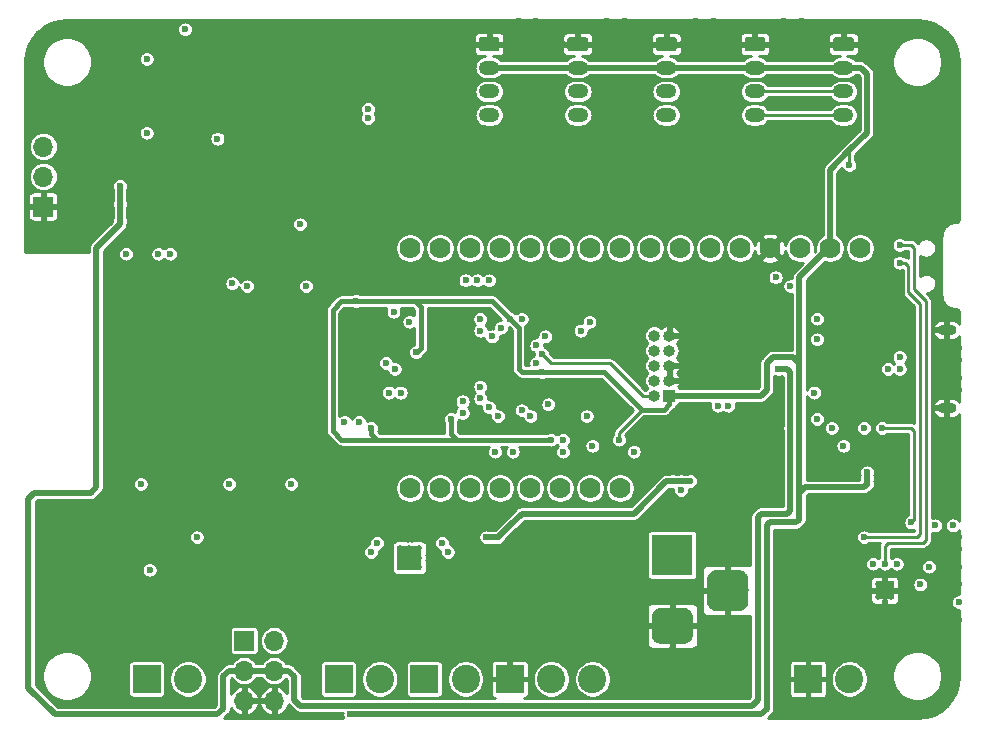
<source format=gbr>
G04 #@! TF.GenerationSoftware,KiCad,Pcbnew,5.0.2-5.fc29*
G04 #@! TF.CreationDate,2020-06-27T20:23:45+07:00*
G04 #@! TF.ProjectId,MP_SamBaseBoard_V1,4d505f53-616d-4426-9173-65426f617264,rev?*
G04 #@! TF.SameCoordinates,Original*
G04 #@! TF.FileFunction,Copper,L4,Bot*
G04 #@! TF.FilePolarity,Positive*
%FSLAX45Y45*%
G04 Gerber Fmt 4.5, Leading zero omitted, Abs format (unit mm)*
G04 Created by KiCad (PCBNEW 5.0.2-5.fc29) date Sat 27 Jun 2020 08:23:45 PM +07*
%MOMM*%
%LPD*%
G01*
G04 APERTURE LIST*
G04 #@! TA.AperFunction,ComponentPad*
%ADD10C,1.778000*%
G04 #@! TD*
G04 #@! TA.AperFunction,ComponentPad*
%ADD11O,1.700000X1.700000*%
G04 #@! TD*
G04 #@! TA.AperFunction,ComponentPad*
%ADD12R,1.700000X1.700000*%
G04 #@! TD*
G04 #@! TA.AperFunction,ComponentPad*
%ADD13O,1.750000X1.200000*%
G04 #@! TD*
G04 #@! TA.AperFunction,Conductor*
%ADD14C,0.100000*%
G04 #@! TD*
G04 #@! TA.AperFunction,ComponentPad*
%ADD15C,1.200000*%
G04 #@! TD*
G04 #@! TA.AperFunction,ComponentPad*
%ADD16O,1.000000X1.000000*%
G04 #@! TD*
G04 #@! TA.AperFunction,ComponentPad*
%ADD17R,1.000000X1.000000*%
G04 #@! TD*
G04 #@! TA.AperFunction,ComponentPad*
%ADD18C,3.500000*%
G04 #@! TD*
G04 #@! TA.AperFunction,ComponentPad*
%ADD19C,3.000000*%
G04 #@! TD*
G04 #@! TA.AperFunction,ComponentPad*
%ADD20R,3.500000X3.500000*%
G04 #@! TD*
G04 #@! TA.AperFunction,Conductor*
%ADD21R,2.100000X2.100000*%
G04 #@! TD*
G04 #@! TA.AperFunction,ViaPad*
%ADD22C,0.500000*%
G04 #@! TD*
G04 #@! TA.AperFunction,ComponentPad*
%ADD23O,1.600000X0.900000*%
G04 #@! TD*
G04 #@! TA.AperFunction,ComponentPad*
%ADD24C,2.400000*%
G04 #@! TD*
G04 #@! TA.AperFunction,ComponentPad*
%ADD25R,2.400000X2.400000*%
G04 #@! TD*
G04 #@! TA.AperFunction,Conductor*
%ADD26R,1.600000X1.600000*%
G04 #@! TD*
G04 #@! TA.AperFunction,ViaPad*
%ADD27C,0.600000*%
G04 #@! TD*
G04 #@! TA.AperFunction,Conductor*
%ADD28C,0.500000*%
G04 #@! TD*
G04 #@! TA.AperFunction,Conductor*
%ADD29C,0.400000*%
G04 #@! TD*
G04 #@! TA.AperFunction,Conductor*
%ADD30C,0.250000*%
G04 #@! TD*
G04 APERTURE END LIST*
D10*
G04 #@! TO.P,J3,1*
G04 #@! TO.N,~RESET*
X19615000Y-9227000D03*
G04 #@! TO.P,J3,2*
G04 #@! TO.N,+3V3*
X19361000Y-9227000D03*
G04 #@! TO.P,J3,3*
G04 #@! TO.N,AREF*
X19107000Y-9227000D03*
G04 #@! TO.P,J3,4*
G04 #@! TO.N,GND*
X18853000Y-9227000D03*
G04 #@! TO.P,J3,16*
G04 #@! TO.N,Adf_D4*
X15805000Y-9227000D03*
G04 #@! TO.P,J3,15*
G04 #@! TO.N,D1_TxD0*
X16059000Y-9227000D03*
G04 #@! TO.P,J3,14*
G04 #@! TO.N,D0_RxD0*
X16313000Y-9227000D03*
G04 #@! TO.P,J3,13*
G04 #@! TO.N,SPI_MISO*
X16567000Y-9227000D03*
G04 #@! TO.P,J3,12*
G04 #@! TO.N,SPI_MOSI*
X16821000Y-9227000D03*
G04 #@! TO.P,J3,11*
G04 #@! TO.N,SPI_SCK*
X17075000Y-9227000D03*
G04 #@! TO.P,J3,10*
G04 #@! TO.N,Adf_A5*
X17329000Y-9227000D03*
G04 #@! TO.P,J3,9*
G04 #@! TO.N,Adf_A4*
X17583000Y-9227000D03*
G04 #@! TO.P,J3,8*
G04 #@! TO.N,Adf_A3*
X17837000Y-9227000D03*
G04 #@! TO.P,J3,7*
G04 #@! TO.N,Adf_A2*
X18091000Y-9227000D03*
G04 #@! TO.P,J3,6*
G04 #@! TO.N,Adf_A1_DAC1*
X18345000Y-9227000D03*
G04 #@! TO.P,J3,5*
G04 #@! TO.N,Adf_A0_DAC0*
X18599000Y-9227000D03*
G04 #@! TO.P,J3,17*
G04 #@! TO.N,I2C_SDA*
X15805000Y-11259000D03*
G04 #@! TO.P,J3,18*
G04 #@! TO.N,I2C_SCL*
X16059000Y-11259000D03*
G04 #@! TO.P,J3,19*
G04 #@! TO.N,Adf_D5*
X16313000Y-11259000D03*
G04 #@! TO.P,J3,20*
G04 #@! TO.N,Adf_D6*
X16567000Y-11259000D03*
G04 #@! TO.P,J3,21*
G04 #@! TO.N,Adf_D9*
X16821000Y-11259000D03*
G04 #@! TO.P,J3,22*
G04 #@! TO.N,Adf_D10*
X17075000Y-11259000D03*
G04 #@! TO.P,J3,23*
G04 #@! TO.N,Adf_D11*
X17329000Y-11259000D03*
G04 #@! TO.P,J3,24*
G04 #@! TO.N,Adf_D12*
X17583000Y-11259000D03*
G04 #@! TD*
D11*
G04 #@! TO.P,J7,6*
G04 #@! TO.N,GND*
X14654000Y-13058000D03*
G04 #@! TO.P,J7,5*
X14400000Y-13058000D03*
G04 #@! TO.P,J7,4*
G04 #@! TO.N,+5V*
X14654000Y-12804000D03*
G04 #@! TO.P,J7,3*
X14400000Y-12804000D03*
G04 #@! TO.P,J7,2*
G04 #@! TO.N,Adf_D7*
X14654000Y-12550000D03*
D12*
G04 #@! TO.P,J7,1*
G04 #@! TO.N,Adf_D4*
X14400000Y-12550000D03*
G04 #@! TD*
D13*
G04 #@! TO.P,J8,4*
G04 #@! TO.N,Adf_A3*
X16475000Y-8100000D03*
G04 #@! TO.P,J8,3*
G04 #@! TO.N,N/C*
X16475000Y-7900000D03*
G04 #@! TO.P,J8,2*
G04 #@! TO.N,+3V3*
X16475000Y-7700000D03*
D14*
G04 #@! TD*
G04 #@! TO.N,GND*
G04 #@! TO.C,J8*
G36*
X16539950Y-7440120D02*
X16542377Y-7440480D01*
X16544757Y-7441076D01*
X16547067Y-7441903D01*
X16549285Y-7442952D01*
X16551389Y-7444213D01*
X16553360Y-7445675D01*
X16555178Y-7447322D01*
X16556825Y-7449140D01*
X16558287Y-7451111D01*
X16559548Y-7453215D01*
X16560597Y-7455433D01*
X16561423Y-7457743D01*
X16562020Y-7460123D01*
X16562380Y-7462549D01*
X16562500Y-7465000D01*
X16562500Y-7535000D01*
X16562380Y-7537450D01*
X16562020Y-7539877D01*
X16561423Y-7542257D01*
X16560597Y-7544567D01*
X16559548Y-7546785D01*
X16558287Y-7548889D01*
X16556825Y-7550860D01*
X16555178Y-7552678D01*
X16553360Y-7554325D01*
X16551389Y-7555787D01*
X16549285Y-7557048D01*
X16547067Y-7558097D01*
X16544757Y-7558923D01*
X16542377Y-7559520D01*
X16539950Y-7559880D01*
X16537500Y-7560000D01*
X16412500Y-7560000D01*
X16410049Y-7559880D01*
X16407623Y-7559520D01*
X16405243Y-7558923D01*
X16402933Y-7558097D01*
X16400715Y-7557048D01*
X16398611Y-7555787D01*
X16396640Y-7554325D01*
X16394822Y-7552678D01*
X16393175Y-7550860D01*
X16391713Y-7548889D01*
X16390452Y-7546785D01*
X16389403Y-7544567D01*
X16388576Y-7542257D01*
X16387980Y-7539877D01*
X16387620Y-7537450D01*
X16387500Y-7535000D01*
X16387500Y-7465000D01*
X16387620Y-7462549D01*
X16387980Y-7460123D01*
X16388576Y-7457743D01*
X16389403Y-7455433D01*
X16390452Y-7453215D01*
X16391713Y-7451111D01*
X16393175Y-7449140D01*
X16394822Y-7447322D01*
X16396640Y-7445675D01*
X16398611Y-7444213D01*
X16400715Y-7442952D01*
X16402933Y-7441903D01*
X16405243Y-7441076D01*
X16407623Y-7440480D01*
X16410049Y-7440120D01*
X16412500Y-7440000D01*
X16537500Y-7440000D01*
X16539950Y-7440120D01*
X16539950Y-7440120D01*
G37*
D15*
G04 #@! TO.P,J8,1*
G04 #@! TO.N,GND*
X16475000Y-7500000D03*
G04 #@! TD*
D13*
G04 #@! TO.P,J9,4*
G04 #@! TO.N,Adf_A2*
X17225000Y-8100000D03*
G04 #@! TO.P,J9,3*
G04 #@! TO.N,D1_TxD0*
X17225000Y-7900000D03*
G04 #@! TO.P,J9,2*
G04 #@! TO.N,+3V3*
X17225000Y-7700000D03*
D14*
G04 #@! TD*
G04 #@! TO.N,GND*
G04 #@! TO.C,J9*
G36*
X17289951Y-7440120D02*
X17292377Y-7440480D01*
X17294757Y-7441076D01*
X17297067Y-7441903D01*
X17299285Y-7442952D01*
X17301389Y-7444213D01*
X17303360Y-7445675D01*
X17305178Y-7447322D01*
X17306825Y-7449140D01*
X17308287Y-7451111D01*
X17309548Y-7453215D01*
X17310597Y-7455433D01*
X17311424Y-7457743D01*
X17312020Y-7460123D01*
X17312380Y-7462549D01*
X17312500Y-7465000D01*
X17312500Y-7535000D01*
X17312380Y-7537450D01*
X17312020Y-7539877D01*
X17311424Y-7542257D01*
X17310597Y-7544567D01*
X17309548Y-7546785D01*
X17308287Y-7548889D01*
X17306825Y-7550860D01*
X17305178Y-7552678D01*
X17303360Y-7554325D01*
X17301389Y-7555787D01*
X17299285Y-7557048D01*
X17297067Y-7558097D01*
X17294757Y-7558923D01*
X17292377Y-7559520D01*
X17289951Y-7559880D01*
X17287500Y-7560000D01*
X17162500Y-7560000D01*
X17160050Y-7559880D01*
X17157623Y-7559520D01*
X17155243Y-7558923D01*
X17152933Y-7558097D01*
X17150715Y-7557048D01*
X17148611Y-7555787D01*
X17146640Y-7554325D01*
X17144822Y-7552678D01*
X17143175Y-7550860D01*
X17141713Y-7548889D01*
X17140452Y-7546785D01*
X17139403Y-7544567D01*
X17138577Y-7542257D01*
X17137980Y-7539877D01*
X17137620Y-7537450D01*
X17137500Y-7535000D01*
X17137500Y-7465000D01*
X17137620Y-7462549D01*
X17137980Y-7460123D01*
X17138577Y-7457743D01*
X17139403Y-7455433D01*
X17140452Y-7453215D01*
X17141713Y-7451111D01*
X17143175Y-7449140D01*
X17144822Y-7447322D01*
X17146640Y-7445675D01*
X17148611Y-7444213D01*
X17150715Y-7442952D01*
X17152933Y-7441903D01*
X17155243Y-7441076D01*
X17157623Y-7440480D01*
X17160050Y-7440120D01*
X17162500Y-7440000D01*
X17287500Y-7440000D01*
X17289951Y-7440120D01*
X17289951Y-7440120D01*
G37*
D15*
G04 #@! TO.P,J9,1*
G04 #@! TO.N,GND*
X17225000Y-7500000D03*
G04 #@! TD*
D13*
G04 #@! TO.P,J10,4*
G04 #@! TO.N,Adf_A1_DAC1*
X17975000Y-8100000D03*
G04 #@! TO.P,J10,3*
G04 #@! TO.N,D0_RxD0*
X17975000Y-7900000D03*
G04 #@! TO.P,J10,2*
G04 #@! TO.N,+3V3*
X17975000Y-7700000D03*
D14*
G04 #@! TD*
G04 #@! TO.N,GND*
G04 #@! TO.C,J10*
G36*
X18039951Y-7440120D02*
X18042377Y-7440480D01*
X18044757Y-7441076D01*
X18047067Y-7441903D01*
X18049285Y-7442952D01*
X18051389Y-7444213D01*
X18053360Y-7445675D01*
X18055178Y-7447322D01*
X18056825Y-7449140D01*
X18058287Y-7451111D01*
X18059548Y-7453215D01*
X18060597Y-7455433D01*
X18061424Y-7457743D01*
X18062020Y-7460123D01*
X18062380Y-7462549D01*
X18062500Y-7465000D01*
X18062500Y-7535000D01*
X18062380Y-7537450D01*
X18062020Y-7539877D01*
X18061424Y-7542257D01*
X18060597Y-7544567D01*
X18059548Y-7546785D01*
X18058287Y-7548889D01*
X18056825Y-7550860D01*
X18055178Y-7552678D01*
X18053360Y-7554325D01*
X18051389Y-7555787D01*
X18049285Y-7557048D01*
X18047067Y-7558097D01*
X18044757Y-7558923D01*
X18042377Y-7559520D01*
X18039951Y-7559880D01*
X18037500Y-7560000D01*
X17912500Y-7560000D01*
X17910050Y-7559880D01*
X17907623Y-7559520D01*
X17905243Y-7558923D01*
X17902933Y-7558097D01*
X17900715Y-7557048D01*
X17898611Y-7555787D01*
X17896640Y-7554325D01*
X17894822Y-7552678D01*
X17893175Y-7550860D01*
X17891713Y-7548889D01*
X17890452Y-7546785D01*
X17889403Y-7544567D01*
X17888577Y-7542257D01*
X17887980Y-7539877D01*
X17887620Y-7537450D01*
X17887500Y-7535000D01*
X17887500Y-7465000D01*
X17887620Y-7462549D01*
X17887980Y-7460123D01*
X17888577Y-7457743D01*
X17889403Y-7455433D01*
X17890452Y-7453215D01*
X17891713Y-7451111D01*
X17893175Y-7449140D01*
X17894822Y-7447322D01*
X17896640Y-7445675D01*
X17898611Y-7444213D01*
X17900715Y-7442952D01*
X17902933Y-7441903D01*
X17905243Y-7441076D01*
X17907623Y-7440480D01*
X17910050Y-7440120D01*
X17912500Y-7440000D01*
X18037500Y-7440000D01*
X18039951Y-7440120D01*
X18039951Y-7440120D01*
G37*
D15*
G04 #@! TO.P,J10,1*
G04 #@! TO.N,GND*
X17975000Y-7500000D03*
G04 #@! TD*
D13*
G04 #@! TO.P,J11,4*
G04 #@! TO.N,I2C_SCL*
X18725000Y-8100000D03*
G04 #@! TO.P,J11,3*
G04 #@! TO.N,I2C_SDA*
X18725000Y-7900000D03*
G04 #@! TO.P,J11,2*
G04 #@! TO.N,+3V3*
X18725000Y-7700000D03*
D14*
G04 #@! TD*
G04 #@! TO.N,GND*
G04 #@! TO.C,J11*
G36*
X18789951Y-7440120D02*
X18792377Y-7440480D01*
X18794757Y-7441076D01*
X18797067Y-7441903D01*
X18799285Y-7442952D01*
X18801389Y-7444213D01*
X18803360Y-7445675D01*
X18805178Y-7447322D01*
X18806825Y-7449140D01*
X18808287Y-7451111D01*
X18809548Y-7453215D01*
X18810597Y-7455433D01*
X18811424Y-7457743D01*
X18812020Y-7460123D01*
X18812380Y-7462549D01*
X18812500Y-7465000D01*
X18812500Y-7535000D01*
X18812380Y-7537450D01*
X18812020Y-7539877D01*
X18811424Y-7542257D01*
X18810597Y-7544567D01*
X18809548Y-7546785D01*
X18808287Y-7548889D01*
X18806825Y-7550860D01*
X18805178Y-7552678D01*
X18803360Y-7554325D01*
X18801389Y-7555787D01*
X18799285Y-7557048D01*
X18797067Y-7558097D01*
X18794757Y-7558923D01*
X18792377Y-7559520D01*
X18789951Y-7559880D01*
X18787500Y-7560000D01*
X18662500Y-7560000D01*
X18660050Y-7559880D01*
X18657623Y-7559520D01*
X18655243Y-7558923D01*
X18652933Y-7558097D01*
X18650715Y-7557048D01*
X18648611Y-7555787D01*
X18646640Y-7554325D01*
X18644822Y-7552678D01*
X18643175Y-7550860D01*
X18641713Y-7548889D01*
X18640452Y-7546785D01*
X18639403Y-7544567D01*
X18638577Y-7542257D01*
X18637980Y-7539877D01*
X18637620Y-7537450D01*
X18637500Y-7535000D01*
X18637500Y-7465000D01*
X18637620Y-7462549D01*
X18637980Y-7460123D01*
X18638577Y-7457743D01*
X18639403Y-7455433D01*
X18640452Y-7453215D01*
X18641713Y-7451111D01*
X18643175Y-7449140D01*
X18644822Y-7447322D01*
X18646640Y-7445675D01*
X18648611Y-7444213D01*
X18650715Y-7442952D01*
X18652933Y-7441903D01*
X18655243Y-7441076D01*
X18657623Y-7440480D01*
X18660050Y-7440120D01*
X18662500Y-7440000D01*
X18787500Y-7440000D01*
X18789951Y-7440120D01*
X18789951Y-7440120D01*
G37*
D15*
G04 #@! TO.P,J11,1*
G04 #@! TO.N,GND*
X18725000Y-7500000D03*
G04 #@! TD*
D13*
G04 #@! TO.P,J12,4*
G04 #@! TO.N,I2C_SCL*
X19475000Y-8100000D03*
G04 #@! TO.P,J12,3*
G04 #@! TO.N,I2C_SDA*
X19475000Y-7900000D03*
G04 #@! TO.P,J12,2*
G04 #@! TO.N,+3V3*
X19475000Y-7700000D03*
D14*
G04 #@! TD*
G04 #@! TO.N,GND*
G04 #@! TO.C,J12*
G36*
X19539951Y-7440120D02*
X19542377Y-7440480D01*
X19544757Y-7441076D01*
X19547067Y-7441903D01*
X19549285Y-7442952D01*
X19551389Y-7444213D01*
X19553360Y-7445675D01*
X19555178Y-7447322D01*
X19556825Y-7449140D01*
X19558287Y-7451111D01*
X19559548Y-7453215D01*
X19560597Y-7455433D01*
X19561424Y-7457743D01*
X19562020Y-7460123D01*
X19562380Y-7462549D01*
X19562500Y-7465000D01*
X19562500Y-7535000D01*
X19562380Y-7537450D01*
X19562020Y-7539877D01*
X19561424Y-7542257D01*
X19560597Y-7544567D01*
X19559548Y-7546785D01*
X19558287Y-7548889D01*
X19556825Y-7550860D01*
X19555178Y-7552678D01*
X19553360Y-7554325D01*
X19551389Y-7555787D01*
X19549285Y-7557048D01*
X19547067Y-7558097D01*
X19544757Y-7558923D01*
X19542377Y-7559520D01*
X19539951Y-7559880D01*
X19537500Y-7560000D01*
X19412500Y-7560000D01*
X19410050Y-7559880D01*
X19407623Y-7559520D01*
X19405243Y-7558923D01*
X19402933Y-7558097D01*
X19400715Y-7557048D01*
X19398611Y-7555787D01*
X19396640Y-7554325D01*
X19394822Y-7552678D01*
X19393175Y-7550860D01*
X19391713Y-7548889D01*
X19390452Y-7546785D01*
X19389403Y-7544567D01*
X19388577Y-7542257D01*
X19387980Y-7539877D01*
X19387620Y-7537450D01*
X19387500Y-7535000D01*
X19387500Y-7465000D01*
X19387620Y-7462549D01*
X19387980Y-7460123D01*
X19388577Y-7457743D01*
X19389403Y-7455433D01*
X19390452Y-7453215D01*
X19391713Y-7451111D01*
X19393175Y-7449140D01*
X19394822Y-7447322D01*
X19396640Y-7445675D01*
X19398611Y-7444213D01*
X19400715Y-7442952D01*
X19402933Y-7441903D01*
X19405243Y-7441076D01*
X19407623Y-7440480D01*
X19410050Y-7440120D01*
X19412500Y-7440000D01*
X19537500Y-7440000D01*
X19539951Y-7440120D01*
X19539951Y-7440120D01*
G37*
D15*
G04 #@! TO.P,J12,1*
G04 #@! TO.N,GND*
X19475000Y-7500000D03*
G04 #@! TD*
D16*
G04 #@! TO.P,J13,10*
G04 #@! TO.N,~RESET*
X17873000Y-9967000D03*
G04 #@! TO.P,J13,9*
G04 #@! TO.N,GND*
X18000000Y-9967000D03*
G04 #@! TO.P,J13,8*
G04 #@! TO.N,N/C*
X17873000Y-10094000D03*
G04 #@! TO.P,J13,7*
X18000000Y-10094000D03*
G04 #@! TO.P,J13,6*
G04 #@! TO.N,SWO*
X17873000Y-10221000D03*
G04 #@! TO.P,J13,5*
G04 #@! TO.N,GND*
X18000000Y-10221000D03*
G04 #@! TO.P,J13,4*
G04 #@! TO.N,SWCLK*
X17873000Y-10348000D03*
G04 #@! TO.P,J13,3*
G04 #@! TO.N,GND*
X18000000Y-10348000D03*
G04 #@! TO.P,J13,2*
G04 #@! TO.N,SWDIO*
X17873000Y-10475000D03*
D17*
G04 #@! TO.P,J13,1*
G04 #@! TO.N,+3V3*
X18000000Y-10475000D03*
G04 #@! TD*
D11*
G04 #@! TO.P,J14,3*
G04 #@! TO.N,WS2812_EXT*
X12700000Y-8367000D03*
G04 #@! TO.P,J14,2*
G04 #@! TO.N,Net-(F3-Pad2)*
X12700000Y-8621000D03*
D12*
G04 #@! TO.P,J14,1*
G04 #@! TO.N,GND*
X12700000Y-8875000D03*
G04 #@! TD*
D14*
G04 #@! TO.N,GND*
G04 #@! TO.C,J15*
G36*
X18591077Y-11950421D02*
X18599570Y-11951681D01*
X18607900Y-11953768D01*
X18615985Y-11956660D01*
X18623747Y-11960332D01*
X18631112Y-11964746D01*
X18638009Y-11969862D01*
X18644372Y-11975628D01*
X18650138Y-11981991D01*
X18655254Y-11988888D01*
X18659668Y-11996253D01*
X18663340Y-12004015D01*
X18666232Y-12012100D01*
X18668319Y-12020430D01*
X18669579Y-12028923D01*
X18670000Y-12037500D01*
X18670000Y-12212500D01*
X18669579Y-12221076D01*
X18668319Y-12229570D01*
X18666232Y-12237900D01*
X18663340Y-12245985D01*
X18659668Y-12253747D01*
X18655254Y-12261112D01*
X18650138Y-12268009D01*
X18644372Y-12274372D01*
X18638009Y-12280138D01*
X18631112Y-12285254D01*
X18623747Y-12289668D01*
X18615985Y-12293339D01*
X18607900Y-12296232D01*
X18599570Y-12298319D01*
X18591077Y-12299579D01*
X18582500Y-12300000D01*
X18407500Y-12300000D01*
X18398924Y-12299579D01*
X18390430Y-12298319D01*
X18382100Y-12296232D01*
X18374015Y-12293339D01*
X18366253Y-12289668D01*
X18358888Y-12285254D01*
X18351991Y-12280138D01*
X18345628Y-12274372D01*
X18339862Y-12268009D01*
X18334746Y-12261112D01*
X18330332Y-12253747D01*
X18326661Y-12245985D01*
X18323768Y-12237900D01*
X18321681Y-12229570D01*
X18320421Y-12221076D01*
X18320000Y-12212500D01*
X18320000Y-12037500D01*
X18320421Y-12028923D01*
X18321681Y-12020430D01*
X18323768Y-12012100D01*
X18326661Y-12004015D01*
X18330332Y-11996253D01*
X18334746Y-11988888D01*
X18339862Y-11981991D01*
X18345628Y-11975628D01*
X18351991Y-11969862D01*
X18358888Y-11964746D01*
X18366253Y-11960332D01*
X18374015Y-11956660D01*
X18382100Y-11953768D01*
X18390430Y-11951681D01*
X18398924Y-11950421D01*
X18407500Y-11950000D01*
X18582500Y-11950000D01*
X18591077Y-11950421D01*
X18591077Y-11950421D01*
G37*
D18*
G04 #@! TD*
G04 #@! TO.P,J15,3*
G04 #@! TO.N,GND*
X18495000Y-12125000D03*
D14*
G04 #@! TO.N,GND*
G04 #@! TO.C,J15*
G36*
X18132351Y-12275361D02*
X18139632Y-12276441D01*
X18146771Y-12278229D01*
X18153701Y-12280709D01*
X18160355Y-12283856D01*
X18166668Y-12287640D01*
X18172580Y-12292024D01*
X18178033Y-12296967D01*
X18182976Y-12302420D01*
X18187360Y-12308332D01*
X18191144Y-12314645D01*
X18194291Y-12321299D01*
X18196771Y-12328229D01*
X18198559Y-12335368D01*
X18199639Y-12342649D01*
X18200000Y-12350000D01*
X18200000Y-12500000D01*
X18199639Y-12507351D01*
X18198559Y-12514632D01*
X18196771Y-12521771D01*
X18194291Y-12528701D01*
X18191144Y-12535355D01*
X18187360Y-12541668D01*
X18182976Y-12547579D01*
X18178033Y-12553033D01*
X18172580Y-12557976D01*
X18166668Y-12562360D01*
X18160355Y-12566144D01*
X18153701Y-12569291D01*
X18146771Y-12571770D01*
X18139632Y-12573559D01*
X18132351Y-12574639D01*
X18125000Y-12575000D01*
X17925000Y-12575000D01*
X17917649Y-12574639D01*
X17910368Y-12573559D01*
X17903229Y-12571770D01*
X17896299Y-12569291D01*
X17889645Y-12566144D01*
X17883332Y-12562360D01*
X17877421Y-12557976D01*
X17871967Y-12553033D01*
X17867024Y-12547579D01*
X17862640Y-12541668D01*
X17858856Y-12535355D01*
X17855709Y-12528701D01*
X17853230Y-12521771D01*
X17851441Y-12514632D01*
X17850361Y-12507351D01*
X17850000Y-12500000D01*
X17850000Y-12350000D01*
X17850361Y-12342649D01*
X17851441Y-12335368D01*
X17853230Y-12328229D01*
X17855709Y-12321299D01*
X17858856Y-12314645D01*
X17862640Y-12308332D01*
X17867024Y-12302420D01*
X17871967Y-12296967D01*
X17877421Y-12292024D01*
X17883332Y-12287640D01*
X17889645Y-12283856D01*
X17896299Y-12280709D01*
X17903229Y-12278229D01*
X17910368Y-12276441D01*
X17917649Y-12275361D01*
X17925000Y-12275000D01*
X18125000Y-12275000D01*
X18132351Y-12275361D01*
X18132351Y-12275361D01*
G37*
D19*
G04 #@! TD*
G04 #@! TO.P,J15,2*
G04 #@! TO.N,GND*
X18025000Y-12425000D03*
D20*
G04 #@! TO.P,J15,1*
G04 #@! TO.N,VIN_RAW*
X18025000Y-11825000D03*
G04 #@! TD*
D21*
G04 #@! TO.N,GND*
G04 #@! TO.C,U7*
X15799358Y-11849358D03*
D22*
X15879358Y-11769358D03*
X15879358Y-11849358D03*
X15879358Y-11929358D03*
X15799358Y-11769358D03*
X15799358Y-11849358D03*
X15799358Y-11929358D03*
X15719358Y-11769358D03*
X15719358Y-11849358D03*
X15719358Y-11929358D03*
G04 #@! TD*
D23*
G04 #@! TO.P,J16,6*
G04 #@! TO.N,GND*
X20350000Y-10580000D03*
X20350000Y-9920000D03*
G04 #@! TD*
D24*
G04 #@! TO.P,J17,2*
G04 #@! TO.N,+BATT*
X19525000Y-12875000D03*
D25*
G04 #@! TO.P,J17,1*
G04 #@! TO.N,GND*
X19175000Y-12875000D03*
G04 #@! TD*
D24*
G04 #@! TO.P,J5,2*
G04 #@! TO.N,Net-(J5-Pad2)*
X13925000Y-12875000D03*
D25*
G04 #@! TO.P,J5,1*
G04 #@! TO.N,Net-(J5-Pad1)*
X13575000Y-12875000D03*
G04 #@! TD*
D26*
G04 #@! TO.N,GND*
G04 #@! TO.C,U6*
X19825000Y-12125000D03*
D22*
X19880000Y-12070000D03*
X19880000Y-12180000D03*
X19770000Y-12070000D03*
X19770000Y-12180000D03*
G04 #@! TD*
D24*
G04 #@! TO.P,J1,2*
G04 #@! TO.N,Net-(C24-Pad1)*
X15550000Y-12875000D03*
D25*
G04 #@! TO.P,J1,1*
G04 #@! TO.N,Net-(C24-Pad2)*
X15200000Y-12875000D03*
G04 #@! TD*
D24*
G04 #@! TO.P,J2,2*
G04 #@! TO.N,Net-(C25-Pad1)*
X16275000Y-12875000D03*
D25*
G04 #@! TO.P,J2,1*
G04 #@! TO.N,Net-(C25-Pad2)*
X15925000Y-12875000D03*
G04 #@! TD*
D24*
G04 #@! TO.P,J4,2*
G04 #@! TO.N,Net-(J4-Pad2)*
X17000000Y-12875000D03*
G04 #@! TO.P,J4,3*
G04 #@! TO.N,Net-(F2-Pad2)*
X17350000Y-12875000D03*
D25*
G04 #@! TO.P,J4,1*
G04 #@! TO.N,GND*
X16650000Y-12875000D03*
G04 #@! TD*
D27*
G04 #@! TO.N,GND*
X14025000Y-10350000D03*
X13825000Y-10550000D03*
X14225000Y-10550000D03*
X14225000Y-10150000D03*
X13825000Y-10150000D03*
X17000000Y-10375000D03*
X17550000Y-10525000D03*
X20450000Y-10325000D03*
X20450000Y-10425000D03*
X20450000Y-10175000D03*
X20450000Y-10075000D03*
X15225000Y-11350000D03*
X15350000Y-11350000D03*
X15575000Y-12050000D03*
X16025000Y-12050000D03*
X17675000Y-10600000D03*
X16125000Y-10175000D03*
X12775000Y-11650000D03*
X12775000Y-11450000D03*
X12775000Y-11550000D03*
X17625000Y-7300000D03*
X17625000Y-7400000D03*
X18375000Y-7400000D03*
X18375000Y-7300000D03*
X19125000Y-7300000D03*
X19125000Y-7400000D03*
X16875000Y-7400000D03*
X16875000Y-7300000D03*
X16625000Y-9550000D03*
X16700000Y-9550000D03*
X16125000Y-10325000D03*
X16250000Y-10250000D03*
X17700000Y-10100000D03*
X17700000Y-10000000D03*
X13275000Y-9275000D03*
X13275000Y-9525000D03*
X13275000Y-10975000D03*
X13275000Y-11225000D03*
X17475000Y-7300000D03*
X17475000Y-7400000D03*
X16725000Y-7400000D03*
X16725000Y-7300000D03*
X18225000Y-7300000D03*
X18225000Y-7400000D03*
X18975000Y-7400000D03*
X18975000Y-7300000D03*
X18250000Y-7875000D03*
X18350000Y-7875000D03*
X17600000Y-7875000D03*
X17500000Y-7875000D03*
X16850000Y-7875000D03*
X16750000Y-7875000D03*
X15875000Y-9500000D03*
X15775000Y-9500000D03*
X16150000Y-9500000D03*
X15275000Y-10150000D03*
X15275000Y-10050000D03*
X15275000Y-10250000D03*
X15575000Y-9500000D03*
X15675000Y-9500000D03*
X15375000Y-10150000D03*
X15375000Y-10250000D03*
X15100000Y-11350000D03*
X15475000Y-11350000D03*
X15920000Y-10725000D03*
X15985000Y-10725000D03*
X17100000Y-10750000D03*
X17200000Y-10750000D03*
X15375000Y-11725000D03*
X15225000Y-11725000D03*
X19550000Y-12150000D03*
X20050000Y-12300000D03*
X20125000Y-12300000D03*
X20125000Y-11975000D03*
X15575000Y-12125000D03*
X15650000Y-12125000D03*
X16025000Y-12125000D03*
X15950000Y-12125000D03*
X20450000Y-11925000D03*
X20450000Y-12075000D03*
X20450000Y-12375000D03*
X20450000Y-11675000D03*
X20450000Y-11775000D03*
X19650000Y-11525000D03*
X19550000Y-11425000D03*
X19750000Y-11425000D03*
X19950000Y-9875000D03*
X19950000Y-9950000D03*
X19950000Y-10025000D03*
X19950000Y-10550000D03*
X19950000Y-10475000D03*
X20125000Y-11875000D03*
X16925000Y-11725000D03*
X17000000Y-11725000D03*
X17075000Y-11725000D03*
X19350000Y-12575000D03*
X19525000Y-12575000D03*
X19175000Y-12575000D03*
X19950000Y-10625000D03*
X19750000Y-11525000D03*
X19650000Y-11425000D03*
X19550000Y-11525000D03*
X18550000Y-10800000D03*
X18550000Y-10850000D03*
X19400000Y-10975000D03*
X19975000Y-11075000D03*
X19975000Y-11175000D03*
X19975000Y-11275000D03*
X18550000Y-11200000D03*
X18750000Y-11200000D03*
X18650000Y-11200000D03*
X18850000Y-11200000D03*
X18550000Y-11000000D03*
X18550000Y-11100000D03*
X17875000Y-10875000D03*
X18075000Y-10875000D03*
X17975000Y-10875000D03*
X18175000Y-10875000D03*
X18275000Y-10875000D03*
X19225000Y-11550000D03*
X19225000Y-11400000D03*
X18590000Y-10560000D03*
X18680000Y-10560000D03*
X18860000Y-10560000D03*
X18770000Y-10560000D03*
X18950000Y-12200000D03*
X19075000Y-12200000D03*
X19225000Y-11900000D03*
X19225000Y-12050000D03*
X19200000Y-10250000D03*
X19275000Y-10250000D03*
X19350000Y-10250000D03*
X18550000Y-11775000D03*
X18650000Y-11775000D03*
X18650000Y-11875000D03*
X18550000Y-11875000D03*
X18550000Y-11300000D03*
X18550000Y-11400000D03*
X18550000Y-11500000D03*
X19750000Y-10350000D03*
X19675000Y-10275000D03*
X19950000Y-9525000D03*
X19950000Y-9675000D03*
X19875000Y-9525000D03*
X19875000Y-9675000D03*
X20225000Y-8025000D03*
X19925000Y-8075000D03*
X20025000Y-8075000D03*
X20075000Y-8625000D03*
X20275000Y-8625000D03*
X20175000Y-8625000D03*
X20400000Y-8975000D03*
X20400000Y-9775000D03*
X20300000Y-8425000D03*
X20250000Y-8425000D03*
X15100000Y-11225000D03*
X15225000Y-11225000D03*
X15475000Y-11225000D03*
X15350000Y-11225000D03*
X15600000Y-11225000D03*
X15600000Y-11350000D03*
X14975000Y-11350000D03*
X14975000Y-11225000D03*
X16425000Y-10075000D03*
X16350000Y-10000000D03*
X13600000Y-12300000D03*
X14100000Y-12175000D03*
X13925000Y-12175000D03*
X13750000Y-7525000D03*
X13750000Y-7725000D03*
X13750000Y-8150000D03*
X13750000Y-8350000D03*
X14350000Y-8400000D03*
X14350000Y-7775000D03*
X13900000Y-8500000D03*
X13900000Y-7875000D03*
X16150000Y-9825000D03*
X16440000Y-9330000D03*
X17150000Y-9775000D03*
X18875000Y-9775000D03*
X16375000Y-8275000D03*
X16475000Y-8275000D03*
X17125000Y-8275000D03*
X17225000Y-8275000D03*
X17875000Y-8275000D03*
X17975000Y-8275000D03*
X18625000Y-8275000D03*
X18725000Y-8275000D03*
X14975000Y-8825000D03*
X15125000Y-8825000D03*
X15275000Y-8825000D03*
X15425000Y-8825000D03*
X14975000Y-8900000D03*
X15125000Y-8900000D03*
X15775000Y-8825000D03*
X15925000Y-8825000D03*
X15205000Y-8125000D03*
X15205000Y-8050000D03*
X15205000Y-8425000D03*
X15205000Y-8500000D03*
X15275000Y-9000000D03*
X15425000Y-9000000D03*
G04 #@! TO.N,+3V3*
X17000000Y-10850000D03*
X15350000Y-9675000D03*
X15855000Y-10110000D03*
X15475000Y-10750000D03*
X16150000Y-10675000D03*
X16925000Y-10275000D03*
X17575000Y-10850000D03*
X19675000Y-11125000D03*
X19675000Y-11225000D03*
X19675000Y-11175000D03*
X15300000Y-13175000D03*
X19800000Y-10750000D03*
X20050000Y-11550000D03*
X15375000Y-13175000D03*
X15450000Y-13175000D03*
X19525000Y-8525000D03*
X16650000Y-9825000D03*
G04 #@! TO.N,+5V*
X19025000Y-10750000D03*
X18975000Y-11475000D03*
X18900000Y-11475000D03*
X18825000Y-11475000D03*
X18975000Y-10250000D03*
X18925000Y-10250000D03*
X13350000Y-8850000D03*
X13350000Y-8700000D03*
X13350000Y-9000000D03*
G04 #@! TO.N,VIN*
X16550000Y-11675000D03*
X16450000Y-11675000D03*
X18025000Y-11200000D03*
X18100000Y-11200000D03*
X18175000Y-11200000D03*
X18500000Y-10560000D03*
X19375000Y-10750000D03*
G04 #@! TO.N,CHG_OUT*
X19825000Y-11900000D03*
X20450000Y-12225000D03*
X19950000Y-9200000D03*
G04 #@! TO.N,WS2812_INT*
X17300000Y-10650000D03*
X14175000Y-8300000D03*
G04 #@! TO.N,WS2812_EXT*
X13900000Y-7375000D03*
G04 #@! TO.N,Adf_D12*
X16075000Y-11725000D03*
G04 #@! TO.N,Adf_D11*
X15525000Y-11725000D03*
G04 #@! TO.N,Adf_D10*
X15475000Y-11800000D03*
G04 #@! TO.N,Adf_D9*
X16675000Y-10950000D03*
X16125000Y-11800000D03*
G04 #@! TO.N,Adf_D5*
X13600000Y-11950000D03*
G04 #@! TO.N,I2C_SCL*
X17325000Y-9850000D03*
X19025000Y-9550000D03*
X15450000Y-8125000D03*
G04 #@! TO.N,I2C_SDA*
X17250000Y-9925000D03*
X18900000Y-9475000D03*
X15450000Y-8050000D03*
G04 #@! TO.N,Adf_A0_DAC0*
X16750000Y-9825000D03*
X14000000Y-11675000D03*
G04 #@! TO.N,Adf_A1_DAC1*
X16400000Y-9825000D03*
G04 #@! TO.N,Adf_A2*
X16400000Y-9925000D03*
G04 #@! TO.N,Adf_A3*
X16275000Y-9500000D03*
G04 #@! TO.N,Adf_A4*
X16475000Y-9500000D03*
X14875000Y-9025000D03*
G04 #@! TO.N,Adf_A5*
X16375000Y-9500000D03*
G04 #@! TO.N,SPI_SCK*
X14300000Y-9525000D03*
X16400000Y-10500000D03*
G04 #@! TO.N,SPI_MOSI*
X14800000Y-11225000D03*
X16400000Y-10400000D03*
G04 #@! TO.N,SPI_MISO*
X13400000Y-9275000D03*
X16250000Y-10525000D03*
G04 #@! TO.N,D0_RxD0*
X16825000Y-10650000D03*
X13675000Y-9275000D03*
X13575000Y-8250000D03*
G04 #@! TO.N,D1_TxD0*
X16750000Y-10600000D03*
X13775000Y-9275000D03*
X13575000Y-7625000D03*
G04 #@! TO.N,Adf_D4*
X15725000Y-10450000D03*
G04 #@! TO.N,~RESET*
X16950000Y-9975000D03*
G04 #@! TO.N,Adf_D7*
X15625000Y-10450000D03*
G04 #@! TO.N,SWDIO*
X16925000Y-10125000D03*
G04 #@! TO.N,SWCLK*
X16875000Y-10200000D03*
G04 #@! TO.N,SWO*
X16875000Y-10050000D03*
G04 #@! TO.N,Net-(Q1-Pad1)*
X17700000Y-10950000D03*
X19225000Y-10450000D03*
G04 #@! TO.N,USB_PWR_SEL*
X19650000Y-10750000D03*
X16500000Y-9975000D03*
G04 #@! TO.N,QSPI_CS*
X15665500Y-9764500D03*
X15675000Y-10250000D03*
G04 #@! TO.N,3v3_EN*
X19950000Y-9350000D03*
X19650000Y-11675000D03*
G04 #@! TO.N,SAM_TxLED*
X16975000Y-10550000D03*
X19250000Y-10000000D03*
G04 #@! TO.N,SAM_RxLED*
X19250000Y-9825000D03*
X16575000Y-9900000D03*
G04 #@! TO.N,QSPI_IO0*
X15800000Y-9850000D03*
X15250000Y-10700000D03*
G04 #@! TO.N,QSPI_SCK*
X15375000Y-10700000D03*
X15600000Y-10200000D03*
G04 #@! TO.N,USB_DM*
X17100000Y-10950000D03*
X19850000Y-10250000D03*
G04 #@! TO.N,USB_DP*
X19950000Y-10250000D03*
X17100000Y-10850000D03*
G04 #@! TO.N,USB_ID*
X19950000Y-10150000D03*
X19475000Y-10900000D03*
X17350000Y-10900000D03*
G04 #@! TO.N,ILIM*
X19725000Y-11900000D03*
X20200000Y-11925000D03*
G04 #@! TO.N,~PGOOD*
X20250000Y-11575000D03*
X20125000Y-12075000D03*
G04 #@! TO.N,~CHG*
X19925000Y-11900000D03*
X20400000Y-11575000D03*
G04 #@! TO.N,ESP_CS-D8*
X16550000Y-10650000D03*
X14425000Y-9550000D03*
G04 #@! TO.N,ESP_IO0-D3*
X16475000Y-10575000D03*
X14925000Y-9550000D03*
G04 #@! TO.N,ESP_BUSY-D13*
X16250000Y-10625000D03*
X14275000Y-11225000D03*
G04 #@! TO.N,ESP_RESET-D2*
X13525000Y-11225000D03*
X16525000Y-10950000D03*
G04 #@! TO.N,Net-(Q3-Pad3)*
X18100000Y-11275000D03*
X19250000Y-10675000D03*
X18410000Y-10560000D03*
G04 #@! TD*
D28*
G04 #@! TO.N,+3V3*
X16475000Y-7700000D02*
X17225000Y-7700000D01*
X17225000Y-7700000D02*
X17975000Y-7700000D01*
X17975000Y-7700000D02*
X18725000Y-7700000D01*
X18725000Y-7700000D02*
X19475000Y-7700000D01*
D29*
X16150000Y-10800000D02*
X16200000Y-10850000D01*
X16150000Y-10675000D02*
X16150000Y-10800000D01*
X16200000Y-10850000D02*
X15575000Y-10850000D01*
X15575000Y-10850000D02*
X15225000Y-10850000D01*
X15225000Y-10850000D02*
X15150000Y-10775000D01*
X15150000Y-10775000D02*
X15150000Y-9750000D01*
X15150000Y-9750000D02*
X15225000Y-9675000D01*
X15225000Y-9675000D02*
X15350000Y-9675000D01*
X15575000Y-10850000D02*
X15525000Y-10850000D01*
X15475000Y-10800000D02*
X15475000Y-10750000D01*
X15525000Y-10850000D02*
X15475000Y-10800000D01*
X15855000Y-10110000D02*
X15865000Y-10110000D01*
X15865000Y-10110000D02*
X15900000Y-10075000D01*
X15900000Y-10075000D02*
X15900000Y-9725000D01*
X15900000Y-9725000D02*
X15850000Y-9675000D01*
X15350000Y-9675000D02*
X15850000Y-9675000D01*
X17000000Y-10850000D02*
X16200000Y-10850000D01*
X17955000Y-10595000D02*
X18000000Y-10550000D01*
X18000000Y-10550000D02*
X18000000Y-10475000D01*
X17770000Y-10595000D02*
X17955000Y-10595000D01*
X16925000Y-10275000D02*
X17450000Y-10275000D01*
X17450000Y-10275000D02*
X17770000Y-10595000D01*
D30*
X17575000Y-10790000D02*
X17770000Y-10595000D01*
X17575000Y-10850000D02*
X17575000Y-10790000D01*
D28*
X19675000Y-11225000D02*
X19675000Y-11125000D01*
D30*
X19800000Y-10750000D02*
X20050000Y-10750000D01*
X20050000Y-10750000D02*
X20075000Y-10775000D01*
X20075000Y-10775000D02*
X20075000Y-11525000D01*
X20075000Y-11525000D02*
X20050000Y-11550000D01*
D28*
X19150000Y-11250000D02*
X19100000Y-11300000D01*
X19675000Y-11225000D02*
X19650000Y-11250000D01*
X19650000Y-11250000D02*
X19150000Y-11250000D01*
X19075000Y-11550000D02*
X19100000Y-11525000D01*
X18775000Y-13175000D02*
X18825000Y-13125000D01*
X18825000Y-11575000D02*
X18850000Y-11550000D01*
X15300000Y-13175000D02*
X18775000Y-13175000D01*
X18825000Y-13125000D02*
X18825000Y-11575000D01*
X18850000Y-11550000D02*
X19075000Y-11550000D01*
X19348000Y-9227000D02*
X19100000Y-9475000D01*
X19361000Y-9227000D02*
X19348000Y-9227000D01*
X19100000Y-10125000D02*
X19100000Y-9475000D01*
X19100000Y-11525000D02*
X19100000Y-10125000D01*
X19050000Y-10150000D02*
X19100000Y-10200000D01*
X18775000Y-10475000D02*
X18825000Y-10425000D01*
X18825000Y-10425000D02*
X18825000Y-10200000D01*
X18000000Y-10475000D02*
X18775000Y-10475000D01*
X18825000Y-10200000D02*
X18875000Y-10150000D01*
X18875000Y-10150000D02*
X19050000Y-10150000D01*
X19361000Y-9227000D02*
X19361000Y-8564000D01*
X19675000Y-7750000D02*
X19625000Y-7700000D01*
X19675000Y-8250000D02*
X19675000Y-7750000D01*
X19475000Y-7700000D02*
X19625000Y-7700000D01*
D30*
X19525000Y-8525000D02*
X19525000Y-8400000D01*
D28*
X19361000Y-8564000D02*
X19525000Y-8400000D01*
X19525000Y-8400000D02*
X19675000Y-8250000D01*
D29*
X16725000Y-9900000D02*
X16725000Y-10250000D01*
X16650000Y-9825000D02*
X16725000Y-9900000D01*
X16750000Y-10275000D02*
X16925000Y-10275000D01*
X16725000Y-10250000D02*
X16750000Y-10275000D01*
X16500000Y-9675000D02*
X15850000Y-9675000D01*
X16650000Y-9825000D02*
X16500000Y-9675000D01*
D28*
G04 #@! TO.N,+5V*
X14400000Y-12804000D02*
X14646000Y-12804000D01*
X14225000Y-13125000D02*
X14175000Y-13175000D01*
X14225000Y-12850000D02*
X14225000Y-13125000D01*
X14400000Y-12804000D02*
X14271000Y-12804000D01*
X14271000Y-12804000D02*
X14225000Y-12850000D01*
X18825000Y-11475000D02*
X18975000Y-11475000D01*
X14825000Y-12854000D02*
X14775000Y-12804000D01*
X14825000Y-13050000D02*
X14825000Y-12854000D01*
X14775000Y-12804000D02*
X14654000Y-12804000D01*
X14875000Y-13100000D02*
X14825000Y-13050000D01*
X19025000Y-11450000D02*
X19025000Y-10275000D01*
X18975000Y-11475000D02*
X19000000Y-11475000D01*
X19000000Y-11475000D02*
X19025000Y-11450000D01*
X18925000Y-10250000D02*
X18975000Y-10250000D01*
X19000000Y-10250000D02*
X19025000Y-10275000D01*
X18975000Y-10250000D02*
X19000000Y-10250000D01*
X13150000Y-11250000D02*
X13150000Y-9250000D01*
X12800000Y-13175000D02*
X12575000Y-12950000D01*
X14175000Y-13175000D02*
X12800000Y-13175000D01*
X13100000Y-11300000D02*
X13150000Y-11250000D01*
X12575000Y-12950000D02*
X12575000Y-11350000D01*
X12625000Y-11300000D02*
X13100000Y-11300000D01*
X12575000Y-11350000D02*
X12625000Y-11300000D01*
X18700000Y-13100000D02*
X14875000Y-13100000D01*
X18750000Y-11500000D02*
X18750000Y-13050000D01*
X18825000Y-11475000D02*
X18775000Y-11475000D01*
X18750000Y-13050000D02*
X18700000Y-13100000D01*
X18775000Y-11475000D02*
X18750000Y-11500000D01*
X13150000Y-9250000D02*
X13150000Y-9225000D01*
X13150000Y-9225000D02*
X13350000Y-9025000D01*
X13350000Y-9025000D02*
X13350000Y-9000000D01*
X13350000Y-8850000D02*
X13350000Y-8700000D01*
X13350000Y-9000000D02*
X13350000Y-8850000D01*
G04 #@! TO.N,VIN*
X16550000Y-11675000D02*
X16650000Y-11575000D01*
X16550000Y-11675000D02*
X16450000Y-11675000D01*
X16650000Y-11575000D02*
X16750000Y-11475000D01*
X16750000Y-11475000D02*
X17675000Y-11475000D01*
X17675000Y-11475000D02*
X17700000Y-11475000D01*
X17700000Y-11475000D02*
X17975000Y-11200000D01*
X17975000Y-11200000D02*
X18025000Y-11200000D01*
X18025000Y-11200000D02*
X18100000Y-11200000D01*
X18100000Y-11200000D02*
X18175000Y-11200000D01*
D30*
G04 #@! TO.N,CHG_OUT*
X19850000Y-11725000D02*
X19825000Y-11750000D01*
X20050000Y-9200000D02*
X20075000Y-9225000D01*
X20150000Y-11725000D02*
X19850000Y-11725000D01*
X20075000Y-9575000D02*
X20175000Y-9675000D01*
X19950000Y-9200000D02*
X20050000Y-9200000D01*
X20075000Y-9225000D02*
X20075000Y-9575000D01*
X19825000Y-11750000D02*
X19825000Y-11900000D01*
X20175000Y-11700000D02*
X20150000Y-11725000D01*
X20175000Y-9675000D02*
X20175000Y-11700000D01*
G04 #@! TO.N,I2C_SCL*
X18725000Y-8100000D02*
X19475000Y-8100000D01*
G04 #@! TO.N,I2C_SDA*
X18725000Y-7900000D02*
X19475000Y-7900000D01*
G04 #@! TO.N,SWDIO*
X16925000Y-10125000D02*
X17000000Y-10200000D01*
X17000000Y-10200000D02*
X17500000Y-10200000D01*
X17873000Y-10475000D02*
X17775000Y-10475000D01*
X17500000Y-10200000D02*
X17775000Y-10475000D01*
G04 #@! TO.N,3v3_EN*
X19900000Y-11675000D02*
X19650000Y-11675000D01*
X20125000Y-11650000D02*
X20100000Y-11675000D01*
X20100000Y-11675000D02*
X19900000Y-11675000D01*
X20025000Y-9600000D02*
X20125000Y-9700000D01*
X20000000Y-9350000D02*
X20025000Y-9375000D01*
X19950000Y-9350000D02*
X20000000Y-9350000D01*
X20025000Y-9375000D02*
X20025000Y-9600000D01*
X20125000Y-9700000D02*
X20125000Y-11650000D01*
G04 #@! TD*
G04 #@! TO.N,GND*
G36*
X20168911Y-7301972D02*
X20235198Y-7321986D01*
X20296335Y-7354493D01*
X20349993Y-7398255D01*
X20394129Y-7451607D01*
X20427063Y-7512516D01*
X20447538Y-7578660D01*
X20454999Y-7649644D01*
X20455000Y-7650070D01*
X20455000Y-8972798D01*
X20454217Y-8980785D01*
X20452537Y-8986350D01*
X20449808Y-8991482D01*
X20446134Y-8995987D01*
X20441655Y-8999692D01*
X20436542Y-9002457D01*
X20430989Y-9004176D01*
X20421308Y-9005193D01*
X20420398Y-9005187D01*
X20419772Y-9005248D01*
X20405215Y-9006778D01*
X20401216Y-9007599D01*
X20397214Y-9008363D01*
X20396612Y-9008544D01*
X20382630Y-9012873D01*
X20378865Y-9014455D01*
X20375088Y-9015981D01*
X20374534Y-9016276D01*
X20374533Y-9016276D01*
X20374533Y-9016276D01*
X20361658Y-9023238D01*
X20358274Y-9025520D01*
X20354863Y-9027752D01*
X20354377Y-9028149D01*
X20354377Y-9028149D01*
X20354376Y-9028150D01*
X20343098Y-9037479D01*
X20340224Y-9040374D01*
X20337310Y-9043227D01*
X20336910Y-9043711D01*
X20327658Y-9055054D01*
X20325400Y-9058454D01*
X20323097Y-9061817D01*
X20322798Y-9062369D01*
X20315926Y-9075293D01*
X20314371Y-9079066D01*
X20312765Y-9082813D01*
X20312580Y-9083414D01*
X20308349Y-9097426D01*
X20307556Y-9101430D01*
X20306709Y-9105416D01*
X20306643Y-9106041D01*
X20306643Y-9106041D01*
X20306643Y-9106042D01*
X20305217Y-9120588D01*
X20305000Y-9122790D01*
X20305000Y-9627211D01*
X20305190Y-9629141D01*
X20305187Y-9629602D01*
X20305248Y-9630228D01*
X20306778Y-9644785D01*
X20307599Y-9648784D01*
X20308363Y-9652786D01*
X20308544Y-9653388D01*
X20312873Y-9667371D01*
X20314455Y-9671135D01*
X20315981Y-9674912D01*
X20316276Y-9675466D01*
X20316276Y-9675467D01*
X20316277Y-9675467D01*
X20323238Y-9688343D01*
X20325521Y-9691727D01*
X20327752Y-9695137D01*
X20328149Y-9695623D01*
X20328149Y-9695624D01*
X20328150Y-9695624D01*
X20337479Y-9706902D01*
X20340375Y-9709778D01*
X20343227Y-9712690D01*
X20343711Y-9713090D01*
X20343711Y-9713090D01*
X20343711Y-9713090D01*
X20355054Y-9722342D01*
X20358456Y-9724601D01*
X20361817Y-9726903D01*
X20362369Y-9727202D01*
X20375293Y-9734074D01*
X20379068Y-9735629D01*
X20382813Y-9737235D01*
X20383412Y-9737420D01*
X20383413Y-9737420D01*
X20383414Y-9737421D01*
X20397426Y-9741651D01*
X20401430Y-9742444D01*
X20405416Y-9743291D01*
X20406041Y-9743357D01*
X20406041Y-9743357D01*
X20406042Y-9743357D01*
X20420609Y-9744785D01*
X20430785Y-9745783D01*
X20436350Y-9747463D01*
X20441482Y-9750192D01*
X20445987Y-9753866D01*
X20449692Y-9758345D01*
X20452457Y-9763458D01*
X20454176Y-9769011D01*
X20455000Y-9776852D01*
X20455000Y-9866191D01*
X20444006Y-9854191D01*
X20430033Y-9843944D01*
X20414330Y-9836620D01*
X20397500Y-9832500D01*
X20362500Y-9832500D01*
X20362500Y-9907500D01*
X20364500Y-9907500D01*
X20364500Y-9932500D01*
X20362500Y-9932500D01*
X20362500Y-10007500D01*
X20397500Y-10007500D01*
X20414330Y-10003380D01*
X20430033Y-9996056D01*
X20444006Y-9985809D01*
X20455000Y-9973809D01*
X20455000Y-10526191D01*
X20444006Y-10514191D01*
X20430033Y-10503944D01*
X20414330Y-10496620D01*
X20397500Y-10492500D01*
X20362500Y-10492500D01*
X20362500Y-10567500D01*
X20364500Y-10567500D01*
X20364500Y-10592500D01*
X20362500Y-10592500D01*
X20362500Y-10667500D01*
X20397500Y-10667500D01*
X20414330Y-10663380D01*
X20430033Y-10656056D01*
X20444006Y-10645809D01*
X20455000Y-10633809D01*
X20455000Y-11535817D01*
X20452431Y-11531971D01*
X20443029Y-11522569D01*
X20431973Y-11515182D01*
X20419689Y-11510094D01*
X20406648Y-11507500D01*
X20393352Y-11507500D01*
X20380311Y-11510094D01*
X20368027Y-11515182D01*
X20356971Y-11522569D01*
X20347569Y-11531971D01*
X20340182Y-11543027D01*
X20335094Y-11555311D01*
X20332500Y-11568352D01*
X20332500Y-11581648D01*
X20335094Y-11594689D01*
X20340182Y-11606973D01*
X20347569Y-11618029D01*
X20356971Y-11627431D01*
X20368027Y-11634818D01*
X20380311Y-11639906D01*
X20393352Y-11642500D01*
X20406648Y-11642500D01*
X20419689Y-11639906D01*
X20431973Y-11634818D01*
X20443029Y-11627431D01*
X20452431Y-11618029D01*
X20455000Y-11614183D01*
X20455000Y-12157500D01*
X20443352Y-12157500D01*
X20430311Y-12160094D01*
X20418027Y-12165182D01*
X20406971Y-12172569D01*
X20397569Y-12181971D01*
X20390182Y-12193027D01*
X20385094Y-12205311D01*
X20382500Y-12218352D01*
X20382500Y-12231648D01*
X20385094Y-12244689D01*
X20390182Y-12256973D01*
X20397569Y-12268029D01*
X20406971Y-12277431D01*
X20418027Y-12284818D01*
X20430311Y-12289906D01*
X20443352Y-12292500D01*
X20455000Y-12292500D01*
X20455000Y-12847798D01*
X20448028Y-12918911D01*
X20428014Y-12985198D01*
X20395507Y-13046334D01*
X20351744Y-13099993D01*
X20298393Y-13144129D01*
X20237484Y-13177063D01*
X20171339Y-13197538D01*
X20100356Y-13204998D01*
X20099930Y-13205000D01*
X18833388Y-13205000D01*
X18867023Y-13171365D01*
X18869408Y-13169408D01*
X18877218Y-13159891D01*
X18883022Y-13149033D01*
X18886596Y-13137252D01*
X18887500Y-13128070D01*
X18887500Y-13128070D01*
X18887802Y-13125000D01*
X18887500Y-13121930D01*
X18887500Y-12898125D01*
X19012500Y-12898125D01*
X19012500Y-12999186D01*
X19014133Y-13007397D01*
X19017337Y-13015131D01*
X19021988Y-13022092D01*
X19027908Y-13028012D01*
X19034869Y-13032663D01*
X19042603Y-13035867D01*
X19050814Y-13037500D01*
X19151875Y-13037500D01*
X19162500Y-13026875D01*
X19162500Y-12887500D01*
X19187500Y-12887500D01*
X19187500Y-13026875D01*
X19198125Y-13037500D01*
X19299186Y-13037500D01*
X19307397Y-13035867D01*
X19315131Y-13032663D01*
X19322092Y-13028012D01*
X19328012Y-13022092D01*
X19332663Y-13015131D01*
X19335867Y-13007397D01*
X19337500Y-12999186D01*
X19337500Y-12898125D01*
X19326875Y-12887500D01*
X19187500Y-12887500D01*
X19162500Y-12887500D01*
X19023125Y-12887500D01*
X19012500Y-12898125D01*
X18887500Y-12898125D01*
X18887500Y-12750814D01*
X19012500Y-12750814D01*
X19012500Y-12851875D01*
X19023125Y-12862500D01*
X19162500Y-12862500D01*
X19162500Y-12723125D01*
X19187500Y-12723125D01*
X19187500Y-12862500D01*
X19326875Y-12862500D01*
X19329887Y-12859488D01*
X19367500Y-12859488D01*
X19367500Y-12890512D01*
X19373553Y-12920941D01*
X19385425Y-12949604D01*
X19402662Y-12975400D01*
X19424600Y-12997338D01*
X19450396Y-13014575D01*
X19479059Y-13026447D01*
X19509488Y-13032500D01*
X19540512Y-13032500D01*
X19570941Y-13026447D01*
X19599604Y-13014575D01*
X19625400Y-12997338D01*
X19647338Y-12975400D01*
X19664575Y-12949604D01*
X19676447Y-12920941D01*
X19682500Y-12890512D01*
X19682500Y-12859488D01*
X19676450Y-12829071D01*
X19887500Y-12829071D01*
X19887500Y-12870929D01*
X19895666Y-12911984D01*
X19911685Y-12950656D01*
X19934941Y-12985461D01*
X19964539Y-13015059D01*
X19999344Y-13038315D01*
X20038016Y-13054334D01*
X20079071Y-13062500D01*
X20120929Y-13062500D01*
X20161984Y-13054334D01*
X20200657Y-13038315D01*
X20235461Y-13015059D01*
X20265060Y-12985461D01*
X20288315Y-12950656D01*
X20304334Y-12911984D01*
X20312500Y-12870929D01*
X20312500Y-12829071D01*
X20304334Y-12788016D01*
X20288315Y-12749343D01*
X20265060Y-12714539D01*
X20235461Y-12684940D01*
X20200657Y-12661685D01*
X20161984Y-12645666D01*
X20120929Y-12637500D01*
X20079071Y-12637500D01*
X20038016Y-12645666D01*
X19999344Y-12661685D01*
X19964539Y-12684940D01*
X19934941Y-12714539D01*
X19911685Y-12749343D01*
X19895666Y-12788016D01*
X19887500Y-12829071D01*
X19676450Y-12829071D01*
X19676447Y-12829059D01*
X19664575Y-12800396D01*
X19647338Y-12774600D01*
X19625400Y-12752662D01*
X19599604Y-12735425D01*
X19570941Y-12723553D01*
X19540512Y-12717500D01*
X19509488Y-12717500D01*
X19479059Y-12723553D01*
X19450396Y-12735425D01*
X19424600Y-12752662D01*
X19402662Y-12774600D01*
X19385425Y-12800396D01*
X19373553Y-12829059D01*
X19367500Y-12859488D01*
X19329887Y-12859488D01*
X19337500Y-12851875D01*
X19337500Y-12750814D01*
X19335867Y-12742603D01*
X19332663Y-12734869D01*
X19328012Y-12727908D01*
X19322092Y-12721988D01*
X19315131Y-12717337D01*
X19307397Y-12714133D01*
X19299186Y-12712500D01*
X19198125Y-12712500D01*
X19187500Y-12723125D01*
X19162500Y-12723125D01*
X19151875Y-12712500D01*
X19050814Y-12712500D01*
X19042603Y-12714133D01*
X19034869Y-12717337D01*
X19027908Y-12721988D01*
X19021988Y-12727908D01*
X19017337Y-12734869D01*
X19014133Y-12742603D01*
X19012500Y-12750814D01*
X18887500Y-12750814D01*
X18887500Y-12066592D01*
X19702259Y-12066592D01*
X19702500Y-12071618D01*
X19702500Y-12101875D01*
X19713125Y-12112500D01*
X19745178Y-12112500D01*
X19739369Y-12118309D01*
X19740173Y-12125000D01*
X19739369Y-12131691D01*
X19745178Y-12137500D01*
X19713125Y-12137500D01*
X19702500Y-12148125D01*
X19702500Y-12174980D01*
X19702259Y-12176592D01*
X19702500Y-12181618D01*
X19702500Y-12209186D01*
X19704133Y-12217397D01*
X19707337Y-12225131D01*
X19711988Y-12232092D01*
X19717908Y-12238012D01*
X19724869Y-12242663D01*
X19732603Y-12245867D01*
X19740814Y-12247500D01*
X19764981Y-12247500D01*
X19766592Y-12247741D01*
X19771618Y-12247500D01*
X19801875Y-12247500D01*
X19812500Y-12236875D01*
X19812500Y-12204822D01*
X19818309Y-12210631D01*
X19825000Y-12209827D01*
X19831691Y-12210631D01*
X19837500Y-12204822D01*
X19837500Y-12236875D01*
X19848125Y-12247500D01*
X19874981Y-12247500D01*
X19876592Y-12247741D01*
X19881618Y-12247500D01*
X19909186Y-12247500D01*
X19917397Y-12245867D01*
X19925131Y-12242663D01*
X19932092Y-12238012D01*
X19938012Y-12232092D01*
X19942663Y-12225131D01*
X19945867Y-12217397D01*
X19947500Y-12209186D01*
X19947500Y-12185019D01*
X19947741Y-12183408D01*
X19947500Y-12178382D01*
X19947500Y-12148125D01*
X19936875Y-12137500D01*
X19904822Y-12137500D01*
X19910631Y-12131691D01*
X19909827Y-12125000D01*
X19910631Y-12118309D01*
X19904822Y-12112500D01*
X19936875Y-12112500D01*
X19947500Y-12101875D01*
X19947500Y-12075019D01*
X19947741Y-12073408D01*
X19947500Y-12068382D01*
X19947500Y-12068352D01*
X20057500Y-12068352D01*
X20057500Y-12081648D01*
X20060094Y-12094689D01*
X20065182Y-12106973D01*
X20072569Y-12118029D01*
X20081971Y-12127431D01*
X20093027Y-12134818D01*
X20105311Y-12139906D01*
X20118352Y-12142500D01*
X20131648Y-12142500D01*
X20144689Y-12139906D01*
X20156973Y-12134818D01*
X20168029Y-12127431D01*
X20177431Y-12118029D01*
X20184818Y-12106973D01*
X20189906Y-12094689D01*
X20192500Y-12081648D01*
X20192500Y-12068352D01*
X20189906Y-12055311D01*
X20184818Y-12043027D01*
X20177431Y-12031971D01*
X20168029Y-12022569D01*
X20156973Y-12015182D01*
X20144689Y-12010094D01*
X20131648Y-12007500D01*
X20118352Y-12007500D01*
X20105311Y-12010094D01*
X20093027Y-12015182D01*
X20081971Y-12022569D01*
X20072569Y-12031971D01*
X20065182Y-12043027D01*
X20060094Y-12055311D01*
X20057500Y-12068352D01*
X19947500Y-12068352D01*
X19947500Y-12040814D01*
X19945867Y-12032603D01*
X19942663Y-12024869D01*
X19938012Y-12017908D01*
X19932092Y-12011988D01*
X19925131Y-12007337D01*
X19917397Y-12004133D01*
X19909186Y-12002500D01*
X19885020Y-12002500D01*
X19883408Y-12002259D01*
X19878382Y-12002500D01*
X19848125Y-12002500D01*
X19837500Y-12013125D01*
X19837500Y-12045178D01*
X19831691Y-12039369D01*
X19825000Y-12040173D01*
X19818309Y-12039369D01*
X19812500Y-12045178D01*
X19812500Y-12013125D01*
X19801875Y-12002500D01*
X19775020Y-12002500D01*
X19773408Y-12002259D01*
X19768382Y-12002500D01*
X19740814Y-12002500D01*
X19732603Y-12004133D01*
X19724869Y-12007337D01*
X19717908Y-12011988D01*
X19711988Y-12017908D01*
X19707337Y-12024869D01*
X19704133Y-12032603D01*
X19702500Y-12040814D01*
X19702500Y-12064980D01*
X19702259Y-12066592D01*
X18887500Y-12066592D01*
X18887500Y-11668352D01*
X19582500Y-11668352D01*
X19582500Y-11681648D01*
X19585094Y-11694689D01*
X19590182Y-11706973D01*
X19597569Y-11718029D01*
X19606971Y-11727431D01*
X19618027Y-11734818D01*
X19630311Y-11739906D01*
X19643352Y-11742500D01*
X19656648Y-11742500D01*
X19669689Y-11739906D01*
X19681973Y-11734818D01*
X19693029Y-11727431D01*
X19695459Y-11725000D01*
X19781668Y-11725000D01*
X19778583Y-11730773D01*
X19777361Y-11734802D01*
X19775724Y-11740198D01*
X19774758Y-11750000D01*
X19775000Y-11752456D01*
X19775000Y-11854540D01*
X19775000Y-11854541D01*
X19768029Y-11847569D01*
X19756973Y-11840182D01*
X19744689Y-11835094D01*
X19731648Y-11832500D01*
X19718352Y-11832500D01*
X19705311Y-11835094D01*
X19693027Y-11840182D01*
X19681971Y-11847569D01*
X19672569Y-11856971D01*
X19665182Y-11868027D01*
X19660094Y-11880311D01*
X19657500Y-11893352D01*
X19657500Y-11906648D01*
X19660094Y-11919689D01*
X19665182Y-11931973D01*
X19672569Y-11943029D01*
X19681971Y-11952431D01*
X19693027Y-11959818D01*
X19705311Y-11964906D01*
X19718352Y-11967500D01*
X19731648Y-11967500D01*
X19744689Y-11964906D01*
X19756973Y-11959818D01*
X19768029Y-11952431D01*
X19775000Y-11945459D01*
X19781971Y-11952431D01*
X19793027Y-11959818D01*
X19805311Y-11964906D01*
X19818352Y-11967500D01*
X19831648Y-11967500D01*
X19844689Y-11964906D01*
X19856973Y-11959818D01*
X19868029Y-11952431D01*
X19875000Y-11945459D01*
X19881971Y-11952431D01*
X19893027Y-11959818D01*
X19905311Y-11964906D01*
X19918352Y-11967500D01*
X19931648Y-11967500D01*
X19944689Y-11964906D01*
X19956973Y-11959818D01*
X19968029Y-11952431D01*
X19977431Y-11943029D01*
X19984818Y-11931973D01*
X19989906Y-11919689D01*
X19990172Y-11918352D01*
X20132500Y-11918352D01*
X20132500Y-11931648D01*
X20135094Y-11944689D01*
X20140182Y-11956973D01*
X20147569Y-11968029D01*
X20156971Y-11977431D01*
X20168027Y-11984818D01*
X20180311Y-11989906D01*
X20193352Y-11992500D01*
X20206648Y-11992500D01*
X20219689Y-11989906D01*
X20231973Y-11984818D01*
X20243029Y-11977431D01*
X20252431Y-11968029D01*
X20259818Y-11956973D01*
X20264906Y-11944689D01*
X20267500Y-11931648D01*
X20267500Y-11918352D01*
X20264906Y-11905311D01*
X20259818Y-11893027D01*
X20252431Y-11881971D01*
X20243029Y-11872569D01*
X20231973Y-11865182D01*
X20219689Y-11860094D01*
X20206648Y-11857500D01*
X20193352Y-11857500D01*
X20180311Y-11860094D01*
X20168027Y-11865182D01*
X20156971Y-11872569D01*
X20147569Y-11881971D01*
X20140182Y-11893027D01*
X20135094Y-11905311D01*
X20132500Y-11918352D01*
X19990172Y-11918352D01*
X19992500Y-11906648D01*
X19992500Y-11893352D01*
X19989906Y-11880311D01*
X19984818Y-11868027D01*
X19977431Y-11856971D01*
X19968029Y-11847569D01*
X19956973Y-11840182D01*
X19944689Y-11835094D01*
X19931648Y-11832500D01*
X19918352Y-11832500D01*
X19905311Y-11835094D01*
X19893027Y-11840182D01*
X19881971Y-11847569D01*
X19875000Y-11854541D01*
X19875000Y-11775000D01*
X20147544Y-11775000D01*
X20150000Y-11775242D01*
X20152456Y-11775000D01*
X20159802Y-11774276D01*
X20169227Y-11771417D01*
X20177913Y-11766775D01*
X20185526Y-11760526D01*
X20187093Y-11758618D01*
X20208618Y-11737092D01*
X20210526Y-11735526D01*
X20216775Y-11727913D01*
X20221418Y-11719227D01*
X20224277Y-11709802D01*
X20225000Y-11702456D01*
X20225000Y-11702455D01*
X20225242Y-11700000D01*
X20225000Y-11697545D01*
X20225000Y-11637706D01*
X20230311Y-11639906D01*
X20243352Y-11642500D01*
X20256648Y-11642500D01*
X20269689Y-11639906D01*
X20281973Y-11634818D01*
X20293029Y-11627431D01*
X20302431Y-11618029D01*
X20309818Y-11606973D01*
X20314906Y-11594689D01*
X20317500Y-11581648D01*
X20317500Y-11568352D01*
X20314906Y-11555311D01*
X20309818Y-11543027D01*
X20302431Y-11531971D01*
X20293029Y-11522569D01*
X20281973Y-11515182D01*
X20269689Y-11510094D01*
X20256648Y-11507500D01*
X20243352Y-11507500D01*
X20230311Y-11510094D01*
X20225000Y-11512294D01*
X20225000Y-10605894D01*
X20231419Y-10605894D01*
X20235302Y-10618219D01*
X20244289Y-10633033D01*
X20255994Y-10645809D01*
X20269967Y-10656056D01*
X20285670Y-10663380D01*
X20302500Y-10667500D01*
X20337500Y-10667500D01*
X20337500Y-10592500D01*
X20239148Y-10592500D01*
X20231419Y-10605894D01*
X20225000Y-10605894D01*
X20225000Y-10554106D01*
X20231419Y-10554106D01*
X20239148Y-10567500D01*
X20337500Y-10567500D01*
X20337500Y-10492500D01*
X20302500Y-10492500D01*
X20285670Y-10496620D01*
X20269967Y-10503944D01*
X20255994Y-10514191D01*
X20244289Y-10526967D01*
X20235302Y-10541781D01*
X20231419Y-10554106D01*
X20225000Y-10554106D01*
X20225000Y-9945894D01*
X20231419Y-9945894D01*
X20235302Y-9958219D01*
X20244289Y-9973033D01*
X20255994Y-9985809D01*
X20269967Y-9996056D01*
X20285670Y-10003380D01*
X20302500Y-10007500D01*
X20337500Y-10007500D01*
X20337500Y-9932500D01*
X20239148Y-9932500D01*
X20231419Y-9945894D01*
X20225000Y-9945894D01*
X20225000Y-9894106D01*
X20231419Y-9894106D01*
X20239148Y-9907500D01*
X20337500Y-9907500D01*
X20337500Y-9832500D01*
X20302500Y-9832500D01*
X20285670Y-9836620D01*
X20269967Y-9843944D01*
X20255994Y-9854191D01*
X20244289Y-9866967D01*
X20235302Y-9881781D01*
X20231419Y-9894106D01*
X20225000Y-9894106D01*
X20225000Y-9677456D01*
X20225242Y-9675000D01*
X20224277Y-9665198D01*
X20224057Y-9664474D01*
X20221418Y-9655773D01*
X20216775Y-9647087D01*
X20210526Y-9639474D01*
X20208619Y-9637908D01*
X20178211Y-9607500D01*
X20183126Y-9607500D01*
X20199064Y-9604330D01*
X20214078Y-9598111D01*
X20227591Y-9589082D01*
X20239082Y-9577591D01*
X20248111Y-9564078D01*
X20254330Y-9549064D01*
X20257500Y-9533126D01*
X20257500Y-9516875D01*
X20254330Y-9500936D01*
X20248111Y-9485922D01*
X20239082Y-9472409D01*
X20227591Y-9460918D01*
X20214078Y-9451889D01*
X20199064Y-9445670D01*
X20183126Y-9442500D01*
X20166875Y-9442500D01*
X20150936Y-9445670D01*
X20135922Y-9451889D01*
X20125000Y-9459187D01*
X20125000Y-9290813D01*
X20135922Y-9298111D01*
X20150936Y-9304330D01*
X20166875Y-9307500D01*
X20183126Y-9307500D01*
X20199064Y-9304330D01*
X20214078Y-9298111D01*
X20227591Y-9289082D01*
X20239082Y-9277591D01*
X20248111Y-9264078D01*
X20254330Y-9249064D01*
X20257500Y-9233126D01*
X20257500Y-9216875D01*
X20254330Y-9200936D01*
X20248111Y-9185922D01*
X20239082Y-9172409D01*
X20227591Y-9160918D01*
X20214078Y-9151889D01*
X20199064Y-9145670D01*
X20183126Y-9142500D01*
X20166875Y-9142500D01*
X20150936Y-9145670D01*
X20135922Y-9151889D01*
X20122409Y-9160918D01*
X20110918Y-9172409D01*
X20103789Y-9183079D01*
X20087093Y-9166382D01*
X20085526Y-9164474D01*
X20077913Y-9158225D01*
X20069227Y-9153583D01*
X20059802Y-9150724D01*
X20052456Y-9150000D01*
X20050000Y-9149758D01*
X20047544Y-9150000D01*
X19995459Y-9150000D01*
X19993029Y-9147569D01*
X19981973Y-9140182D01*
X19969689Y-9135094D01*
X19956648Y-9132500D01*
X19943352Y-9132500D01*
X19930311Y-9135094D01*
X19918027Y-9140182D01*
X19906971Y-9147569D01*
X19897569Y-9156971D01*
X19890182Y-9168027D01*
X19885094Y-9180311D01*
X19882500Y-9193352D01*
X19882500Y-9206648D01*
X19885094Y-9219689D01*
X19890182Y-9231973D01*
X19897569Y-9243029D01*
X19906971Y-9252431D01*
X19918027Y-9259818D01*
X19930311Y-9264906D01*
X19943352Y-9267500D01*
X19956648Y-9267500D01*
X19969689Y-9264906D01*
X19981973Y-9259818D01*
X19993029Y-9252431D01*
X19995459Y-9250000D01*
X20025000Y-9250000D01*
X20025000Y-9306668D01*
X20019227Y-9303583D01*
X20009802Y-9300724D01*
X20002456Y-9300000D01*
X20000000Y-9299758D01*
X19997544Y-9300000D01*
X19995459Y-9300000D01*
X19993029Y-9297569D01*
X19981973Y-9290182D01*
X19969689Y-9285094D01*
X19956648Y-9282500D01*
X19943352Y-9282500D01*
X19930311Y-9285094D01*
X19918027Y-9290182D01*
X19906971Y-9297569D01*
X19897569Y-9306971D01*
X19890182Y-9318027D01*
X19885094Y-9330311D01*
X19882500Y-9343352D01*
X19882500Y-9356648D01*
X19885094Y-9369689D01*
X19890182Y-9381973D01*
X19897569Y-9393029D01*
X19906971Y-9402431D01*
X19918027Y-9409818D01*
X19930311Y-9414906D01*
X19943352Y-9417500D01*
X19956648Y-9417500D01*
X19969689Y-9414906D01*
X19975000Y-9412706D01*
X19975000Y-9597543D01*
X19974758Y-9600000D01*
X19975724Y-9609802D01*
X19977974Y-9617222D01*
X19978583Y-9619227D01*
X19983226Y-9627913D01*
X19989474Y-9635526D01*
X19991382Y-9637092D01*
X20075000Y-9720711D01*
X20075000Y-10706668D01*
X20069227Y-10703583D01*
X20059802Y-10700724D01*
X20052456Y-10700000D01*
X20050000Y-10699758D01*
X20047544Y-10700000D01*
X19845459Y-10700000D01*
X19843029Y-10697569D01*
X19831973Y-10690182D01*
X19819689Y-10685094D01*
X19806648Y-10682500D01*
X19793352Y-10682500D01*
X19780311Y-10685094D01*
X19768027Y-10690182D01*
X19756971Y-10697569D01*
X19747569Y-10706971D01*
X19740182Y-10718027D01*
X19735094Y-10730311D01*
X19732500Y-10743352D01*
X19732500Y-10756648D01*
X19735094Y-10769689D01*
X19740182Y-10781973D01*
X19747569Y-10793029D01*
X19756971Y-10802431D01*
X19768027Y-10809818D01*
X19780311Y-10814906D01*
X19793352Y-10817500D01*
X19806648Y-10817500D01*
X19819689Y-10814906D01*
X19831973Y-10809818D01*
X19843029Y-10802431D01*
X19845459Y-10800000D01*
X20025000Y-10800000D01*
X20025000Y-11487294D01*
X20018027Y-11490182D01*
X20006971Y-11497569D01*
X19997569Y-11506971D01*
X19990182Y-11518027D01*
X19985094Y-11530311D01*
X19982500Y-11543352D01*
X19982500Y-11556648D01*
X19985094Y-11569689D01*
X19990182Y-11581973D01*
X19997569Y-11593029D01*
X20006971Y-11602431D01*
X20018027Y-11609818D01*
X20030311Y-11614906D01*
X20043352Y-11617500D01*
X20056648Y-11617500D01*
X20069689Y-11614906D01*
X20075000Y-11612706D01*
X20075000Y-11625000D01*
X19695459Y-11625000D01*
X19693029Y-11622569D01*
X19681973Y-11615182D01*
X19669689Y-11610094D01*
X19656648Y-11607500D01*
X19643352Y-11607500D01*
X19630311Y-11610094D01*
X19618027Y-11615182D01*
X19606971Y-11622569D01*
X19597569Y-11631971D01*
X19590182Y-11643027D01*
X19585094Y-11655311D01*
X19582500Y-11668352D01*
X18887500Y-11668352D01*
X18887500Y-11612500D01*
X19071931Y-11612500D01*
X19075000Y-11612802D01*
X19078069Y-11612500D01*
X19078070Y-11612500D01*
X19087252Y-11611596D01*
X19099033Y-11608022D01*
X19109891Y-11602218D01*
X19119408Y-11594408D01*
X19121366Y-11592022D01*
X19142023Y-11571365D01*
X19144408Y-11569408D01*
X19152218Y-11559891D01*
X19158022Y-11549033D01*
X19161596Y-11537252D01*
X19162500Y-11528070D01*
X19162500Y-11528069D01*
X19162802Y-11525000D01*
X19162500Y-11521931D01*
X19162500Y-11325888D01*
X19175888Y-11312500D01*
X19646931Y-11312500D01*
X19650000Y-11312802D01*
X19653069Y-11312500D01*
X19653070Y-11312500D01*
X19662252Y-11311596D01*
X19674033Y-11308022D01*
X19684891Y-11302218D01*
X19694408Y-11294408D01*
X19696366Y-11292022D01*
X19701165Y-11287224D01*
X19706973Y-11284818D01*
X19718029Y-11277431D01*
X19727431Y-11268029D01*
X19734818Y-11256973D01*
X19739906Y-11244689D01*
X19742500Y-11231648D01*
X19742500Y-11218352D01*
X19739906Y-11205311D01*
X19737706Y-11200000D01*
X19739906Y-11194689D01*
X19742500Y-11181648D01*
X19742500Y-11168352D01*
X19739906Y-11155311D01*
X19737706Y-11150000D01*
X19739906Y-11144689D01*
X19742500Y-11131648D01*
X19742500Y-11118352D01*
X19739906Y-11105311D01*
X19734818Y-11093027D01*
X19727431Y-11081971D01*
X19718029Y-11072569D01*
X19706973Y-11065182D01*
X19694689Y-11060094D01*
X19681648Y-11057500D01*
X19668352Y-11057500D01*
X19655311Y-11060094D01*
X19643027Y-11065182D01*
X19631971Y-11072569D01*
X19622569Y-11081971D01*
X19615182Y-11093027D01*
X19610094Y-11105311D01*
X19607500Y-11118352D01*
X19607500Y-11131648D01*
X19610094Y-11144689D01*
X19612294Y-11150000D01*
X19610094Y-11155311D01*
X19607500Y-11168352D01*
X19607500Y-11181648D01*
X19608664Y-11187500D01*
X19162500Y-11187500D01*
X19162500Y-10893352D01*
X19407500Y-10893352D01*
X19407500Y-10906648D01*
X19410094Y-10919689D01*
X19415182Y-10931973D01*
X19422569Y-10943029D01*
X19431971Y-10952431D01*
X19443027Y-10959818D01*
X19455311Y-10964906D01*
X19468352Y-10967500D01*
X19481648Y-10967500D01*
X19494689Y-10964906D01*
X19506973Y-10959818D01*
X19518029Y-10952431D01*
X19527431Y-10943029D01*
X19534818Y-10931973D01*
X19539906Y-10919689D01*
X19542500Y-10906648D01*
X19542500Y-10893352D01*
X19539906Y-10880311D01*
X19534818Y-10868027D01*
X19527431Y-10856971D01*
X19518029Y-10847569D01*
X19506973Y-10840182D01*
X19494689Y-10835094D01*
X19481648Y-10832500D01*
X19468352Y-10832500D01*
X19455311Y-10835094D01*
X19443027Y-10840182D01*
X19431971Y-10847569D01*
X19422569Y-10856971D01*
X19415182Y-10868027D01*
X19410094Y-10880311D01*
X19407500Y-10893352D01*
X19162500Y-10893352D01*
X19162500Y-10743352D01*
X19307500Y-10743352D01*
X19307500Y-10756648D01*
X19310094Y-10769689D01*
X19315182Y-10781973D01*
X19322569Y-10793029D01*
X19331971Y-10802431D01*
X19343027Y-10809818D01*
X19355311Y-10814906D01*
X19368352Y-10817500D01*
X19381648Y-10817500D01*
X19394689Y-10814906D01*
X19406973Y-10809818D01*
X19418029Y-10802431D01*
X19427431Y-10793029D01*
X19434818Y-10781973D01*
X19439906Y-10769689D01*
X19442500Y-10756648D01*
X19442500Y-10743352D01*
X19582500Y-10743352D01*
X19582500Y-10756648D01*
X19585094Y-10769689D01*
X19590182Y-10781973D01*
X19597569Y-10793029D01*
X19606971Y-10802431D01*
X19618027Y-10809818D01*
X19630311Y-10814906D01*
X19643352Y-10817500D01*
X19656648Y-10817500D01*
X19669689Y-10814906D01*
X19681973Y-10809818D01*
X19693029Y-10802431D01*
X19702431Y-10793029D01*
X19709818Y-10781973D01*
X19714906Y-10769689D01*
X19717500Y-10756648D01*
X19717500Y-10743352D01*
X19714906Y-10730311D01*
X19709818Y-10718027D01*
X19702431Y-10706971D01*
X19693029Y-10697569D01*
X19681973Y-10690182D01*
X19669689Y-10685094D01*
X19656648Y-10682500D01*
X19643352Y-10682500D01*
X19630311Y-10685094D01*
X19618027Y-10690182D01*
X19606971Y-10697569D01*
X19597569Y-10706971D01*
X19590182Y-10718027D01*
X19585094Y-10730311D01*
X19582500Y-10743352D01*
X19442500Y-10743352D01*
X19439906Y-10730311D01*
X19434818Y-10718027D01*
X19427431Y-10706971D01*
X19418029Y-10697569D01*
X19406973Y-10690182D01*
X19394689Y-10685094D01*
X19381648Y-10682500D01*
X19368352Y-10682500D01*
X19355311Y-10685094D01*
X19343027Y-10690182D01*
X19331971Y-10697569D01*
X19322569Y-10706971D01*
X19315182Y-10718027D01*
X19310094Y-10730311D01*
X19307500Y-10743352D01*
X19162500Y-10743352D01*
X19162500Y-10668352D01*
X19182500Y-10668352D01*
X19182500Y-10681648D01*
X19185094Y-10694689D01*
X19190182Y-10706973D01*
X19197569Y-10718029D01*
X19206971Y-10727431D01*
X19218027Y-10734818D01*
X19230311Y-10739906D01*
X19243352Y-10742500D01*
X19256648Y-10742500D01*
X19269689Y-10739906D01*
X19281973Y-10734818D01*
X19293029Y-10727431D01*
X19302431Y-10718029D01*
X19309818Y-10706973D01*
X19314906Y-10694689D01*
X19317500Y-10681648D01*
X19317500Y-10668352D01*
X19314906Y-10655311D01*
X19309818Y-10643027D01*
X19302431Y-10631971D01*
X19293029Y-10622569D01*
X19281973Y-10615182D01*
X19269689Y-10610094D01*
X19256648Y-10607500D01*
X19243352Y-10607500D01*
X19230311Y-10610094D01*
X19218027Y-10615182D01*
X19206971Y-10622569D01*
X19197569Y-10631971D01*
X19190182Y-10643027D01*
X19185094Y-10655311D01*
X19182500Y-10668352D01*
X19162500Y-10668352D01*
X19162500Y-10475498D01*
X19165182Y-10481973D01*
X19172569Y-10493029D01*
X19181971Y-10502431D01*
X19193027Y-10509818D01*
X19205311Y-10514906D01*
X19218352Y-10517500D01*
X19231648Y-10517500D01*
X19244689Y-10514906D01*
X19256973Y-10509818D01*
X19268029Y-10502431D01*
X19277431Y-10493029D01*
X19284818Y-10481973D01*
X19289906Y-10469689D01*
X19292500Y-10456648D01*
X19292500Y-10443352D01*
X19289906Y-10430311D01*
X19284818Y-10418027D01*
X19277431Y-10406971D01*
X19268029Y-10397569D01*
X19256973Y-10390182D01*
X19244689Y-10385094D01*
X19231648Y-10382500D01*
X19218352Y-10382500D01*
X19205311Y-10385094D01*
X19193027Y-10390182D01*
X19181971Y-10397569D01*
X19172569Y-10406971D01*
X19165182Y-10418027D01*
X19162500Y-10424502D01*
X19162500Y-10243352D01*
X19782500Y-10243352D01*
X19782500Y-10256648D01*
X19785094Y-10269689D01*
X19790182Y-10281973D01*
X19797569Y-10293029D01*
X19806971Y-10302431D01*
X19818027Y-10309818D01*
X19830311Y-10314906D01*
X19843352Y-10317500D01*
X19856648Y-10317500D01*
X19869689Y-10314906D01*
X19881973Y-10309818D01*
X19893029Y-10302431D01*
X19900000Y-10295459D01*
X19906971Y-10302431D01*
X19918027Y-10309818D01*
X19930311Y-10314906D01*
X19943352Y-10317500D01*
X19956648Y-10317500D01*
X19969689Y-10314906D01*
X19981973Y-10309818D01*
X19993029Y-10302431D01*
X20002431Y-10293029D01*
X20009818Y-10281973D01*
X20014906Y-10269689D01*
X20017500Y-10256648D01*
X20017500Y-10243352D01*
X20014906Y-10230311D01*
X20009818Y-10218027D01*
X20002431Y-10206971D01*
X19995459Y-10200000D01*
X20002431Y-10193029D01*
X20009818Y-10181973D01*
X20014906Y-10169689D01*
X20017500Y-10156648D01*
X20017500Y-10143352D01*
X20014906Y-10130311D01*
X20009818Y-10118027D01*
X20002431Y-10106971D01*
X19993029Y-10097569D01*
X19981973Y-10090182D01*
X19969689Y-10085094D01*
X19956648Y-10082500D01*
X19943352Y-10082500D01*
X19930311Y-10085094D01*
X19918027Y-10090182D01*
X19906971Y-10097569D01*
X19897569Y-10106971D01*
X19890182Y-10118027D01*
X19885094Y-10130311D01*
X19882500Y-10143352D01*
X19882500Y-10156648D01*
X19885094Y-10169689D01*
X19890182Y-10181973D01*
X19897569Y-10193029D01*
X19904541Y-10200000D01*
X19900000Y-10204541D01*
X19893029Y-10197569D01*
X19881973Y-10190182D01*
X19869689Y-10185094D01*
X19856648Y-10182500D01*
X19843352Y-10182500D01*
X19830311Y-10185094D01*
X19818027Y-10190182D01*
X19806971Y-10197569D01*
X19797569Y-10206971D01*
X19790182Y-10218027D01*
X19785094Y-10230311D01*
X19782500Y-10243352D01*
X19162500Y-10243352D01*
X19162500Y-10203070D01*
X19162802Y-10200000D01*
X19162500Y-10196930D01*
X19162500Y-9993352D01*
X19182500Y-9993352D01*
X19182500Y-10006648D01*
X19185094Y-10019689D01*
X19190182Y-10031973D01*
X19197569Y-10043029D01*
X19206971Y-10052431D01*
X19218027Y-10059818D01*
X19230311Y-10064906D01*
X19243352Y-10067500D01*
X19256648Y-10067500D01*
X19269689Y-10064906D01*
X19281973Y-10059818D01*
X19293029Y-10052431D01*
X19302431Y-10043029D01*
X19309818Y-10031973D01*
X19314906Y-10019689D01*
X19317500Y-10006648D01*
X19317500Y-9993352D01*
X19314906Y-9980311D01*
X19309818Y-9968027D01*
X19302431Y-9956971D01*
X19293029Y-9947569D01*
X19281973Y-9940182D01*
X19269689Y-9935094D01*
X19256648Y-9932500D01*
X19243352Y-9932500D01*
X19230311Y-9935094D01*
X19218027Y-9940182D01*
X19206971Y-9947569D01*
X19197569Y-9956971D01*
X19190182Y-9968027D01*
X19185094Y-9980311D01*
X19182500Y-9993352D01*
X19162500Y-9993352D01*
X19162500Y-9818352D01*
X19182500Y-9818352D01*
X19182500Y-9831648D01*
X19185094Y-9844689D01*
X19190182Y-9856973D01*
X19197569Y-9868029D01*
X19206971Y-9877431D01*
X19218027Y-9884818D01*
X19230311Y-9889906D01*
X19243352Y-9892500D01*
X19256648Y-9892500D01*
X19269689Y-9889906D01*
X19281973Y-9884818D01*
X19293029Y-9877431D01*
X19302431Y-9868029D01*
X19309818Y-9856973D01*
X19314906Y-9844689D01*
X19317500Y-9831648D01*
X19317500Y-9818352D01*
X19314906Y-9805311D01*
X19309818Y-9793027D01*
X19302431Y-9781971D01*
X19293029Y-9772569D01*
X19281973Y-9765182D01*
X19269689Y-9760094D01*
X19256648Y-9757500D01*
X19243352Y-9757500D01*
X19230311Y-9760094D01*
X19218027Y-9765182D01*
X19206971Y-9772569D01*
X19197569Y-9781971D01*
X19190182Y-9793027D01*
X19185094Y-9805311D01*
X19182500Y-9818352D01*
X19162500Y-9818352D01*
X19162500Y-9500888D01*
X19317565Y-9345823D01*
X19324131Y-9348543D01*
X19348551Y-9353400D01*
X19373449Y-9353400D01*
X19397870Y-9348543D01*
X19420873Y-9339014D01*
X19441575Y-9325181D01*
X19459181Y-9307575D01*
X19473014Y-9286873D01*
X19482543Y-9263870D01*
X19487400Y-9239449D01*
X19487400Y-9214551D01*
X19488600Y-9214551D01*
X19488600Y-9239449D01*
X19493458Y-9263870D01*
X19502986Y-9286873D01*
X19516819Y-9307575D01*
X19534425Y-9325181D01*
X19555127Y-9339014D01*
X19578131Y-9348543D01*
X19602551Y-9353400D01*
X19627449Y-9353400D01*
X19651870Y-9348543D01*
X19674873Y-9339014D01*
X19695575Y-9325181D01*
X19713181Y-9307575D01*
X19727014Y-9286873D01*
X19736543Y-9263870D01*
X19741400Y-9239449D01*
X19741400Y-9214551D01*
X19736543Y-9190131D01*
X19727014Y-9167127D01*
X19713181Y-9146425D01*
X19695575Y-9128819D01*
X19674873Y-9114986D01*
X19651870Y-9105458D01*
X19627449Y-9100600D01*
X19602551Y-9100600D01*
X19578131Y-9105458D01*
X19555127Y-9114986D01*
X19534425Y-9128819D01*
X19516819Y-9146425D01*
X19502986Y-9167127D01*
X19493458Y-9190131D01*
X19488600Y-9214551D01*
X19487400Y-9214551D01*
X19482543Y-9190131D01*
X19473014Y-9167127D01*
X19459181Y-9146425D01*
X19441575Y-9128819D01*
X19423500Y-9116741D01*
X19423500Y-8589888D01*
X19462614Y-8550774D01*
X19465182Y-8556973D01*
X19472569Y-8568029D01*
X19481971Y-8577431D01*
X19493027Y-8584818D01*
X19505311Y-8589906D01*
X19518352Y-8592500D01*
X19531648Y-8592500D01*
X19544689Y-8589906D01*
X19556973Y-8584818D01*
X19568029Y-8577431D01*
X19577431Y-8568029D01*
X19584818Y-8556973D01*
X19589906Y-8544689D01*
X19592500Y-8531648D01*
X19592500Y-8518352D01*
X19589906Y-8505311D01*
X19584818Y-8493027D01*
X19577431Y-8481971D01*
X19575000Y-8479541D01*
X19575000Y-8438388D01*
X19717023Y-8296365D01*
X19719408Y-8294408D01*
X19723327Y-8289632D01*
X19727218Y-8284891D01*
X19733022Y-8274034D01*
X19733022Y-8274033D01*
X19736596Y-8262252D01*
X19737500Y-8253070D01*
X19737500Y-8253069D01*
X19737802Y-8250000D01*
X19737500Y-8246931D01*
X19737500Y-7753070D01*
X19737802Y-7750000D01*
X19737252Y-7744408D01*
X19736596Y-7737748D01*
X19733022Y-7725967D01*
X19727218Y-7715109D01*
X19719408Y-7705592D01*
X19717023Y-7703635D01*
X19671366Y-7657978D01*
X19669408Y-7655592D01*
X19659891Y-7647782D01*
X19649033Y-7641978D01*
X19637252Y-7638404D01*
X19628070Y-7637500D01*
X19628069Y-7637500D01*
X19625000Y-7637198D01*
X19621931Y-7637500D01*
X19577338Y-7637500D01*
X19571777Y-7630723D01*
X19569763Y-7629071D01*
X19887500Y-7629071D01*
X19887500Y-7670929D01*
X19895666Y-7711984D01*
X19911685Y-7750656D01*
X19934941Y-7785461D01*
X19964539Y-7815059D01*
X19999344Y-7838315D01*
X20038016Y-7854334D01*
X20079071Y-7862500D01*
X20120929Y-7862500D01*
X20161984Y-7854334D01*
X20200657Y-7838315D01*
X20235461Y-7815059D01*
X20265060Y-7785461D01*
X20288315Y-7750656D01*
X20304334Y-7711984D01*
X20312500Y-7670929D01*
X20312500Y-7629071D01*
X20304334Y-7588016D01*
X20288315Y-7549343D01*
X20265060Y-7514539D01*
X20235461Y-7484940D01*
X20200657Y-7461685D01*
X20161984Y-7445666D01*
X20120929Y-7437500D01*
X20079071Y-7437500D01*
X20038016Y-7445666D01*
X19999344Y-7461685D01*
X19964539Y-7484940D01*
X19934941Y-7514539D01*
X19911685Y-7549343D01*
X19895666Y-7588016D01*
X19887500Y-7629071D01*
X19569763Y-7629071D01*
X19556930Y-7618539D01*
X19539992Y-7609486D01*
X19521613Y-7603911D01*
X19507289Y-7602500D01*
X19566686Y-7602500D01*
X19574897Y-7600867D01*
X19582631Y-7597663D01*
X19589592Y-7593012D01*
X19595512Y-7587092D01*
X19600163Y-7580131D01*
X19603367Y-7572397D01*
X19605000Y-7564186D01*
X19605000Y-7523125D01*
X19594375Y-7512500D01*
X19487500Y-7512500D01*
X19487500Y-7514500D01*
X19462500Y-7514500D01*
X19462500Y-7512500D01*
X19355625Y-7512500D01*
X19345000Y-7523125D01*
X19345000Y-7564186D01*
X19346633Y-7572397D01*
X19349837Y-7580131D01*
X19354488Y-7587092D01*
X19360408Y-7593012D01*
X19367369Y-7597663D01*
X19375103Y-7600867D01*
X19383314Y-7602500D01*
X19442711Y-7602500D01*
X19428387Y-7603911D01*
X19410008Y-7609486D01*
X19393070Y-7618539D01*
X19378224Y-7630723D01*
X19372662Y-7637500D01*
X18827338Y-7637500D01*
X18821777Y-7630723D01*
X18806930Y-7618539D01*
X18789992Y-7609486D01*
X18771613Y-7603911D01*
X18757289Y-7602500D01*
X18816686Y-7602500D01*
X18824897Y-7600867D01*
X18832631Y-7597663D01*
X18839592Y-7593012D01*
X18845512Y-7587092D01*
X18850163Y-7580131D01*
X18853367Y-7572397D01*
X18855000Y-7564186D01*
X18855000Y-7523125D01*
X18844375Y-7512500D01*
X18737500Y-7512500D01*
X18737500Y-7514500D01*
X18712500Y-7514500D01*
X18712500Y-7512500D01*
X18605625Y-7512500D01*
X18595000Y-7523125D01*
X18595000Y-7564186D01*
X18596633Y-7572397D01*
X18599837Y-7580131D01*
X18604488Y-7587092D01*
X18610408Y-7593012D01*
X18617369Y-7597663D01*
X18625103Y-7600867D01*
X18633314Y-7602500D01*
X18692711Y-7602500D01*
X18678387Y-7603911D01*
X18660008Y-7609486D01*
X18643070Y-7618539D01*
X18628224Y-7630723D01*
X18622662Y-7637500D01*
X18077338Y-7637500D01*
X18071777Y-7630723D01*
X18056930Y-7618539D01*
X18039992Y-7609486D01*
X18021613Y-7603911D01*
X18007289Y-7602500D01*
X18066686Y-7602500D01*
X18074897Y-7600867D01*
X18082631Y-7597663D01*
X18089592Y-7593012D01*
X18095512Y-7587092D01*
X18100163Y-7580131D01*
X18103367Y-7572397D01*
X18105000Y-7564186D01*
X18105000Y-7523125D01*
X18094375Y-7512500D01*
X17987500Y-7512500D01*
X17987500Y-7514500D01*
X17962500Y-7514500D01*
X17962500Y-7512500D01*
X17855625Y-7512500D01*
X17845000Y-7523125D01*
X17845000Y-7564186D01*
X17846633Y-7572397D01*
X17849837Y-7580131D01*
X17854488Y-7587092D01*
X17860408Y-7593012D01*
X17867369Y-7597663D01*
X17875103Y-7600867D01*
X17883314Y-7602500D01*
X17942711Y-7602500D01*
X17928387Y-7603911D01*
X17910008Y-7609486D01*
X17893070Y-7618539D01*
X17878224Y-7630723D01*
X17872662Y-7637500D01*
X17327338Y-7637500D01*
X17321777Y-7630723D01*
X17306930Y-7618539D01*
X17289992Y-7609486D01*
X17271613Y-7603911D01*
X17257289Y-7602500D01*
X17316686Y-7602500D01*
X17324897Y-7600867D01*
X17332631Y-7597663D01*
X17339592Y-7593012D01*
X17345512Y-7587092D01*
X17350163Y-7580131D01*
X17353367Y-7572397D01*
X17355000Y-7564186D01*
X17355000Y-7523125D01*
X17344375Y-7512500D01*
X17237500Y-7512500D01*
X17237500Y-7514500D01*
X17212500Y-7514500D01*
X17212500Y-7512500D01*
X17105625Y-7512500D01*
X17095000Y-7523125D01*
X17095000Y-7564186D01*
X17096633Y-7572397D01*
X17099837Y-7580131D01*
X17104488Y-7587092D01*
X17110408Y-7593012D01*
X17117369Y-7597663D01*
X17125103Y-7600867D01*
X17133314Y-7602500D01*
X17192711Y-7602500D01*
X17178387Y-7603911D01*
X17160008Y-7609486D01*
X17143070Y-7618539D01*
X17128224Y-7630723D01*
X17122662Y-7637500D01*
X16577338Y-7637500D01*
X16571776Y-7630723D01*
X16556930Y-7618539D01*
X16539992Y-7609486D01*
X16521613Y-7603911D01*
X16507289Y-7602500D01*
X16566686Y-7602500D01*
X16574897Y-7600867D01*
X16582631Y-7597663D01*
X16589592Y-7593012D01*
X16595512Y-7587092D01*
X16600163Y-7580131D01*
X16603367Y-7572397D01*
X16605000Y-7564186D01*
X16605000Y-7523125D01*
X16594375Y-7512500D01*
X16487500Y-7512500D01*
X16487500Y-7514500D01*
X16462500Y-7514500D01*
X16462500Y-7512500D01*
X16355625Y-7512500D01*
X16345000Y-7523125D01*
X16345000Y-7564186D01*
X16346633Y-7572397D01*
X16349837Y-7580131D01*
X16354488Y-7587092D01*
X16360408Y-7593012D01*
X16367369Y-7597663D01*
X16375103Y-7600867D01*
X16383314Y-7602500D01*
X16442711Y-7602500D01*
X16428387Y-7603911D01*
X16410008Y-7609486D01*
X16393070Y-7618539D01*
X16378223Y-7630723D01*
X16366039Y-7645570D01*
X16356986Y-7662508D01*
X16351411Y-7680887D01*
X16349528Y-7700000D01*
X16351411Y-7719113D01*
X16356986Y-7737492D01*
X16366039Y-7754430D01*
X16378223Y-7769276D01*
X16393070Y-7781460D01*
X16410008Y-7790514D01*
X16428387Y-7796089D01*
X16442711Y-7797500D01*
X16507289Y-7797500D01*
X16521613Y-7796089D01*
X16539992Y-7790514D01*
X16556930Y-7781460D01*
X16571776Y-7769276D01*
X16577338Y-7762500D01*
X17122662Y-7762500D01*
X17128224Y-7769276D01*
X17143070Y-7781460D01*
X17160008Y-7790514D01*
X17178387Y-7796089D01*
X17192711Y-7797500D01*
X17257289Y-7797500D01*
X17271613Y-7796089D01*
X17289992Y-7790514D01*
X17306930Y-7781460D01*
X17321777Y-7769276D01*
X17327338Y-7762500D01*
X17872662Y-7762500D01*
X17878224Y-7769276D01*
X17893070Y-7781460D01*
X17910008Y-7790514D01*
X17928387Y-7796089D01*
X17942711Y-7797500D01*
X18007289Y-7797500D01*
X18021613Y-7796089D01*
X18039992Y-7790514D01*
X18056930Y-7781460D01*
X18071777Y-7769276D01*
X18077338Y-7762500D01*
X18622662Y-7762500D01*
X18628224Y-7769276D01*
X18643070Y-7781460D01*
X18660008Y-7790514D01*
X18678387Y-7796089D01*
X18692711Y-7797500D01*
X18757289Y-7797500D01*
X18771613Y-7796089D01*
X18789992Y-7790514D01*
X18806930Y-7781460D01*
X18821777Y-7769276D01*
X18827338Y-7762500D01*
X19372662Y-7762500D01*
X19378224Y-7769276D01*
X19393070Y-7781460D01*
X19410008Y-7790514D01*
X19428387Y-7796089D01*
X19442711Y-7797500D01*
X19507289Y-7797500D01*
X19521613Y-7796089D01*
X19539992Y-7790514D01*
X19556930Y-7781460D01*
X19571777Y-7769276D01*
X19577338Y-7762500D01*
X19599112Y-7762500D01*
X19612500Y-7775888D01*
X19612500Y-8224112D01*
X19482977Y-8353634D01*
X19482977Y-8353635D01*
X19318977Y-8517635D01*
X19316592Y-8519592D01*
X19314635Y-8521977D01*
X19308782Y-8529109D01*
X19302978Y-8539967D01*
X19299404Y-8551748D01*
X19298198Y-8564000D01*
X19298500Y-8567070D01*
X19298500Y-9116741D01*
X19280425Y-9128819D01*
X19262819Y-9146425D01*
X19248986Y-9167127D01*
X19239458Y-9190131D01*
X19234600Y-9214551D01*
X19234600Y-9239449D01*
X19236684Y-9249927D01*
X19229983Y-9256629D01*
X19233400Y-9239449D01*
X19233400Y-9214551D01*
X19228543Y-9190131D01*
X19219014Y-9167127D01*
X19205181Y-9146425D01*
X19187575Y-9128819D01*
X19166873Y-9114986D01*
X19143870Y-9105458D01*
X19119449Y-9100600D01*
X19094551Y-9100600D01*
X19070131Y-9105458D01*
X19047127Y-9114986D01*
X19026425Y-9128819D01*
X19008819Y-9146425D01*
X18994986Y-9167127D01*
X18985458Y-9190131D01*
X18982533Y-9204832D01*
X18980869Y-9194092D01*
X18971992Y-9169778D01*
X18966687Y-9159853D01*
X18947233Y-9150445D01*
X18870678Y-9227000D01*
X18947233Y-9303555D01*
X18966687Y-9294147D01*
X18977602Y-9270678D01*
X18982672Y-9249868D01*
X18985458Y-9263870D01*
X18994986Y-9286873D01*
X19008819Y-9307575D01*
X19026425Y-9325181D01*
X19047127Y-9339014D01*
X19070131Y-9348543D01*
X19094551Y-9353400D01*
X19119449Y-9353400D01*
X19136629Y-9349983D01*
X19057977Y-9428635D01*
X19055592Y-9430592D01*
X19053635Y-9432977D01*
X19047782Y-9440109D01*
X19041978Y-9450967D01*
X19038404Y-9462748D01*
X19037198Y-9475000D01*
X19037500Y-9478070D01*
X19037500Y-9483664D01*
X19031648Y-9482500D01*
X19018352Y-9482500D01*
X19005311Y-9485094D01*
X18993027Y-9490182D01*
X18981971Y-9497569D01*
X18972569Y-9506971D01*
X18965182Y-9518027D01*
X18960094Y-9530311D01*
X18957500Y-9543352D01*
X18957500Y-9556648D01*
X18960094Y-9569689D01*
X18965182Y-9581973D01*
X18972569Y-9593029D01*
X18981971Y-9602431D01*
X18993027Y-9609818D01*
X19005311Y-9614906D01*
X19018352Y-9617500D01*
X19031648Y-9617500D01*
X19037500Y-9616336D01*
X19037500Y-10087500D01*
X18878070Y-10087500D01*
X18875000Y-10087198D01*
X18871930Y-10087500D01*
X18871930Y-10087500D01*
X18862748Y-10088404D01*
X18850967Y-10091978D01*
X18840109Y-10097782D01*
X18830592Y-10105592D01*
X18828635Y-10107977D01*
X18782977Y-10153635D01*
X18780592Y-10155592D01*
X18774201Y-10163380D01*
X18772782Y-10165109D01*
X18766978Y-10175967D01*
X18763404Y-10187748D01*
X18762198Y-10200000D01*
X18762500Y-10203070D01*
X18762500Y-10399112D01*
X18749112Y-10412500D01*
X18085396Y-10412500D01*
X18084813Y-10410580D01*
X18081331Y-10404065D01*
X18076879Y-10398640D01*
X18081496Y-10391759D01*
X18088467Y-10375019D01*
X18088568Y-10374684D01*
X18080915Y-10360500D01*
X18012500Y-10360500D01*
X18012500Y-10362500D01*
X17987500Y-10362500D01*
X17987500Y-10360500D01*
X17985500Y-10360500D01*
X17985500Y-10335500D01*
X17987500Y-10335500D01*
X17987500Y-10233500D01*
X18012500Y-10233500D01*
X18012500Y-10335500D01*
X18080915Y-10335500D01*
X18088568Y-10321316D01*
X18088467Y-10320981D01*
X18081496Y-10304241D01*
X18071393Y-10289183D01*
X18066692Y-10284500D01*
X18071393Y-10279817D01*
X18081496Y-10264759D01*
X18088467Y-10248019D01*
X18088568Y-10247684D01*
X18080915Y-10233500D01*
X18012500Y-10233500D01*
X17987500Y-10233500D01*
X17985500Y-10233500D01*
X17985500Y-10208500D01*
X17987500Y-10208500D01*
X17987500Y-10206500D01*
X18012500Y-10206500D01*
X18012500Y-10208500D01*
X18080915Y-10208500D01*
X18088568Y-10194316D01*
X18088467Y-10193981D01*
X18081496Y-10177241D01*
X18071393Y-10162183D01*
X18063605Y-10154424D01*
X18073106Y-10142848D01*
X18081231Y-10127647D01*
X18086234Y-10111153D01*
X18087923Y-10094000D01*
X18086234Y-10076847D01*
X18081231Y-10060353D01*
X18073106Y-10045152D01*
X18063605Y-10033576D01*
X18071393Y-10025817D01*
X18081496Y-10010759D01*
X18088467Y-9994019D01*
X18088568Y-9993684D01*
X18080915Y-9979500D01*
X18012500Y-9979500D01*
X18012500Y-9981500D01*
X17987500Y-9981500D01*
X17987500Y-9979500D01*
X17985500Y-9979500D01*
X17985500Y-9954500D01*
X17987500Y-9954500D01*
X17987500Y-9885973D01*
X18012500Y-9885973D01*
X18012500Y-9954500D01*
X18080915Y-9954500D01*
X18088568Y-9940316D01*
X18088467Y-9939981D01*
X18081496Y-9923241D01*
X18071393Y-9908183D01*
X18058546Y-9895385D01*
X18043450Y-9885339D01*
X18026684Y-9878432D01*
X18012500Y-9885973D01*
X17987500Y-9885973D01*
X17973316Y-9878432D01*
X17956550Y-9885339D01*
X17941454Y-9895385D01*
X17933418Y-9903390D01*
X17921848Y-9893894D01*
X17906647Y-9885770D01*
X17890153Y-9880766D01*
X17877298Y-9879500D01*
X17868702Y-9879500D01*
X17855847Y-9880766D01*
X17839353Y-9885770D01*
X17824152Y-9893894D01*
X17810829Y-9904829D01*
X17799894Y-9918152D01*
X17791770Y-9933353D01*
X17786766Y-9949847D01*
X17785077Y-9967000D01*
X17786766Y-9984153D01*
X17791770Y-10000647D01*
X17799894Y-10015848D01*
X17810829Y-10029171D01*
X17812448Y-10030500D01*
X17810829Y-10031829D01*
X17799894Y-10045152D01*
X17791770Y-10060353D01*
X17786766Y-10076847D01*
X17785077Y-10094000D01*
X17786766Y-10111153D01*
X17791770Y-10127647D01*
X17799894Y-10142848D01*
X17810829Y-10156171D01*
X17812448Y-10157500D01*
X17810829Y-10158829D01*
X17799894Y-10172152D01*
X17791770Y-10187353D01*
X17786766Y-10203847D01*
X17785077Y-10221000D01*
X17786766Y-10238153D01*
X17791770Y-10254647D01*
X17799894Y-10269848D01*
X17810829Y-10283171D01*
X17812448Y-10284500D01*
X17810829Y-10285829D01*
X17799894Y-10299152D01*
X17791770Y-10314353D01*
X17786766Y-10330847D01*
X17785077Y-10348000D01*
X17786766Y-10365153D01*
X17791770Y-10381647D01*
X17799894Y-10396848D01*
X17810829Y-10410171D01*
X17812448Y-10411500D01*
X17810829Y-10412829D01*
X17800840Y-10425000D01*
X17795711Y-10425000D01*
X17537093Y-10166382D01*
X17535526Y-10164474D01*
X17527913Y-10158225D01*
X17519227Y-10153583D01*
X17509802Y-10150724D01*
X17502456Y-10150000D01*
X17500000Y-10149758D01*
X17497544Y-10150000D01*
X17020711Y-10150000D01*
X16992500Y-10121790D01*
X16992500Y-10118352D01*
X16989906Y-10105311D01*
X16984818Y-10093027D01*
X16977431Y-10081971D01*
X16968029Y-10072569D01*
X16956973Y-10065182D01*
X16944689Y-10060094D01*
X16941924Y-10059544D01*
X16942500Y-10056648D01*
X16942500Y-10043352D01*
X16942289Y-10042289D01*
X16943352Y-10042500D01*
X16956648Y-10042500D01*
X16969689Y-10039906D01*
X16981973Y-10034818D01*
X16993029Y-10027431D01*
X17002431Y-10018029D01*
X17009818Y-10006973D01*
X17014906Y-9994689D01*
X17017500Y-9981648D01*
X17017500Y-9968352D01*
X17014906Y-9955311D01*
X17009818Y-9943027D01*
X17002431Y-9931971D01*
X16993029Y-9922569D01*
X16986717Y-9918352D01*
X17182500Y-9918352D01*
X17182500Y-9931648D01*
X17185094Y-9944689D01*
X17190182Y-9956973D01*
X17197569Y-9968029D01*
X17206971Y-9977431D01*
X17218027Y-9984818D01*
X17230311Y-9989906D01*
X17243352Y-9992500D01*
X17256648Y-9992500D01*
X17269689Y-9989906D01*
X17281973Y-9984818D01*
X17293029Y-9977431D01*
X17302431Y-9968029D01*
X17309818Y-9956973D01*
X17314906Y-9944689D01*
X17317500Y-9931648D01*
X17317500Y-9918352D01*
X17317289Y-9917289D01*
X17318352Y-9917500D01*
X17331648Y-9917500D01*
X17344689Y-9914906D01*
X17356973Y-9909818D01*
X17368029Y-9902431D01*
X17377431Y-9893029D01*
X17384818Y-9881973D01*
X17389906Y-9869689D01*
X17392500Y-9856648D01*
X17392500Y-9843352D01*
X17389906Y-9830311D01*
X17384818Y-9818027D01*
X17377431Y-9806971D01*
X17368029Y-9797569D01*
X17356973Y-9790182D01*
X17344689Y-9785094D01*
X17331648Y-9782500D01*
X17318352Y-9782500D01*
X17305311Y-9785094D01*
X17293027Y-9790182D01*
X17281971Y-9797569D01*
X17272569Y-9806971D01*
X17265182Y-9818027D01*
X17260094Y-9830311D01*
X17257500Y-9843352D01*
X17257500Y-9856648D01*
X17257712Y-9857712D01*
X17256648Y-9857500D01*
X17243352Y-9857500D01*
X17230311Y-9860094D01*
X17218027Y-9865182D01*
X17206971Y-9872569D01*
X17197569Y-9881971D01*
X17190182Y-9893027D01*
X17185094Y-9905311D01*
X17182500Y-9918352D01*
X16986717Y-9918352D01*
X16981973Y-9915182D01*
X16969689Y-9910094D01*
X16956648Y-9907500D01*
X16943352Y-9907500D01*
X16930311Y-9910094D01*
X16918027Y-9915182D01*
X16906971Y-9922569D01*
X16897569Y-9931971D01*
X16890182Y-9943027D01*
X16885094Y-9955311D01*
X16882500Y-9968352D01*
X16882500Y-9981648D01*
X16882712Y-9982712D01*
X16881648Y-9982500D01*
X16868352Y-9982500D01*
X16855311Y-9985094D01*
X16843027Y-9990182D01*
X16831971Y-9997569D01*
X16822569Y-10006971D01*
X16815182Y-10018027D01*
X16810094Y-10030311D01*
X16807500Y-10043352D01*
X16807500Y-10056648D01*
X16810094Y-10069689D01*
X16815182Y-10081973D01*
X16822569Y-10093029D01*
X16831971Y-10102431D01*
X16843027Y-10109818D01*
X16855311Y-10114906D01*
X16858076Y-10115456D01*
X16857500Y-10118352D01*
X16857500Y-10131648D01*
X16858076Y-10134544D01*
X16855311Y-10135094D01*
X16843027Y-10140182D01*
X16831971Y-10147569D01*
X16822569Y-10156971D01*
X16815182Y-10168027D01*
X16810094Y-10180311D01*
X16807500Y-10193352D01*
X16807500Y-10206648D01*
X16809659Y-10217500D01*
X16782500Y-10217500D01*
X16782500Y-9902824D01*
X16782778Y-9900000D01*
X16782123Y-9893352D01*
X16781668Y-9888728D01*
X16780648Y-9885367D01*
X16781973Y-9884818D01*
X16793029Y-9877431D01*
X16802431Y-9868029D01*
X16809818Y-9856973D01*
X16814906Y-9844689D01*
X16817500Y-9831648D01*
X16817500Y-9818352D01*
X16814906Y-9805311D01*
X16809818Y-9793027D01*
X16802431Y-9781971D01*
X16793029Y-9772569D01*
X16781973Y-9765182D01*
X16769689Y-9760094D01*
X16756648Y-9757500D01*
X16743352Y-9757500D01*
X16730311Y-9760094D01*
X16718027Y-9765182D01*
X16706971Y-9772569D01*
X16700000Y-9779541D01*
X16693029Y-9772569D01*
X16681973Y-9765182D01*
X16669689Y-9760094D01*
X16665597Y-9759280D01*
X16542656Y-9636339D01*
X16540855Y-9634145D01*
X16532100Y-9626959D01*
X16522111Y-9621620D01*
X16511272Y-9618332D01*
X16502825Y-9617500D01*
X16502824Y-9617500D01*
X16500000Y-9617222D01*
X16497176Y-9617500D01*
X15852824Y-9617500D01*
X15850000Y-9617222D01*
X15847176Y-9617500D01*
X15385442Y-9617500D01*
X15381973Y-9615182D01*
X15369689Y-9610094D01*
X15356648Y-9607500D01*
X15343352Y-9607500D01*
X15330311Y-9610094D01*
X15318027Y-9615182D01*
X15314558Y-9617500D01*
X15227824Y-9617500D01*
X15225000Y-9617222D01*
X15222176Y-9617500D01*
X15222175Y-9617500D01*
X15213728Y-9618332D01*
X15203556Y-9621418D01*
X15202889Y-9621620D01*
X15192900Y-9626959D01*
X15189679Y-9629602D01*
X15184145Y-9634145D01*
X15182344Y-9636339D01*
X15111339Y-9707344D01*
X15109145Y-9709145D01*
X15107344Y-9711339D01*
X15101959Y-9717900D01*
X15096620Y-9727889D01*
X15094662Y-9734343D01*
X15093396Y-9738516D01*
X15093332Y-9738728D01*
X15092222Y-9750000D01*
X15092500Y-9752825D01*
X15092500Y-10772176D01*
X15092222Y-10775000D01*
X15092500Y-10777824D01*
X15092500Y-10777825D01*
X15093332Y-10786272D01*
X15095745Y-10794227D01*
X15096620Y-10797111D01*
X15101959Y-10807100D01*
X15103705Y-10809227D01*
X15109145Y-10815855D01*
X15111339Y-10817657D01*
X15182344Y-10888661D01*
X15184145Y-10890855D01*
X15188315Y-10894278D01*
X15192900Y-10898041D01*
X15197018Y-10900242D01*
X15202889Y-10903380D01*
X15213728Y-10906668D01*
X15222175Y-10907500D01*
X15222176Y-10907500D01*
X15225000Y-10907778D01*
X15227824Y-10907500D01*
X15522176Y-10907500D01*
X15525000Y-10907778D01*
X15527824Y-10907500D01*
X16197176Y-10907500D01*
X16200000Y-10907778D01*
X16202824Y-10907500D01*
X16472216Y-10907500D01*
X16465182Y-10918027D01*
X16460094Y-10930311D01*
X16457500Y-10943352D01*
X16457500Y-10956648D01*
X16460094Y-10969689D01*
X16465182Y-10981973D01*
X16472569Y-10993029D01*
X16481971Y-11002431D01*
X16493027Y-11009818D01*
X16505311Y-11014906D01*
X16518352Y-11017500D01*
X16531648Y-11017500D01*
X16544689Y-11014906D01*
X16556973Y-11009818D01*
X16568029Y-11002431D01*
X16577431Y-10993029D01*
X16584818Y-10981973D01*
X16589906Y-10969689D01*
X16592500Y-10956648D01*
X16592500Y-10943352D01*
X16589906Y-10930311D01*
X16584818Y-10918027D01*
X16577784Y-10907500D01*
X16622216Y-10907500D01*
X16615182Y-10918027D01*
X16610094Y-10930311D01*
X16607500Y-10943352D01*
X16607500Y-10956648D01*
X16610094Y-10969689D01*
X16615182Y-10981973D01*
X16622569Y-10993029D01*
X16631971Y-11002431D01*
X16643027Y-11009818D01*
X16655311Y-11014906D01*
X16668352Y-11017500D01*
X16681648Y-11017500D01*
X16694689Y-11014906D01*
X16706973Y-11009818D01*
X16718029Y-11002431D01*
X16727431Y-10993029D01*
X16734818Y-10981973D01*
X16739906Y-10969689D01*
X16742500Y-10956648D01*
X16742500Y-10943352D01*
X16739906Y-10930311D01*
X16734818Y-10918027D01*
X16727784Y-10907500D01*
X16964558Y-10907500D01*
X16968027Y-10909818D01*
X16980311Y-10914906D01*
X16993352Y-10917500D01*
X17006648Y-10917500D01*
X17019689Y-10914906D01*
X17031973Y-10909818D01*
X17043029Y-10902431D01*
X17050000Y-10895459D01*
X17054541Y-10900000D01*
X17047569Y-10906971D01*
X17040182Y-10918027D01*
X17035094Y-10930311D01*
X17032500Y-10943352D01*
X17032500Y-10956648D01*
X17035094Y-10969689D01*
X17040182Y-10981973D01*
X17047569Y-10993029D01*
X17056971Y-11002431D01*
X17068027Y-11009818D01*
X17080311Y-11014906D01*
X17093352Y-11017500D01*
X17106648Y-11017500D01*
X17119689Y-11014906D01*
X17131973Y-11009818D01*
X17143029Y-11002431D01*
X17152431Y-10993029D01*
X17159818Y-10981973D01*
X17164906Y-10969689D01*
X17167500Y-10956648D01*
X17167500Y-10943352D01*
X17164906Y-10930311D01*
X17159818Y-10918027D01*
X17152431Y-10906971D01*
X17145459Y-10900000D01*
X17152108Y-10893352D01*
X17282500Y-10893352D01*
X17282500Y-10906648D01*
X17285094Y-10919689D01*
X17290182Y-10931973D01*
X17297569Y-10943029D01*
X17306971Y-10952431D01*
X17318027Y-10959818D01*
X17330311Y-10964906D01*
X17343352Y-10967500D01*
X17356648Y-10967500D01*
X17369689Y-10964906D01*
X17381973Y-10959818D01*
X17393029Y-10952431D01*
X17402108Y-10943352D01*
X17632500Y-10943352D01*
X17632500Y-10956648D01*
X17635094Y-10969689D01*
X17640182Y-10981973D01*
X17647569Y-10993029D01*
X17656971Y-11002431D01*
X17668027Y-11009818D01*
X17680311Y-11014906D01*
X17693352Y-11017500D01*
X17706648Y-11017500D01*
X17719689Y-11014906D01*
X17731973Y-11009818D01*
X17743029Y-11002431D01*
X17752431Y-10993029D01*
X17759818Y-10981973D01*
X17764906Y-10969689D01*
X17767500Y-10956648D01*
X17767500Y-10943352D01*
X17764906Y-10930311D01*
X17759818Y-10918027D01*
X17752431Y-10906971D01*
X17743029Y-10897569D01*
X17731973Y-10890182D01*
X17719689Y-10885094D01*
X17706648Y-10882500D01*
X17693352Y-10882500D01*
X17680311Y-10885094D01*
X17668027Y-10890182D01*
X17656971Y-10897569D01*
X17647569Y-10906971D01*
X17640182Y-10918027D01*
X17635094Y-10930311D01*
X17632500Y-10943352D01*
X17402108Y-10943352D01*
X17402431Y-10943029D01*
X17409818Y-10931973D01*
X17414906Y-10919689D01*
X17417500Y-10906648D01*
X17417500Y-10893352D01*
X17414906Y-10880311D01*
X17409818Y-10868027D01*
X17402431Y-10856971D01*
X17393029Y-10847569D01*
X17381973Y-10840182D01*
X17369689Y-10835094D01*
X17356648Y-10832500D01*
X17343352Y-10832500D01*
X17330311Y-10835094D01*
X17318027Y-10840182D01*
X17306971Y-10847569D01*
X17297569Y-10856971D01*
X17290182Y-10868027D01*
X17285094Y-10880311D01*
X17282500Y-10893352D01*
X17152108Y-10893352D01*
X17152431Y-10893029D01*
X17159818Y-10881973D01*
X17164906Y-10869689D01*
X17167500Y-10856648D01*
X17167500Y-10843352D01*
X17164906Y-10830311D01*
X17159818Y-10818027D01*
X17152431Y-10806971D01*
X17143029Y-10797569D01*
X17131973Y-10790182D01*
X17119689Y-10785094D01*
X17106648Y-10782500D01*
X17093352Y-10782500D01*
X17080311Y-10785094D01*
X17068027Y-10790182D01*
X17056971Y-10797569D01*
X17050000Y-10804541D01*
X17043029Y-10797569D01*
X17031973Y-10790182D01*
X17019689Y-10785094D01*
X17006648Y-10782500D01*
X16993352Y-10782500D01*
X16980311Y-10785094D01*
X16968027Y-10790182D01*
X16964558Y-10792500D01*
X16223817Y-10792500D01*
X16207500Y-10776183D01*
X16207500Y-10710442D01*
X16209818Y-10706973D01*
X16214906Y-10694689D01*
X16217005Y-10684135D01*
X16218027Y-10684818D01*
X16230311Y-10689906D01*
X16243352Y-10692500D01*
X16256648Y-10692500D01*
X16269689Y-10689906D01*
X16281973Y-10684818D01*
X16293029Y-10677431D01*
X16302431Y-10668029D01*
X16309818Y-10656973D01*
X16314906Y-10644689D01*
X16317500Y-10631648D01*
X16317500Y-10618352D01*
X16314906Y-10605311D01*
X16309818Y-10593027D01*
X16302431Y-10581971D01*
X16295459Y-10575000D01*
X16302431Y-10568029D01*
X16309818Y-10556973D01*
X16314906Y-10544689D01*
X16317500Y-10531648D01*
X16317500Y-10518352D01*
X16314906Y-10505311D01*
X16309818Y-10493027D01*
X16302431Y-10481971D01*
X16293029Y-10472569D01*
X16281973Y-10465182D01*
X16269689Y-10460094D01*
X16256648Y-10457500D01*
X16243352Y-10457500D01*
X16230311Y-10460094D01*
X16218027Y-10465182D01*
X16206971Y-10472569D01*
X16197569Y-10481971D01*
X16190182Y-10493027D01*
X16185094Y-10505311D01*
X16182500Y-10518352D01*
X16182500Y-10531648D01*
X16185094Y-10544689D01*
X16190182Y-10556973D01*
X16197569Y-10568029D01*
X16204541Y-10575000D01*
X16197569Y-10581971D01*
X16190182Y-10593027D01*
X16185094Y-10605311D01*
X16182995Y-10615865D01*
X16181973Y-10615182D01*
X16169689Y-10610094D01*
X16156648Y-10607500D01*
X16143352Y-10607500D01*
X16130311Y-10610094D01*
X16118027Y-10615182D01*
X16106971Y-10622569D01*
X16097569Y-10631971D01*
X16090182Y-10643027D01*
X16085094Y-10655311D01*
X16082500Y-10668352D01*
X16082500Y-10681648D01*
X16085094Y-10694689D01*
X16090182Y-10706973D01*
X16092500Y-10710442D01*
X16092500Y-10792500D01*
X15548817Y-10792500D01*
X15535835Y-10779518D01*
X15539906Y-10769689D01*
X15542500Y-10756648D01*
X15542500Y-10743352D01*
X15539906Y-10730311D01*
X15534818Y-10718027D01*
X15527431Y-10706971D01*
X15518029Y-10697569D01*
X15506973Y-10690182D01*
X15494689Y-10685094D01*
X15481648Y-10682500D01*
X15468352Y-10682500D01*
X15455311Y-10685094D01*
X15443027Y-10690182D01*
X15442005Y-10690865D01*
X15439906Y-10680311D01*
X15434818Y-10668027D01*
X15427431Y-10656971D01*
X15418029Y-10647569D01*
X15406973Y-10640182D01*
X15394689Y-10635094D01*
X15381648Y-10632500D01*
X15368352Y-10632500D01*
X15355311Y-10635094D01*
X15343027Y-10640182D01*
X15331971Y-10647569D01*
X15322569Y-10656971D01*
X15315182Y-10668027D01*
X15312500Y-10674502D01*
X15309818Y-10668027D01*
X15302431Y-10656971D01*
X15293029Y-10647569D01*
X15281973Y-10640182D01*
X15269689Y-10635094D01*
X15256648Y-10632500D01*
X15243352Y-10632500D01*
X15230311Y-10635094D01*
X15218027Y-10640182D01*
X15207500Y-10647216D01*
X15207500Y-10443352D01*
X15557500Y-10443352D01*
X15557500Y-10456648D01*
X15560094Y-10469689D01*
X15565182Y-10481973D01*
X15572569Y-10493029D01*
X15581971Y-10502431D01*
X15593027Y-10509818D01*
X15605311Y-10514906D01*
X15618352Y-10517500D01*
X15631648Y-10517500D01*
X15644689Y-10514906D01*
X15656973Y-10509818D01*
X15668029Y-10502431D01*
X15675000Y-10495459D01*
X15681971Y-10502431D01*
X15693027Y-10509818D01*
X15705311Y-10514906D01*
X15718352Y-10517500D01*
X15731648Y-10517500D01*
X15744689Y-10514906D01*
X15756973Y-10509818D01*
X15768029Y-10502431D01*
X15777431Y-10493029D01*
X15784818Y-10481973D01*
X15789906Y-10469689D01*
X15792500Y-10456648D01*
X15792500Y-10443352D01*
X15789906Y-10430311D01*
X15784818Y-10418027D01*
X15777431Y-10406971D01*
X15768029Y-10397569D01*
X15761717Y-10393352D01*
X16332500Y-10393352D01*
X16332500Y-10406648D01*
X16335094Y-10419689D01*
X16340182Y-10431973D01*
X16347569Y-10443029D01*
X16354541Y-10450000D01*
X16347569Y-10456971D01*
X16340182Y-10468027D01*
X16335094Y-10480311D01*
X16332500Y-10493352D01*
X16332500Y-10506648D01*
X16335094Y-10519689D01*
X16340182Y-10531973D01*
X16347569Y-10543029D01*
X16356971Y-10552431D01*
X16368027Y-10559818D01*
X16380311Y-10564906D01*
X16393352Y-10567500D01*
X16406648Y-10567500D01*
X16407711Y-10567289D01*
X16407500Y-10568352D01*
X16407500Y-10581648D01*
X16410094Y-10594689D01*
X16415182Y-10606973D01*
X16422569Y-10618029D01*
X16431971Y-10627431D01*
X16443027Y-10634818D01*
X16455311Y-10639906D01*
X16468352Y-10642500D01*
X16481648Y-10642500D01*
X16482711Y-10642289D01*
X16482500Y-10643352D01*
X16482500Y-10656648D01*
X16485094Y-10669689D01*
X16490182Y-10681973D01*
X16497569Y-10693029D01*
X16506971Y-10702431D01*
X16518027Y-10709818D01*
X16530311Y-10714906D01*
X16543352Y-10717500D01*
X16556648Y-10717500D01*
X16569689Y-10714906D01*
X16581973Y-10709818D01*
X16593029Y-10702431D01*
X16602431Y-10693029D01*
X16609818Y-10681973D01*
X16614906Y-10669689D01*
X16617500Y-10656648D01*
X16617500Y-10643352D01*
X16614906Y-10630311D01*
X16609818Y-10618027D01*
X16602431Y-10606971D01*
X16593029Y-10597569D01*
X16586717Y-10593352D01*
X16682500Y-10593352D01*
X16682500Y-10606648D01*
X16685094Y-10619689D01*
X16690182Y-10631973D01*
X16697569Y-10643029D01*
X16706971Y-10652431D01*
X16718027Y-10659818D01*
X16730311Y-10664906D01*
X16743352Y-10667500D01*
X16756648Y-10667500D01*
X16759544Y-10666924D01*
X16760094Y-10669689D01*
X16765182Y-10681973D01*
X16772569Y-10693029D01*
X16781971Y-10702431D01*
X16793027Y-10709818D01*
X16805311Y-10714906D01*
X16818352Y-10717500D01*
X16831648Y-10717500D01*
X16844689Y-10714906D01*
X16856973Y-10709818D01*
X16868029Y-10702431D01*
X16877431Y-10693029D01*
X16884818Y-10681973D01*
X16889906Y-10669689D01*
X16892500Y-10656648D01*
X16892500Y-10643352D01*
X17232500Y-10643352D01*
X17232500Y-10656648D01*
X17235094Y-10669689D01*
X17240182Y-10681973D01*
X17247569Y-10693029D01*
X17256971Y-10702431D01*
X17268027Y-10709818D01*
X17280311Y-10714906D01*
X17293352Y-10717500D01*
X17306648Y-10717500D01*
X17319689Y-10714906D01*
X17331973Y-10709818D01*
X17343029Y-10702431D01*
X17352431Y-10693029D01*
X17359818Y-10681973D01*
X17364906Y-10669689D01*
X17367500Y-10656648D01*
X17367500Y-10643352D01*
X17364906Y-10630311D01*
X17359818Y-10618027D01*
X17352431Y-10606971D01*
X17343029Y-10597569D01*
X17331973Y-10590182D01*
X17319689Y-10585094D01*
X17306648Y-10582500D01*
X17293352Y-10582500D01*
X17280311Y-10585094D01*
X17268027Y-10590182D01*
X17256971Y-10597569D01*
X17247569Y-10606971D01*
X17240182Y-10618027D01*
X17235094Y-10630311D01*
X17232500Y-10643352D01*
X16892500Y-10643352D01*
X16889906Y-10630311D01*
X16884818Y-10618027D01*
X16877431Y-10606971D01*
X16868029Y-10597569D01*
X16856973Y-10590182D01*
X16844689Y-10585094D01*
X16831648Y-10582500D01*
X16818352Y-10582500D01*
X16815456Y-10583076D01*
X16814906Y-10580311D01*
X16809818Y-10568027D01*
X16802431Y-10556971D01*
X16793029Y-10547569D01*
X16786717Y-10543352D01*
X16907500Y-10543352D01*
X16907500Y-10556648D01*
X16910094Y-10569689D01*
X16915182Y-10581973D01*
X16922569Y-10593029D01*
X16931971Y-10602431D01*
X16943027Y-10609818D01*
X16955311Y-10614906D01*
X16968352Y-10617500D01*
X16981648Y-10617500D01*
X16994689Y-10614906D01*
X17006973Y-10609818D01*
X17018029Y-10602431D01*
X17027431Y-10593029D01*
X17034818Y-10581973D01*
X17039906Y-10569689D01*
X17042500Y-10556648D01*
X17042500Y-10543352D01*
X17039906Y-10530311D01*
X17034818Y-10518027D01*
X17027431Y-10506971D01*
X17018029Y-10497569D01*
X17006973Y-10490182D01*
X16994689Y-10485094D01*
X16981648Y-10482500D01*
X16968352Y-10482500D01*
X16955311Y-10485094D01*
X16943027Y-10490182D01*
X16931971Y-10497569D01*
X16922569Y-10506971D01*
X16915182Y-10518027D01*
X16910094Y-10530311D01*
X16907500Y-10543352D01*
X16786717Y-10543352D01*
X16781973Y-10540182D01*
X16769689Y-10535094D01*
X16756648Y-10532500D01*
X16743352Y-10532500D01*
X16730311Y-10535094D01*
X16718027Y-10540182D01*
X16706971Y-10547569D01*
X16697569Y-10556971D01*
X16690182Y-10568027D01*
X16685094Y-10580311D01*
X16682500Y-10593352D01*
X16586717Y-10593352D01*
X16581973Y-10590182D01*
X16569689Y-10585094D01*
X16556648Y-10582500D01*
X16543352Y-10582500D01*
X16542288Y-10582712D01*
X16542500Y-10581648D01*
X16542500Y-10568352D01*
X16539906Y-10555311D01*
X16534818Y-10543027D01*
X16527431Y-10531971D01*
X16518029Y-10522569D01*
X16506973Y-10515182D01*
X16494689Y-10510094D01*
X16481648Y-10507500D01*
X16468352Y-10507500D01*
X16467288Y-10507712D01*
X16467500Y-10506648D01*
X16467500Y-10493352D01*
X16464906Y-10480311D01*
X16459818Y-10468027D01*
X16452431Y-10456971D01*
X16445459Y-10450000D01*
X16452431Y-10443029D01*
X16459818Y-10431973D01*
X16464906Y-10419689D01*
X16467500Y-10406648D01*
X16467500Y-10393352D01*
X16464906Y-10380311D01*
X16459818Y-10368027D01*
X16452431Y-10356971D01*
X16443029Y-10347569D01*
X16431973Y-10340182D01*
X16419689Y-10335094D01*
X16406648Y-10332500D01*
X16393352Y-10332500D01*
X16380311Y-10335094D01*
X16368027Y-10340182D01*
X16356971Y-10347569D01*
X16347569Y-10356971D01*
X16340182Y-10368027D01*
X16335094Y-10380311D01*
X16332500Y-10393352D01*
X15761717Y-10393352D01*
X15756973Y-10390182D01*
X15744689Y-10385094D01*
X15731648Y-10382500D01*
X15718352Y-10382500D01*
X15705311Y-10385094D01*
X15693027Y-10390182D01*
X15681971Y-10397569D01*
X15675000Y-10404541D01*
X15668029Y-10397569D01*
X15656973Y-10390182D01*
X15644689Y-10385094D01*
X15631648Y-10382500D01*
X15618352Y-10382500D01*
X15605311Y-10385094D01*
X15593027Y-10390182D01*
X15581971Y-10397569D01*
X15572569Y-10406971D01*
X15565182Y-10418027D01*
X15560094Y-10430311D01*
X15557500Y-10443352D01*
X15207500Y-10443352D01*
X15207500Y-10193352D01*
X15532500Y-10193352D01*
X15532500Y-10206648D01*
X15535094Y-10219689D01*
X15540182Y-10231973D01*
X15547569Y-10243029D01*
X15556971Y-10252431D01*
X15568027Y-10259818D01*
X15580311Y-10264906D01*
X15593352Y-10267500D01*
X15606648Y-10267500D01*
X15609544Y-10266924D01*
X15610094Y-10269689D01*
X15615182Y-10281973D01*
X15622569Y-10293029D01*
X15631971Y-10302431D01*
X15643027Y-10309818D01*
X15655311Y-10314906D01*
X15668352Y-10317500D01*
X15681648Y-10317500D01*
X15694689Y-10314906D01*
X15706973Y-10309818D01*
X15718029Y-10302431D01*
X15727431Y-10293029D01*
X15734818Y-10281973D01*
X15739906Y-10269689D01*
X15742500Y-10256648D01*
X15742500Y-10243352D01*
X15739906Y-10230311D01*
X15734818Y-10218027D01*
X15727431Y-10206971D01*
X15718029Y-10197569D01*
X15706973Y-10190182D01*
X15694689Y-10185094D01*
X15681648Y-10182500D01*
X15668352Y-10182500D01*
X15665456Y-10183076D01*
X15664906Y-10180311D01*
X15659818Y-10168027D01*
X15652431Y-10156971D01*
X15643029Y-10147569D01*
X15631973Y-10140182D01*
X15619689Y-10135094D01*
X15606648Y-10132500D01*
X15593352Y-10132500D01*
X15580311Y-10135094D01*
X15568027Y-10140182D01*
X15556971Y-10147569D01*
X15547569Y-10156971D01*
X15540182Y-10168027D01*
X15535094Y-10180311D01*
X15532500Y-10193352D01*
X15207500Y-10193352D01*
X15207500Y-9773817D01*
X15248817Y-9732500D01*
X15314558Y-9732500D01*
X15318027Y-9734818D01*
X15330311Y-9739906D01*
X15343352Y-9742500D01*
X15356648Y-9742500D01*
X15369689Y-9739906D01*
X15381973Y-9734818D01*
X15385442Y-9732500D01*
X15605700Y-9732500D01*
X15605682Y-9732527D01*
X15600594Y-9744811D01*
X15598000Y-9757852D01*
X15598000Y-9771148D01*
X15600594Y-9784189D01*
X15605682Y-9796473D01*
X15613069Y-9807529D01*
X15622471Y-9816931D01*
X15633527Y-9824318D01*
X15645811Y-9829406D01*
X15658852Y-9832000D01*
X15672148Y-9832000D01*
X15685189Y-9829406D01*
X15697473Y-9824318D01*
X15708529Y-9816931D01*
X15717931Y-9807529D01*
X15725318Y-9796473D01*
X15730406Y-9784189D01*
X15733000Y-9771148D01*
X15733000Y-9757852D01*
X15730406Y-9744811D01*
X15725318Y-9732527D01*
X15725300Y-9732500D01*
X15826183Y-9732500D01*
X15842500Y-9748817D01*
X15842500Y-9797216D01*
X15831973Y-9790182D01*
X15819689Y-9785094D01*
X15806648Y-9782500D01*
X15793352Y-9782500D01*
X15780311Y-9785094D01*
X15768027Y-9790182D01*
X15756971Y-9797569D01*
X15747569Y-9806971D01*
X15740182Y-9818027D01*
X15735094Y-9830311D01*
X15732500Y-9843352D01*
X15732500Y-9856648D01*
X15735094Y-9869689D01*
X15740182Y-9881973D01*
X15747569Y-9893029D01*
X15756971Y-9902431D01*
X15768027Y-9909818D01*
X15780311Y-9914906D01*
X15793352Y-9917500D01*
X15806648Y-9917500D01*
X15819689Y-9914906D01*
X15831973Y-9909818D01*
X15842500Y-9902784D01*
X15842500Y-10043664D01*
X15835311Y-10045094D01*
X15823027Y-10050182D01*
X15811971Y-10057569D01*
X15802569Y-10066971D01*
X15795182Y-10078027D01*
X15790094Y-10090311D01*
X15787500Y-10103352D01*
X15787500Y-10116648D01*
X15790094Y-10129689D01*
X15795182Y-10141973D01*
X15802569Y-10153029D01*
X15811971Y-10162431D01*
X15823027Y-10169818D01*
X15835311Y-10174906D01*
X15848352Y-10177500D01*
X15861648Y-10177500D01*
X15874689Y-10174906D01*
X15886973Y-10169818D01*
X15898029Y-10162431D01*
X15907431Y-10153029D01*
X15914818Y-10141973D01*
X15915153Y-10141165D01*
X15938661Y-10117656D01*
X15940855Y-10115855D01*
X15945826Y-10109799D01*
X15948041Y-10107100D01*
X15953380Y-10097111D01*
X15954324Y-10094000D01*
X15956668Y-10086272D01*
X15957500Y-10077825D01*
X15957500Y-10077824D01*
X15957778Y-10075000D01*
X15957500Y-10072176D01*
X15957500Y-9732500D01*
X16476183Y-9732500D01*
X16576183Y-9832500D01*
X16568352Y-9832500D01*
X16555311Y-9835094D01*
X16543027Y-9840182D01*
X16531971Y-9847569D01*
X16522569Y-9856971D01*
X16515182Y-9868027D01*
X16510094Y-9880311D01*
X16507500Y-9893352D01*
X16507500Y-9906648D01*
X16507711Y-9907712D01*
X16506648Y-9907500D01*
X16493352Y-9907500D01*
X16480311Y-9910094D01*
X16468027Y-9915182D01*
X16467005Y-9915865D01*
X16464906Y-9905311D01*
X16459818Y-9893027D01*
X16452431Y-9881971D01*
X16445459Y-9875000D01*
X16452431Y-9868029D01*
X16459818Y-9856973D01*
X16464906Y-9844689D01*
X16467500Y-9831648D01*
X16467500Y-9818352D01*
X16464906Y-9805311D01*
X16459818Y-9793027D01*
X16452431Y-9781971D01*
X16443029Y-9772569D01*
X16431973Y-9765182D01*
X16419689Y-9760094D01*
X16406648Y-9757500D01*
X16393352Y-9757500D01*
X16380311Y-9760094D01*
X16368027Y-9765182D01*
X16356971Y-9772569D01*
X16347569Y-9781971D01*
X16340182Y-9793027D01*
X16335094Y-9805311D01*
X16332500Y-9818352D01*
X16332500Y-9831648D01*
X16335094Y-9844689D01*
X16340182Y-9856973D01*
X16347569Y-9868029D01*
X16354541Y-9875000D01*
X16347569Y-9881971D01*
X16340182Y-9893027D01*
X16335094Y-9905311D01*
X16332500Y-9918352D01*
X16332500Y-9931648D01*
X16335094Y-9944689D01*
X16340182Y-9956973D01*
X16347569Y-9968029D01*
X16356971Y-9977431D01*
X16368027Y-9984818D01*
X16380311Y-9989906D01*
X16393352Y-9992500D01*
X16406648Y-9992500D01*
X16419689Y-9989906D01*
X16431973Y-9984818D01*
X16432995Y-9984135D01*
X16435094Y-9994689D01*
X16440182Y-10006973D01*
X16447569Y-10018029D01*
X16456971Y-10027431D01*
X16468027Y-10034818D01*
X16480311Y-10039906D01*
X16493352Y-10042500D01*
X16506648Y-10042500D01*
X16519689Y-10039906D01*
X16531973Y-10034818D01*
X16543029Y-10027431D01*
X16552431Y-10018029D01*
X16559818Y-10006973D01*
X16564906Y-9994689D01*
X16567500Y-9981648D01*
X16567500Y-9968352D01*
X16567288Y-9967289D01*
X16568352Y-9967500D01*
X16581648Y-9967500D01*
X16594689Y-9964906D01*
X16606973Y-9959818D01*
X16618029Y-9952431D01*
X16627431Y-9943029D01*
X16634818Y-9931973D01*
X16639906Y-9919689D01*
X16642500Y-9906648D01*
X16642500Y-9898817D01*
X16667500Y-9923817D01*
X16667500Y-10247175D01*
X16667222Y-10250000D01*
X16667877Y-10256648D01*
X16668332Y-10261272D01*
X16669329Y-10264560D01*
X16671620Y-10272111D01*
X16676959Y-10282100D01*
X16681188Y-10287252D01*
X16684145Y-10290855D01*
X16686339Y-10292656D01*
X16707343Y-10313661D01*
X16709145Y-10315855D01*
X16717900Y-10323041D01*
X16727889Y-10328380D01*
X16738728Y-10331668D01*
X16747175Y-10332500D01*
X16747176Y-10332500D01*
X16750000Y-10332778D01*
X16752824Y-10332500D01*
X16889558Y-10332500D01*
X16893027Y-10334818D01*
X16905311Y-10339906D01*
X16918352Y-10342500D01*
X16931648Y-10342500D01*
X16944689Y-10339906D01*
X16956973Y-10334818D01*
X16960442Y-10332500D01*
X17426183Y-10332500D01*
X17693986Y-10600303D01*
X17541382Y-10752908D01*
X17539474Y-10754474D01*
X17533226Y-10762087D01*
X17531563Y-10765198D01*
X17528583Y-10770773D01*
X17525724Y-10780198D01*
X17524758Y-10790000D01*
X17525000Y-10792457D01*
X17525000Y-10804541D01*
X17522569Y-10806971D01*
X17515182Y-10818027D01*
X17510094Y-10830311D01*
X17507500Y-10843352D01*
X17507500Y-10856648D01*
X17510094Y-10869689D01*
X17515182Y-10881973D01*
X17522569Y-10893029D01*
X17531971Y-10902431D01*
X17543027Y-10909818D01*
X17555311Y-10914906D01*
X17568352Y-10917500D01*
X17581648Y-10917500D01*
X17594689Y-10914906D01*
X17606973Y-10909818D01*
X17618029Y-10902431D01*
X17627431Y-10893029D01*
X17634818Y-10881973D01*
X17639906Y-10869689D01*
X17642500Y-10856648D01*
X17642500Y-10843352D01*
X17639906Y-10830311D01*
X17634818Y-10818027D01*
X17627955Y-10807756D01*
X17783211Y-10652500D01*
X17952176Y-10652500D01*
X17955000Y-10652778D01*
X17957824Y-10652500D01*
X17957825Y-10652500D01*
X17966272Y-10651668D01*
X17977111Y-10648380D01*
X17987100Y-10643041D01*
X17995855Y-10635855D01*
X17997657Y-10633661D01*
X18038661Y-10592656D01*
X18040855Y-10590855D01*
X18045584Y-10585094D01*
X18048041Y-10582100D01*
X18053380Y-10572111D01*
X18054115Y-10569689D01*
X18056433Y-10562048D01*
X18057351Y-10561957D01*
X18064420Y-10559813D01*
X18070935Y-10556331D01*
X18076645Y-10551645D01*
X18081331Y-10545935D01*
X18084813Y-10539420D01*
X18085396Y-10537500D01*
X18346258Y-10537500D01*
X18345094Y-10540311D01*
X18342500Y-10553352D01*
X18342500Y-10566648D01*
X18345094Y-10579689D01*
X18350182Y-10591973D01*
X18357569Y-10603029D01*
X18366971Y-10612431D01*
X18378027Y-10619818D01*
X18390311Y-10624906D01*
X18403352Y-10627500D01*
X18416648Y-10627500D01*
X18429689Y-10624906D01*
X18441973Y-10619818D01*
X18453029Y-10612431D01*
X18455000Y-10610459D01*
X18456971Y-10612431D01*
X18468027Y-10619818D01*
X18480311Y-10624906D01*
X18493352Y-10627500D01*
X18506648Y-10627500D01*
X18519689Y-10624906D01*
X18531973Y-10619818D01*
X18543029Y-10612431D01*
X18552431Y-10603029D01*
X18559818Y-10591973D01*
X18564906Y-10579689D01*
X18567500Y-10566648D01*
X18567500Y-10553352D01*
X18564906Y-10540311D01*
X18563742Y-10537500D01*
X18771931Y-10537500D01*
X18775000Y-10537802D01*
X18778069Y-10537500D01*
X18778070Y-10537500D01*
X18787252Y-10536596D01*
X18799033Y-10533022D01*
X18809891Y-10527218D01*
X18819408Y-10519408D01*
X18821366Y-10517022D01*
X18867023Y-10471365D01*
X18869408Y-10469408D01*
X18877218Y-10459891D01*
X18883022Y-10449033D01*
X18886596Y-10437252D01*
X18887500Y-10428070D01*
X18887500Y-10428070D01*
X18887802Y-10425000D01*
X18887500Y-10421930D01*
X18887500Y-10306125D01*
X18893027Y-10309818D01*
X18905311Y-10314906D01*
X18918352Y-10317500D01*
X18931648Y-10317500D01*
X18944689Y-10314906D01*
X18950000Y-10312706D01*
X18955311Y-10314906D01*
X18962500Y-10316336D01*
X18962500Y-10724502D01*
X18960094Y-10730311D01*
X18957500Y-10743352D01*
X18957500Y-10756648D01*
X18960094Y-10769689D01*
X18962500Y-10775498D01*
X18962500Y-11408664D01*
X18955311Y-11410094D01*
X18949502Y-11412500D01*
X18925498Y-11412500D01*
X18919689Y-11410094D01*
X18906648Y-11407500D01*
X18893352Y-11407500D01*
X18880311Y-11410094D01*
X18874502Y-11412500D01*
X18850498Y-11412500D01*
X18844689Y-11410094D01*
X18831648Y-11407500D01*
X18818352Y-11407500D01*
X18805311Y-11410094D01*
X18799502Y-11412500D01*
X18778069Y-11412500D01*
X18775000Y-11412198D01*
X18771931Y-11412500D01*
X18771930Y-11412500D01*
X18762748Y-11413404D01*
X18750967Y-11416978D01*
X18740109Y-11422782D01*
X18730592Y-11430592D01*
X18728635Y-11432977D01*
X18707978Y-11453634D01*
X18705592Y-11455592D01*
X18697782Y-11465109D01*
X18691978Y-11475967D01*
X18688404Y-11487748D01*
X18687500Y-11496930D01*
X18687500Y-11496931D01*
X18687198Y-11500000D01*
X18687500Y-11503069D01*
X18687500Y-11911247D01*
X18682397Y-11909133D01*
X18674186Y-11907500D01*
X18518125Y-11907500D01*
X18507500Y-11918125D01*
X18507500Y-12112500D01*
X18509500Y-12112500D01*
X18509500Y-12137500D01*
X18507500Y-12137500D01*
X18507500Y-12331875D01*
X18518125Y-12342500D01*
X18674186Y-12342500D01*
X18682397Y-12340867D01*
X18687500Y-12338753D01*
X18687500Y-13024112D01*
X18674112Y-13037500D01*
X16774186Y-13037500D01*
X16782397Y-13035867D01*
X16790131Y-13032663D01*
X16797092Y-13028012D01*
X16803012Y-13022092D01*
X16807663Y-13015131D01*
X16810867Y-13007397D01*
X16812500Y-12999186D01*
X16812500Y-12898125D01*
X16801875Y-12887500D01*
X16662500Y-12887500D01*
X16662500Y-12889500D01*
X16637500Y-12889500D01*
X16637500Y-12887500D01*
X16498125Y-12887500D01*
X16487500Y-12898125D01*
X16487500Y-12999186D01*
X16489133Y-13007397D01*
X16492337Y-13015131D01*
X16496988Y-13022092D01*
X16502908Y-13028012D01*
X16509869Y-13032663D01*
X16517603Y-13035867D01*
X16525814Y-13037500D01*
X14900888Y-13037500D01*
X14887500Y-13024112D01*
X14887500Y-12857070D01*
X14887802Y-12854000D01*
X14887408Y-12850000D01*
X14886596Y-12841748D01*
X14883022Y-12829967D01*
X14877218Y-12819109D01*
X14869408Y-12809592D01*
X14867023Y-12807635D01*
X14821366Y-12761978D01*
X14819408Y-12759592D01*
X14813813Y-12755000D01*
X15042319Y-12755000D01*
X15042319Y-12995000D01*
X15043043Y-13002351D01*
X15045187Y-13009420D01*
X15048669Y-13015935D01*
X15053355Y-13021645D01*
X15059065Y-13026331D01*
X15065580Y-13029813D01*
X15072649Y-13031957D01*
X15080000Y-13032681D01*
X15320000Y-13032681D01*
X15327351Y-13031957D01*
X15334420Y-13029813D01*
X15340935Y-13026331D01*
X15346645Y-13021645D01*
X15351331Y-13015935D01*
X15354813Y-13009420D01*
X15356957Y-13002351D01*
X15357681Y-12995000D01*
X15357681Y-12859488D01*
X15392500Y-12859488D01*
X15392500Y-12890512D01*
X15398553Y-12920941D01*
X15410425Y-12949604D01*
X15427662Y-12975400D01*
X15449600Y-12997338D01*
X15475396Y-13014575D01*
X15504059Y-13026447D01*
X15534488Y-13032500D01*
X15565512Y-13032500D01*
X15595941Y-13026447D01*
X15624604Y-13014575D01*
X15650400Y-12997338D01*
X15672338Y-12975400D01*
X15689575Y-12949604D01*
X15701447Y-12920941D01*
X15707500Y-12890512D01*
X15707500Y-12859488D01*
X15701447Y-12829059D01*
X15689575Y-12800396D01*
X15672338Y-12774600D01*
X15652739Y-12755000D01*
X15767319Y-12755000D01*
X15767319Y-12995000D01*
X15768043Y-13002351D01*
X15770187Y-13009420D01*
X15773669Y-13015935D01*
X15778355Y-13021645D01*
X15784065Y-13026331D01*
X15790580Y-13029813D01*
X15797649Y-13031957D01*
X15805000Y-13032681D01*
X16045000Y-13032681D01*
X16052351Y-13031957D01*
X16059420Y-13029813D01*
X16065935Y-13026331D01*
X16071645Y-13021645D01*
X16076331Y-13015935D01*
X16079813Y-13009420D01*
X16081957Y-13002351D01*
X16082681Y-12995000D01*
X16082681Y-12859488D01*
X16117500Y-12859488D01*
X16117500Y-12890512D01*
X16123553Y-12920941D01*
X16135425Y-12949604D01*
X16152662Y-12975400D01*
X16174600Y-12997338D01*
X16200396Y-13014575D01*
X16229059Y-13026447D01*
X16259488Y-13032500D01*
X16290512Y-13032500D01*
X16320941Y-13026447D01*
X16349604Y-13014575D01*
X16375400Y-12997338D01*
X16397338Y-12975400D01*
X16414575Y-12949604D01*
X16426447Y-12920941D01*
X16432500Y-12890512D01*
X16432500Y-12859488D01*
X16426447Y-12829059D01*
X16414575Y-12800396D01*
X16397338Y-12774600D01*
X16375400Y-12752662D01*
X16372635Y-12750814D01*
X16487500Y-12750814D01*
X16487500Y-12851875D01*
X16498125Y-12862500D01*
X16637500Y-12862500D01*
X16637500Y-12723125D01*
X16662500Y-12723125D01*
X16662500Y-12862500D01*
X16801875Y-12862500D01*
X16804887Y-12859488D01*
X16842500Y-12859488D01*
X16842500Y-12890512D01*
X16848553Y-12920941D01*
X16860425Y-12949604D01*
X16877662Y-12975400D01*
X16899600Y-12997338D01*
X16925396Y-13014575D01*
X16954059Y-13026447D01*
X16984488Y-13032500D01*
X17015512Y-13032500D01*
X17045941Y-13026447D01*
X17074604Y-13014575D01*
X17100400Y-12997338D01*
X17122338Y-12975400D01*
X17139575Y-12949604D01*
X17151447Y-12920941D01*
X17157500Y-12890512D01*
X17157500Y-12859488D01*
X17192500Y-12859488D01*
X17192500Y-12890512D01*
X17198553Y-12920941D01*
X17210425Y-12949604D01*
X17227662Y-12975400D01*
X17249600Y-12997338D01*
X17275396Y-13014575D01*
X17304059Y-13026447D01*
X17334488Y-13032500D01*
X17365512Y-13032500D01*
X17395941Y-13026447D01*
X17424604Y-13014575D01*
X17450400Y-12997338D01*
X17472338Y-12975400D01*
X17489575Y-12949604D01*
X17501447Y-12920941D01*
X17507500Y-12890512D01*
X17507500Y-12859488D01*
X17501447Y-12829059D01*
X17489575Y-12800396D01*
X17472338Y-12774600D01*
X17450400Y-12752662D01*
X17424604Y-12735425D01*
X17395941Y-12723553D01*
X17365512Y-12717500D01*
X17334488Y-12717500D01*
X17304059Y-12723553D01*
X17275396Y-12735425D01*
X17249600Y-12752662D01*
X17227662Y-12774600D01*
X17210425Y-12800396D01*
X17198553Y-12829059D01*
X17192500Y-12859488D01*
X17157500Y-12859488D01*
X17151447Y-12829059D01*
X17139575Y-12800396D01*
X17122338Y-12774600D01*
X17100400Y-12752662D01*
X17074604Y-12735425D01*
X17045941Y-12723553D01*
X17015512Y-12717500D01*
X16984488Y-12717500D01*
X16954059Y-12723553D01*
X16925396Y-12735425D01*
X16899600Y-12752662D01*
X16877662Y-12774600D01*
X16860425Y-12800396D01*
X16848553Y-12829059D01*
X16842500Y-12859488D01*
X16804887Y-12859488D01*
X16812500Y-12851875D01*
X16812500Y-12750814D01*
X16810867Y-12742603D01*
X16807663Y-12734869D01*
X16803012Y-12727908D01*
X16797092Y-12721988D01*
X16790131Y-12717337D01*
X16782397Y-12714133D01*
X16774186Y-12712500D01*
X16673125Y-12712500D01*
X16662500Y-12723125D01*
X16637500Y-12723125D01*
X16626875Y-12712500D01*
X16525814Y-12712500D01*
X16517603Y-12714133D01*
X16509869Y-12717337D01*
X16502908Y-12721988D01*
X16496988Y-12727908D01*
X16492337Y-12734869D01*
X16489133Y-12742603D01*
X16487500Y-12750814D01*
X16372635Y-12750814D01*
X16349604Y-12735425D01*
X16320941Y-12723553D01*
X16290512Y-12717500D01*
X16259488Y-12717500D01*
X16229059Y-12723553D01*
X16200396Y-12735425D01*
X16174600Y-12752662D01*
X16152662Y-12774600D01*
X16135425Y-12800396D01*
X16123553Y-12829059D01*
X16117500Y-12859488D01*
X16082681Y-12859488D01*
X16082681Y-12755000D01*
X16081957Y-12747649D01*
X16079813Y-12740580D01*
X16076331Y-12734065D01*
X16071645Y-12728355D01*
X16065935Y-12723669D01*
X16059420Y-12720187D01*
X16052351Y-12718043D01*
X16045000Y-12717319D01*
X15805000Y-12717319D01*
X15797649Y-12718043D01*
X15790580Y-12720187D01*
X15784065Y-12723669D01*
X15778355Y-12728355D01*
X15773669Y-12734065D01*
X15770187Y-12740580D01*
X15768043Y-12747649D01*
X15767319Y-12755000D01*
X15652739Y-12755000D01*
X15650400Y-12752662D01*
X15624604Y-12735425D01*
X15595941Y-12723553D01*
X15565512Y-12717500D01*
X15534488Y-12717500D01*
X15504059Y-12723553D01*
X15475396Y-12735425D01*
X15449600Y-12752662D01*
X15427662Y-12774600D01*
X15410425Y-12800396D01*
X15398553Y-12829059D01*
X15392500Y-12859488D01*
X15357681Y-12859488D01*
X15357681Y-12755000D01*
X15356957Y-12747649D01*
X15354813Y-12740580D01*
X15351331Y-12734065D01*
X15346645Y-12728355D01*
X15340935Y-12723669D01*
X15334420Y-12720187D01*
X15327351Y-12718043D01*
X15320000Y-12717319D01*
X15080000Y-12717319D01*
X15072649Y-12718043D01*
X15065580Y-12720187D01*
X15059065Y-12723669D01*
X15053355Y-12728355D01*
X15048669Y-12734065D01*
X15045187Y-12740580D01*
X15043043Y-12747649D01*
X15042319Y-12755000D01*
X14813813Y-12755000D01*
X14809891Y-12751782D01*
X14799033Y-12745978D01*
X14787252Y-12742404D01*
X14778070Y-12741500D01*
X14778069Y-12741500D01*
X14775000Y-12741198D01*
X14771931Y-12741500D01*
X14759494Y-12741500D01*
X14756348Y-12735613D01*
X14741040Y-12716960D01*
X14722387Y-12701652D01*
X14701105Y-12690277D01*
X14678014Y-12683272D01*
X14660018Y-12681500D01*
X14647982Y-12681500D01*
X14629986Y-12683272D01*
X14606894Y-12690277D01*
X14585613Y-12701652D01*
X14566960Y-12716960D01*
X14551652Y-12735613D01*
X14548506Y-12741500D01*
X14505494Y-12741500D01*
X14502348Y-12735613D01*
X14487040Y-12716960D01*
X14468387Y-12701652D01*
X14447105Y-12690277D01*
X14424014Y-12683272D01*
X14406018Y-12681500D01*
X14393982Y-12681500D01*
X14375986Y-12683272D01*
X14352894Y-12690277D01*
X14331613Y-12701652D01*
X14312960Y-12716960D01*
X14297652Y-12735613D01*
X14294506Y-12741500D01*
X14274069Y-12741500D01*
X14271000Y-12741198D01*
X14267930Y-12741500D01*
X14267930Y-12741500D01*
X14258748Y-12742404D01*
X14246967Y-12745978D01*
X14246966Y-12745978D01*
X14236109Y-12751782D01*
X14235037Y-12752662D01*
X14226592Y-12759592D01*
X14224635Y-12761977D01*
X14182978Y-12803634D01*
X14180592Y-12805592D01*
X14172782Y-12815109D01*
X14166978Y-12825967D01*
X14163404Y-12837748D01*
X14162500Y-12846930D01*
X14162500Y-12846931D01*
X14162198Y-12850000D01*
X14162500Y-12853069D01*
X14162500Y-13099112D01*
X14149112Y-13112500D01*
X12825888Y-13112500D01*
X12637500Y-12924112D01*
X12637500Y-12829071D01*
X12687500Y-12829071D01*
X12687500Y-12870929D01*
X12695666Y-12911984D01*
X12711685Y-12950656D01*
X12734940Y-12985461D01*
X12764539Y-13015059D01*
X12799343Y-13038315D01*
X12838016Y-13054334D01*
X12879071Y-13062500D01*
X12920929Y-13062500D01*
X12961984Y-13054334D01*
X13000656Y-13038315D01*
X13035461Y-13015059D01*
X13065059Y-12985461D01*
X13088315Y-12950656D01*
X13104334Y-12911984D01*
X13112500Y-12870929D01*
X13112500Y-12829071D01*
X13104334Y-12788016D01*
X13090658Y-12755000D01*
X13417319Y-12755000D01*
X13417319Y-12995000D01*
X13418043Y-13002351D01*
X13420187Y-13009420D01*
X13423669Y-13015935D01*
X13428355Y-13021645D01*
X13434065Y-13026331D01*
X13440580Y-13029813D01*
X13447649Y-13031957D01*
X13455000Y-13032681D01*
X13695000Y-13032681D01*
X13702351Y-13031957D01*
X13709420Y-13029813D01*
X13715935Y-13026331D01*
X13721645Y-13021645D01*
X13726331Y-13015935D01*
X13729813Y-13009420D01*
X13731957Y-13002351D01*
X13732681Y-12995000D01*
X13732681Y-12859488D01*
X13767500Y-12859488D01*
X13767500Y-12890512D01*
X13773553Y-12920941D01*
X13785425Y-12949604D01*
X13802662Y-12975400D01*
X13824600Y-12997338D01*
X13850396Y-13014575D01*
X13879059Y-13026447D01*
X13909488Y-13032500D01*
X13940512Y-13032500D01*
X13970941Y-13026447D01*
X13999604Y-13014575D01*
X14025400Y-12997338D01*
X14047338Y-12975400D01*
X14064575Y-12949604D01*
X14076447Y-12920941D01*
X14082500Y-12890512D01*
X14082500Y-12859488D01*
X14076447Y-12829059D01*
X14064575Y-12800396D01*
X14047338Y-12774600D01*
X14025400Y-12752662D01*
X13999604Y-12735425D01*
X13970941Y-12723553D01*
X13940512Y-12717500D01*
X13909488Y-12717500D01*
X13879059Y-12723553D01*
X13850396Y-12735425D01*
X13824600Y-12752662D01*
X13802662Y-12774600D01*
X13785425Y-12800396D01*
X13773553Y-12829059D01*
X13767500Y-12859488D01*
X13732681Y-12859488D01*
X13732681Y-12755000D01*
X13731957Y-12747649D01*
X13729813Y-12740580D01*
X13726331Y-12734065D01*
X13721645Y-12728355D01*
X13715935Y-12723669D01*
X13709420Y-12720187D01*
X13702351Y-12718043D01*
X13695000Y-12717319D01*
X13455000Y-12717319D01*
X13447649Y-12718043D01*
X13440580Y-12720187D01*
X13434065Y-12723669D01*
X13428355Y-12728355D01*
X13423669Y-12734065D01*
X13420187Y-12740580D01*
X13418043Y-12747649D01*
X13417319Y-12755000D01*
X13090658Y-12755000D01*
X13088315Y-12749343D01*
X13065059Y-12714539D01*
X13035461Y-12684940D01*
X13000656Y-12661685D01*
X12961984Y-12645666D01*
X12920929Y-12637500D01*
X12879071Y-12637500D01*
X12838016Y-12645666D01*
X12799343Y-12661685D01*
X12764539Y-12684940D01*
X12734940Y-12714539D01*
X12711685Y-12749343D01*
X12695666Y-12788016D01*
X12687500Y-12829071D01*
X12637500Y-12829071D01*
X12637500Y-12465000D01*
X14277319Y-12465000D01*
X14277319Y-12635000D01*
X14278043Y-12642351D01*
X14280187Y-12649420D01*
X14283669Y-12655935D01*
X14288355Y-12661645D01*
X14294065Y-12666331D01*
X14300580Y-12669813D01*
X14307649Y-12671957D01*
X14315000Y-12672681D01*
X14485000Y-12672681D01*
X14492351Y-12671957D01*
X14499420Y-12669813D01*
X14505935Y-12666331D01*
X14511645Y-12661645D01*
X14516331Y-12655935D01*
X14519813Y-12649420D01*
X14521957Y-12642351D01*
X14522681Y-12635000D01*
X14522681Y-12550000D01*
X14530907Y-12550000D01*
X14533272Y-12574014D01*
X14540277Y-12597105D01*
X14551652Y-12618387D01*
X14566960Y-12637040D01*
X14585613Y-12652348D01*
X14606894Y-12663723D01*
X14629986Y-12670727D01*
X14647982Y-12672500D01*
X14660018Y-12672500D01*
X14678014Y-12670727D01*
X14701105Y-12663723D01*
X14722387Y-12652348D01*
X14741040Y-12637040D01*
X14756348Y-12618387D01*
X14767723Y-12597105D01*
X14774727Y-12574014D01*
X14777093Y-12550000D01*
X14774727Y-12525986D01*
X14767723Y-12502894D01*
X14756348Y-12481613D01*
X14741040Y-12462960D01*
X14722963Y-12448125D01*
X17807500Y-12448125D01*
X17807500Y-12579186D01*
X17809133Y-12587397D01*
X17812337Y-12595131D01*
X17816988Y-12602092D01*
X17822908Y-12608012D01*
X17829869Y-12612663D01*
X17837603Y-12615867D01*
X17845814Y-12617500D01*
X18001875Y-12617500D01*
X18012500Y-12606875D01*
X18012500Y-12437500D01*
X18037500Y-12437500D01*
X18037500Y-12606875D01*
X18048125Y-12617500D01*
X18204186Y-12617500D01*
X18212397Y-12615867D01*
X18220131Y-12612663D01*
X18227092Y-12608012D01*
X18233012Y-12602092D01*
X18237663Y-12595131D01*
X18240867Y-12587397D01*
X18242500Y-12579186D01*
X18242500Y-12448125D01*
X18231875Y-12437500D01*
X18037500Y-12437500D01*
X18012500Y-12437500D01*
X17818125Y-12437500D01*
X17807500Y-12448125D01*
X14722963Y-12448125D01*
X14722387Y-12447652D01*
X14701105Y-12436277D01*
X14678014Y-12429272D01*
X14660018Y-12427500D01*
X14647982Y-12427500D01*
X14629986Y-12429272D01*
X14606894Y-12436277D01*
X14585613Y-12447652D01*
X14566960Y-12462960D01*
X14551652Y-12481613D01*
X14540277Y-12502894D01*
X14533272Y-12525986D01*
X14530907Y-12550000D01*
X14522681Y-12550000D01*
X14522681Y-12465000D01*
X14521957Y-12457649D01*
X14519813Y-12450580D01*
X14516331Y-12444065D01*
X14511645Y-12438355D01*
X14505935Y-12433669D01*
X14499420Y-12430187D01*
X14492351Y-12428043D01*
X14485000Y-12427319D01*
X14315000Y-12427319D01*
X14307649Y-12428043D01*
X14300580Y-12430187D01*
X14294065Y-12433669D01*
X14288355Y-12438355D01*
X14283669Y-12444065D01*
X14280187Y-12450580D01*
X14278043Y-12457649D01*
X14277319Y-12465000D01*
X12637500Y-12465000D01*
X12637500Y-12270814D01*
X17807500Y-12270814D01*
X17807500Y-12401875D01*
X17818125Y-12412500D01*
X18012500Y-12412500D01*
X18012500Y-12243125D01*
X18037500Y-12243125D01*
X18037500Y-12412500D01*
X18231875Y-12412500D01*
X18242500Y-12401875D01*
X18242500Y-12270814D01*
X18240867Y-12262603D01*
X18237663Y-12254869D01*
X18233012Y-12247908D01*
X18227092Y-12241988D01*
X18220131Y-12237337D01*
X18212397Y-12234133D01*
X18204186Y-12232500D01*
X18048125Y-12232500D01*
X18037500Y-12243125D01*
X18012500Y-12243125D01*
X18001875Y-12232500D01*
X17845814Y-12232500D01*
X17837603Y-12234133D01*
X17829869Y-12237337D01*
X17822908Y-12241988D01*
X17816988Y-12247908D01*
X17812337Y-12254869D01*
X17809133Y-12262603D01*
X17807500Y-12270814D01*
X12637500Y-12270814D01*
X12637500Y-12148125D01*
X18277500Y-12148125D01*
X18277500Y-12304186D01*
X18279133Y-12312397D01*
X18282337Y-12320131D01*
X18286988Y-12327092D01*
X18292908Y-12333012D01*
X18299869Y-12337663D01*
X18307603Y-12340867D01*
X18315814Y-12342500D01*
X18471875Y-12342500D01*
X18482500Y-12331875D01*
X18482500Y-12137500D01*
X18288125Y-12137500D01*
X18277500Y-12148125D01*
X12637500Y-12148125D01*
X12637500Y-11943352D01*
X13532500Y-11943352D01*
X13532500Y-11956648D01*
X13535094Y-11969689D01*
X13540182Y-11981973D01*
X13547569Y-11993029D01*
X13556971Y-12002431D01*
X13568027Y-12009818D01*
X13580311Y-12014906D01*
X13593352Y-12017500D01*
X13606648Y-12017500D01*
X13619689Y-12014906D01*
X13631973Y-12009818D01*
X13643029Y-12002431D01*
X13652431Y-11993029D01*
X13659818Y-11981973D01*
X13664906Y-11969689D01*
X13667500Y-11956648D01*
X13667500Y-11943352D01*
X13664906Y-11930311D01*
X13659818Y-11918027D01*
X13652431Y-11906971D01*
X13643029Y-11897569D01*
X13631973Y-11890182D01*
X13619689Y-11885094D01*
X13606648Y-11882500D01*
X13593352Y-11882500D01*
X13580311Y-11885094D01*
X13568027Y-11890182D01*
X13556971Y-11897569D01*
X13547569Y-11906971D01*
X13540182Y-11918027D01*
X13535094Y-11930311D01*
X13532500Y-11943352D01*
X12637500Y-11943352D01*
X12637500Y-11793352D01*
X15407500Y-11793352D01*
X15407500Y-11806648D01*
X15410094Y-11819689D01*
X15415182Y-11831973D01*
X15422569Y-11843029D01*
X15431971Y-11852431D01*
X15443027Y-11859818D01*
X15455311Y-11864906D01*
X15468352Y-11867500D01*
X15481648Y-11867500D01*
X15494689Y-11864906D01*
X15506973Y-11859818D01*
X15518029Y-11852431D01*
X15527431Y-11843029D01*
X15534818Y-11831973D01*
X15539906Y-11819689D01*
X15542500Y-11806648D01*
X15542500Y-11793352D01*
X15541924Y-11790456D01*
X15544689Y-11789906D01*
X15556973Y-11784818D01*
X15568029Y-11777431D01*
X15577431Y-11768029D01*
X15578819Y-11765950D01*
X15651617Y-11765950D01*
X15651858Y-11770977D01*
X15651858Y-11826233D01*
X15654863Y-11829238D01*
X15653584Y-11832800D01*
X15652977Y-11836858D01*
X15651858Y-11836858D01*
X15651858Y-11844339D01*
X15651617Y-11845950D01*
X15651858Y-11850977D01*
X15651858Y-11861859D01*
X15652909Y-11861859D01*
X15654819Y-11869523D01*
X15651858Y-11872483D01*
X15651858Y-11924339D01*
X15651617Y-11925950D01*
X15651858Y-11930977D01*
X15651858Y-11958544D01*
X15653492Y-11966755D01*
X15656695Y-11974490D01*
X15661347Y-11981451D01*
X15667266Y-11987370D01*
X15674227Y-11992021D01*
X15681962Y-11995225D01*
X15690173Y-11996858D01*
X15714339Y-11996858D01*
X15715950Y-11997099D01*
X15720977Y-11996858D01*
X15776233Y-11996858D01*
X15779238Y-11993854D01*
X15782800Y-11995133D01*
X15786858Y-11995740D01*
X15786858Y-11996858D01*
X15794339Y-11996858D01*
X15795950Y-11997099D01*
X15800977Y-11996858D01*
X15811859Y-11996858D01*
X15811859Y-11995808D01*
X15819523Y-11993898D01*
X15822483Y-11996858D01*
X15874339Y-11996858D01*
X15875950Y-11997099D01*
X15880977Y-11996858D01*
X15908544Y-11996858D01*
X15916755Y-11995225D01*
X15924490Y-11992021D01*
X15931451Y-11987370D01*
X15937370Y-11981451D01*
X15942021Y-11974490D01*
X15945225Y-11966755D01*
X15946858Y-11958544D01*
X15946858Y-11934378D01*
X15947099Y-11932766D01*
X15946858Y-11927740D01*
X15946858Y-11872483D01*
X15943854Y-11869479D01*
X15945133Y-11865917D01*
X15945740Y-11861859D01*
X15946858Y-11861859D01*
X15946858Y-11854378D01*
X15947099Y-11852766D01*
X15946858Y-11847740D01*
X15946858Y-11836858D01*
X15945808Y-11836858D01*
X15943898Y-11829194D01*
X15946858Y-11826233D01*
X15946858Y-11774378D01*
X15947099Y-11772766D01*
X15946858Y-11767740D01*
X15946858Y-11740173D01*
X15945225Y-11731962D01*
X15942021Y-11724227D01*
X15938096Y-11718352D01*
X16007500Y-11718352D01*
X16007500Y-11731648D01*
X16010094Y-11744689D01*
X16015182Y-11756973D01*
X16022569Y-11768029D01*
X16031971Y-11777431D01*
X16043027Y-11784818D01*
X16055311Y-11789906D01*
X16058076Y-11790456D01*
X16057500Y-11793352D01*
X16057500Y-11806648D01*
X16060094Y-11819689D01*
X16065182Y-11831973D01*
X16072569Y-11843029D01*
X16081971Y-11852431D01*
X16093027Y-11859818D01*
X16105311Y-11864906D01*
X16118352Y-11867500D01*
X16131648Y-11867500D01*
X16144689Y-11864906D01*
X16156973Y-11859818D01*
X16168029Y-11852431D01*
X16177431Y-11843029D01*
X16184818Y-11831973D01*
X16189906Y-11819689D01*
X16192500Y-11806648D01*
X16192500Y-11793352D01*
X16189906Y-11780311D01*
X16184818Y-11768027D01*
X16177431Y-11756971D01*
X16168029Y-11747569D01*
X16156973Y-11740182D01*
X16144689Y-11735094D01*
X16141924Y-11734544D01*
X16142500Y-11731648D01*
X16142500Y-11718352D01*
X16139906Y-11705311D01*
X16134818Y-11693027D01*
X16127431Y-11681971D01*
X16118029Y-11672569D01*
X16111717Y-11668352D01*
X16382500Y-11668352D01*
X16382500Y-11681648D01*
X16385094Y-11694689D01*
X16390182Y-11706973D01*
X16397569Y-11718029D01*
X16406971Y-11727431D01*
X16418027Y-11734818D01*
X16430311Y-11739906D01*
X16443352Y-11742500D01*
X16456648Y-11742500D01*
X16469689Y-11739906D01*
X16475498Y-11737500D01*
X16524502Y-11737500D01*
X16530311Y-11739906D01*
X16543352Y-11742500D01*
X16556648Y-11742500D01*
X16569689Y-11739906D01*
X16581973Y-11734818D01*
X16593029Y-11727431D01*
X16602431Y-11718029D01*
X16609818Y-11706973D01*
X16612224Y-11701164D01*
X16663388Y-11650000D01*
X17812319Y-11650000D01*
X17812319Y-12000000D01*
X17813043Y-12007351D01*
X17815187Y-12014420D01*
X17818669Y-12020935D01*
X17823355Y-12026645D01*
X17829065Y-12031331D01*
X17835580Y-12034813D01*
X17842649Y-12036957D01*
X17850000Y-12037681D01*
X18200000Y-12037681D01*
X18207351Y-12036957D01*
X18214420Y-12034813D01*
X18220935Y-12031331D01*
X18226645Y-12026645D01*
X18231331Y-12020935D01*
X18234813Y-12014420D01*
X18236957Y-12007351D01*
X18237681Y-12000000D01*
X18237681Y-11945814D01*
X18277500Y-11945814D01*
X18277500Y-12101875D01*
X18288125Y-12112500D01*
X18482500Y-12112500D01*
X18482500Y-11918125D01*
X18471875Y-11907500D01*
X18315814Y-11907500D01*
X18307603Y-11909133D01*
X18299869Y-11912337D01*
X18292908Y-11916988D01*
X18286988Y-11922908D01*
X18282337Y-11929869D01*
X18279133Y-11937603D01*
X18277500Y-11945814D01*
X18237681Y-11945814D01*
X18237681Y-11650000D01*
X18236957Y-11642649D01*
X18234813Y-11635580D01*
X18231331Y-11629065D01*
X18226645Y-11623355D01*
X18220935Y-11618669D01*
X18214420Y-11615187D01*
X18207351Y-11613043D01*
X18200000Y-11612319D01*
X17850000Y-11612319D01*
X17842649Y-11613043D01*
X17835580Y-11615187D01*
X17829065Y-11618669D01*
X17823355Y-11623355D01*
X17818669Y-11629065D01*
X17815187Y-11635580D01*
X17813043Y-11642649D01*
X17812319Y-11650000D01*
X16663388Y-11650000D01*
X16696365Y-11617023D01*
X16696366Y-11617022D01*
X16775888Y-11537500D01*
X17696931Y-11537500D01*
X17700000Y-11537802D01*
X17703069Y-11537500D01*
X17703070Y-11537500D01*
X17712252Y-11536596D01*
X17724033Y-11533022D01*
X17734891Y-11527218D01*
X17744408Y-11519408D01*
X17746366Y-11517022D01*
X18000482Y-11262906D01*
X18005311Y-11264906D01*
X18018352Y-11267500D01*
X18031648Y-11267500D01*
X18032712Y-11267288D01*
X18032500Y-11268352D01*
X18032500Y-11281648D01*
X18035094Y-11294689D01*
X18040182Y-11306973D01*
X18047569Y-11318029D01*
X18056971Y-11327431D01*
X18068027Y-11334818D01*
X18080311Y-11339906D01*
X18093352Y-11342500D01*
X18106648Y-11342500D01*
X18119689Y-11339906D01*
X18131973Y-11334818D01*
X18143029Y-11327431D01*
X18152431Y-11318029D01*
X18159818Y-11306973D01*
X18164906Y-11294689D01*
X18167500Y-11281648D01*
X18167500Y-11268352D01*
X18167289Y-11267288D01*
X18168352Y-11267500D01*
X18181648Y-11267500D01*
X18194689Y-11264906D01*
X18206973Y-11259818D01*
X18218029Y-11252431D01*
X18227431Y-11243029D01*
X18234818Y-11231973D01*
X18239906Y-11219689D01*
X18242500Y-11206648D01*
X18242500Y-11193352D01*
X18239906Y-11180311D01*
X18234818Y-11168027D01*
X18227431Y-11156971D01*
X18218029Y-11147569D01*
X18206973Y-11140182D01*
X18194689Y-11135094D01*
X18181648Y-11132500D01*
X18168352Y-11132500D01*
X18155311Y-11135094D01*
X18149502Y-11137500D01*
X18125498Y-11137500D01*
X18119689Y-11135094D01*
X18106648Y-11132500D01*
X18093352Y-11132500D01*
X18080311Y-11135094D01*
X18074502Y-11137500D01*
X18050498Y-11137500D01*
X18044689Y-11135094D01*
X18031648Y-11132500D01*
X18018352Y-11132500D01*
X18005311Y-11135094D01*
X17999502Y-11137500D01*
X17978069Y-11137500D01*
X17975000Y-11137198D01*
X17971931Y-11137500D01*
X17971930Y-11137500D01*
X17962748Y-11138404D01*
X17950967Y-11141978D01*
X17950966Y-11141978D01*
X17940109Y-11147782D01*
X17935368Y-11151673D01*
X17930592Y-11155592D01*
X17928635Y-11157977D01*
X17674112Y-11412500D01*
X16753070Y-11412500D01*
X16750000Y-11412198D01*
X16746930Y-11412500D01*
X16746930Y-11412500D01*
X16737748Y-11413404D01*
X16725967Y-11416978D01*
X16720912Y-11419680D01*
X16715109Y-11422782D01*
X16707977Y-11428635D01*
X16707976Y-11428635D01*
X16705592Y-11430592D01*
X16703635Y-11432977D01*
X16607978Y-11528634D01*
X16607977Y-11528635D01*
X16524112Y-11612500D01*
X16475498Y-11612500D01*
X16469689Y-11610094D01*
X16456648Y-11607500D01*
X16443352Y-11607500D01*
X16430311Y-11610094D01*
X16418027Y-11615182D01*
X16406971Y-11622569D01*
X16397569Y-11631971D01*
X16390182Y-11643027D01*
X16385094Y-11655311D01*
X16382500Y-11668352D01*
X16111717Y-11668352D01*
X16106973Y-11665182D01*
X16094689Y-11660094D01*
X16081648Y-11657500D01*
X16068352Y-11657500D01*
X16055311Y-11660094D01*
X16043027Y-11665182D01*
X16031971Y-11672569D01*
X16022569Y-11681971D01*
X16015182Y-11693027D01*
X16010094Y-11705311D01*
X16007500Y-11718352D01*
X15938096Y-11718352D01*
X15937370Y-11717266D01*
X15931451Y-11711347D01*
X15924490Y-11706695D01*
X15916755Y-11703492D01*
X15908544Y-11701858D01*
X15884378Y-11701858D01*
X15882766Y-11701617D01*
X15877740Y-11701858D01*
X15822483Y-11701858D01*
X15819479Y-11704863D01*
X15815917Y-11703584D01*
X15811859Y-11702977D01*
X15811859Y-11701858D01*
X15804378Y-11701858D01*
X15802766Y-11701617D01*
X15797740Y-11701858D01*
X15786858Y-11701858D01*
X15786858Y-11702909D01*
X15779194Y-11704819D01*
X15776233Y-11701858D01*
X15724378Y-11701858D01*
X15722766Y-11701617D01*
X15717740Y-11701858D01*
X15690173Y-11701858D01*
X15681962Y-11703492D01*
X15674227Y-11706695D01*
X15667266Y-11711347D01*
X15661347Y-11717266D01*
X15656695Y-11724227D01*
X15653492Y-11731962D01*
X15651858Y-11740173D01*
X15651858Y-11764339D01*
X15651617Y-11765950D01*
X15578819Y-11765950D01*
X15584818Y-11756973D01*
X15589906Y-11744689D01*
X15592500Y-11731648D01*
X15592500Y-11718352D01*
X15589906Y-11705311D01*
X15584818Y-11693027D01*
X15577431Y-11681971D01*
X15568029Y-11672569D01*
X15556973Y-11665182D01*
X15544689Y-11660094D01*
X15531648Y-11657500D01*
X15518352Y-11657500D01*
X15505311Y-11660094D01*
X15493027Y-11665182D01*
X15481971Y-11672569D01*
X15472569Y-11681971D01*
X15465182Y-11693027D01*
X15460094Y-11705311D01*
X15457500Y-11718352D01*
X15457500Y-11731648D01*
X15458076Y-11734544D01*
X15455311Y-11735094D01*
X15443027Y-11740182D01*
X15431971Y-11747569D01*
X15422569Y-11756971D01*
X15415182Y-11768027D01*
X15410094Y-11780311D01*
X15407500Y-11793352D01*
X12637500Y-11793352D01*
X12637500Y-11668352D01*
X13932500Y-11668352D01*
X13932500Y-11681648D01*
X13935094Y-11694689D01*
X13940182Y-11706973D01*
X13947569Y-11718029D01*
X13956971Y-11727431D01*
X13968027Y-11734818D01*
X13980311Y-11739906D01*
X13993352Y-11742500D01*
X14006648Y-11742500D01*
X14019689Y-11739906D01*
X14031973Y-11734818D01*
X14043029Y-11727431D01*
X14052431Y-11718029D01*
X14059818Y-11706973D01*
X14064906Y-11694689D01*
X14067500Y-11681648D01*
X14067500Y-11668352D01*
X14064906Y-11655311D01*
X14059818Y-11643027D01*
X14052431Y-11631971D01*
X14043029Y-11622569D01*
X14031973Y-11615182D01*
X14019689Y-11610094D01*
X14006648Y-11607500D01*
X13993352Y-11607500D01*
X13980311Y-11610094D01*
X13968027Y-11615182D01*
X13956971Y-11622569D01*
X13947569Y-11631971D01*
X13940182Y-11643027D01*
X13935094Y-11655311D01*
X13932500Y-11668352D01*
X12637500Y-11668352D01*
X12637500Y-11375888D01*
X12650888Y-11362500D01*
X13096931Y-11362500D01*
X13100000Y-11362802D01*
X13103069Y-11362500D01*
X13103070Y-11362500D01*
X13112252Y-11361596D01*
X13124033Y-11358022D01*
X13134891Y-11352218D01*
X13144408Y-11344408D01*
X13146366Y-11342022D01*
X13192023Y-11296365D01*
X13194408Y-11294408D01*
X13202218Y-11284891D01*
X13208022Y-11274033D01*
X13211596Y-11262252D01*
X13212500Y-11253070D01*
X13212500Y-11253070D01*
X13212802Y-11250000D01*
X13212500Y-11246930D01*
X13212500Y-11218352D01*
X13457500Y-11218352D01*
X13457500Y-11231648D01*
X13460094Y-11244689D01*
X13465182Y-11256973D01*
X13472569Y-11268029D01*
X13481971Y-11277431D01*
X13493027Y-11284818D01*
X13505311Y-11289906D01*
X13518352Y-11292500D01*
X13531648Y-11292500D01*
X13544689Y-11289906D01*
X13556973Y-11284818D01*
X13568029Y-11277431D01*
X13577431Y-11268029D01*
X13584818Y-11256973D01*
X13589906Y-11244689D01*
X13592500Y-11231648D01*
X13592500Y-11218352D01*
X14207500Y-11218352D01*
X14207500Y-11231648D01*
X14210094Y-11244689D01*
X14215182Y-11256973D01*
X14222569Y-11268029D01*
X14231971Y-11277431D01*
X14243027Y-11284818D01*
X14255311Y-11289906D01*
X14268352Y-11292500D01*
X14281648Y-11292500D01*
X14294689Y-11289906D01*
X14306973Y-11284818D01*
X14318029Y-11277431D01*
X14327431Y-11268029D01*
X14334818Y-11256973D01*
X14339906Y-11244689D01*
X14342500Y-11231648D01*
X14342500Y-11218352D01*
X14732500Y-11218352D01*
X14732500Y-11231648D01*
X14735094Y-11244689D01*
X14740182Y-11256973D01*
X14747569Y-11268029D01*
X14756971Y-11277431D01*
X14768027Y-11284818D01*
X14780311Y-11289906D01*
X14793352Y-11292500D01*
X14806648Y-11292500D01*
X14819689Y-11289906D01*
X14831973Y-11284818D01*
X14843029Y-11277431D01*
X14852431Y-11268029D01*
X14859818Y-11256973D01*
X14864135Y-11246551D01*
X15678600Y-11246551D01*
X15678600Y-11271449D01*
X15683457Y-11295869D01*
X15692986Y-11318873D01*
X15706819Y-11339575D01*
X15724425Y-11357181D01*
X15745127Y-11371014D01*
X15768130Y-11380542D01*
X15792551Y-11385400D01*
X15817449Y-11385400D01*
X15841869Y-11380542D01*
X15864873Y-11371014D01*
X15885575Y-11357181D01*
X15903181Y-11339575D01*
X15917014Y-11318873D01*
X15926542Y-11295869D01*
X15931400Y-11271449D01*
X15931400Y-11246551D01*
X15932600Y-11246551D01*
X15932600Y-11271449D01*
X15937457Y-11295869D01*
X15946986Y-11318873D01*
X15960819Y-11339575D01*
X15978425Y-11357181D01*
X15999127Y-11371014D01*
X16022130Y-11380542D01*
X16046551Y-11385400D01*
X16071449Y-11385400D01*
X16095869Y-11380542D01*
X16118873Y-11371014D01*
X16139575Y-11357181D01*
X16157181Y-11339575D01*
X16171014Y-11318873D01*
X16180542Y-11295869D01*
X16185400Y-11271449D01*
X16185400Y-11246551D01*
X16186600Y-11246551D01*
X16186600Y-11271449D01*
X16191457Y-11295869D01*
X16200986Y-11318873D01*
X16214819Y-11339575D01*
X16232425Y-11357181D01*
X16253127Y-11371014D01*
X16276130Y-11380542D01*
X16300551Y-11385400D01*
X16325449Y-11385400D01*
X16349869Y-11380542D01*
X16372873Y-11371014D01*
X16393575Y-11357181D01*
X16411181Y-11339575D01*
X16425014Y-11318873D01*
X16434542Y-11295869D01*
X16439400Y-11271449D01*
X16439400Y-11246551D01*
X16440600Y-11246551D01*
X16440600Y-11271449D01*
X16445457Y-11295869D01*
X16454986Y-11318873D01*
X16468819Y-11339575D01*
X16486425Y-11357181D01*
X16507127Y-11371014D01*
X16530130Y-11380542D01*
X16554551Y-11385400D01*
X16579449Y-11385400D01*
X16603869Y-11380542D01*
X16626873Y-11371014D01*
X16647575Y-11357181D01*
X16665181Y-11339575D01*
X16679014Y-11318873D01*
X16688542Y-11295869D01*
X16693400Y-11271449D01*
X16693400Y-11246551D01*
X16694600Y-11246551D01*
X16694600Y-11271449D01*
X16699457Y-11295869D01*
X16708986Y-11318873D01*
X16722819Y-11339575D01*
X16740425Y-11357181D01*
X16761127Y-11371014D01*
X16784131Y-11380542D01*
X16808551Y-11385400D01*
X16833449Y-11385400D01*
X16857870Y-11380542D01*
X16880873Y-11371014D01*
X16901575Y-11357181D01*
X16919181Y-11339575D01*
X16933014Y-11318873D01*
X16942543Y-11295869D01*
X16947400Y-11271449D01*
X16947400Y-11246551D01*
X16948600Y-11246551D01*
X16948600Y-11271449D01*
X16953458Y-11295869D01*
X16962986Y-11318873D01*
X16976819Y-11339575D01*
X16994425Y-11357181D01*
X17015127Y-11371014D01*
X17038131Y-11380542D01*
X17062551Y-11385400D01*
X17087449Y-11385400D01*
X17111870Y-11380542D01*
X17134873Y-11371014D01*
X17155575Y-11357181D01*
X17173181Y-11339575D01*
X17187014Y-11318873D01*
X17196543Y-11295869D01*
X17201400Y-11271449D01*
X17201400Y-11246551D01*
X17202600Y-11246551D01*
X17202600Y-11271449D01*
X17207458Y-11295869D01*
X17216986Y-11318873D01*
X17230819Y-11339575D01*
X17248425Y-11357181D01*
X17269127Y-11371014D01*
X17292131Y-11380542D01*
X17316551Y-11385400D01*
X17341449Y-11385400D01*
X17365870Y-11380542D01*
X17388873Y-11371014D01*
X17409575Y-11357181D01*
X17427181Y-11339575D01*
X17441014Y-11318873D01*
X17450543Y-11295869D01*
X17455400Y-11271449D01*
X17455400Y-11246551D01*
X17456600Y-11246551D01*
X17456600Y-11271449D01*
X17461458Y-11295869D01*
X17470986Y-11318873D01*
X17484819Y-11339575D01*
X17502425Y-11357181D01*
X17523127Y-11371014D01*
X17546131Y-11380542D01*
X17570551Y-11385400D01*
X17595449Y-11385400D01*
X17619870Y-11380542D01*
X17642873Y-11371014D01*
X17663575Y-11357181D01*
X17681181Y-11339575D01*
X17695014Y-11318873D01*
X17704543Y-11295869D01*
X17709400Y-11271449D01*
X17709400Y-11246551D01*
X17704543Y-11222130D01*
X17695014Y-11199127D01*
X17681181Y-11178425D01*
X17663575Y-11160819D01*
X17642873Y-11146986D01*
X17619870Y-11137458D01*
X17595449Y-11132600D01*
X17570551Y-11132600D01*
X17546131Y-11137458D01*
X17523127Y-11146986D01*
X17502425Y-11160819D01*
X17484819Y-11178425D01*
X17470986Y-11199127D01*
X17461458Y-11222130D01*
X17456600Y-11246551D01*
X17455400Y-11246551D01*
X17450543Y-11222130D01*
X17441014Y-11199127D01*
X17427181Y-11178425D01*
X17409575Y-11160819D01*
X17388873Y-11146986D01*
X17365870Y-11137458D01*
X17341449Y-11132600D01*
X17316551Y-11132600D01*
X17292131Y-11137458D01*
X17269127Y-11146986D01*
X17248425Y-11160819D01*
X17230819Y-11178425D01*
X17216986Y-11199127D01*
X17207458Y-11222130D01*
X17202600Y-11246551D01*
X17201400Y-11246551D01*
X17196543Y-11222130D01*
X17187014Y-11199127D01*
X17173181Y-11178425D01*
X17155575Y-11160819D01*
X17134873Y-11146986D01*
X17111870Y-11137458D01*
X17087449Y-11132600D01*
X17062551Y-11132600D01*
X17038131Y-11137458D01*
X17015127Y-11146986D01*
X16994425Y-11160819D01*
X16976819Y-11178425D01*
X16962986Y-11199127D01*
X16953458Y-11222130D01*
X16948600Y-11246551D01*
X16947400Y-11246551D01*
X16942543Y-11222130D01*
X16933014Y-11199127D01*
X16919181Y-11178425D01*
X16901575Y-11160819D01*
X16880873Y-11146986D01*
X16857870Y-11137458D01*
X16833449Y-11132600D01*
X16808551Y-11132600D01*
X16784131Y-11137458D01*
X16761127Y-11146986D01*
X16740425Y-11160819D01*
X16722819Y-11178425D01*
X16708986Y-11199127D01*
X16699457Y-11222130D01*
X16694600Y-11246551D01*
X16693400Y-11246551D01*
X16688542Y-11222130D01*
X16679014Y-11199127D01*
X16665181Y-11178425D01*
X16647575Y-11160819D01*
X16626873Y-11146986D01*
X16603869Y-11137458D01*
X16579449Y-11132600D01*
X16554551Y-11132600D01*
X16530130Y-11137458D01*
X16507127Y-11146986D01*
X16486425Y-11160819D01*
X16468819Y-11178425D01*
X16454986Y-11199127D01*
X16445457Y-11222130D01*
X16440600Y-11246551D01*
X16439400Y-11246551D01*
X16434542Y-11222130D01*
X16425014Y-11199127D01*
X16411181Y-11178425D01*
X16393575Y-11160819D01*
X16372873Y-11146986D01*
X16349869Y-11137458D01*
X16325449Y-11132600D01*
X16300551Y-11132600D01*
X16276130Y-11137458D01*
X16253127Y-11146986D01*
X16232425Y-11160819D01*
X16214819Y-11178425D01*
X16200986Y-11199127D01*
X16191457Y-11222130D01*
X16186600Y-11246551D01*
X16185400Y-11246551D01*
X16180542Y-11222130D01*
X16171014Y-11199127D01*
X16157181Y-11178425D01*
X16139575Y-11160819D01*
X16118873Y-11146986D01*
X16095869Y-11137458D01*
X16071449Y-11132600D01*
X16046551Y-11132600D01*
X16022130Y-11137458D01*
X15999127Y-11146986D01*
X15978425Y-11160819D01*
X15960819Y-11178425D01*
X15946986Y-11199127D01*
X15937457Y-11222130D01*
X15932600Y-11246551D01*
X15931400Y-11246551D01*
X15926542Y-11222130D01*
X15917014Y-11199127D01*
X15903181Y-11178425D01*
X15885575Y-11160819D01*
X15864873Y-11146986D01*
X15841869Y-11137458D01*
X15817449Y-11132600D01*
X15792551Y-11132600D01*
X15768130Y-11137458D01*
X15745127Y-11146986D01*
X15724425Y-11160819D01*
X15706819Y-11178425D01*
X15692986Y-11199127D01*
X15683457Y-11222130D01*
X15678600Y-11246551D01*
X14864135Y-11246551D01*
X14864906Y-11244689D01*
X14867500Y-11231648D01*
X14867500Y-11218352D01*
X14864906Y-11205311D01*
X14859818Y-11193027D01*
X14852431Y-11181971D01*
X14843029Y-11172569D01*
X14831973Y-11165182D01*
X14819689Y-11160094D01*
X14806648Y-11157500D01*
X14793352Y-11157500D01*
X14780311Y-11160094D01*
X14768027Y-11165182D01*
X14756971Y-11172569D01*
X14747569Y-11181971D01*
X14740182Y-11193027D01*
X14735094Y-11205311D01*
X14732500Y-11218352D01*
X14342500Y-11218352D01*
X14339906Y-11205311D01*
X14334818Y-11193027D01*
X14327431Y-11181971D01*
X14318029Y-11172569D01*
X14306973Y-11165182D01*
X14294689Y-11160094D01*
X14281648Y-11157500D01*
X14268352Y-11157500D01*
X14255311Y-11160094D01*
X14243027Y-11165182D01*
X14231971Y-11172569D01*
X14222569Y-11181971D01*
X14215182Y-11193027D01*
X14210094Y-11205311D01*
X14207500Y-11218352D01*
X13592500Y-11218352D01*
X13589906Y-11205311D01*
X13584818Y-11193027D01*
X13577431Y-11181971D01*
X13568029Y-11172569D01*
X13556973Y-11165182D01*
X13544689Y-11160094D01*
X13531648Y-11157500D01*
X13518352Y-11157500D01*
X13505311Y-11160094D01*
X13493027Y-11165182D01*
X13481971Y-11172569D01*
X13472569Y-11181971D01*
X13465182Y-11193027D01*
X13460094Y-11205311D01*
X13457500Y-11218352D01*
X13212500Y-11218352D01*
X13212500Y-9518352D01*
X14232500Y-9518352D01*
X14232500Y-9531648D01*
X14235094Y-9544689D01*
X14240182Y-9556973D01*
X14247569Y-9568029D01*
X14256971Y-9577431D01*
X14268027Y-9584818D01*
X14280311Y-9589906D01*
X14293352Y-9592500D01*
X14306648Y-9592500D01*
X14319689Y-9589906D01*
X14331973Y-9584818D01*
X14343029Y-9577431D01*
X14352431Y-9568029D01*
X14358081Y-9559572D01*
X14360094Y-9569689D01*
X14365182Y-9581973D01*
X14372569Y-9593029D01*
X14381971Y-9602431D01*
X14393027Y-9609818D01*
X14405311Y-9614906D01*
X14418352Y-9617500D01*
X14431648Y-9617500D01*
X14444689Y-9614906D01*
X14456973Y-9609818D01*
X14468029Y-9602431D01*
X14477431Y-9593029D01*
X14484818Y-9581973D01*
X14489906Y-9569689D01*
X14492500Y-9556648D01*
X14492500Y-9543352D01*
X14857500Y-9543352D01*
X14857500Y-9556648D01*
X14860094Y-9569689D01*
X14865182Y-9581973D01*
X14872569Y-9593029D01*
X14881971Y-9602431D01*
X14893027Y-9609818D01*
X14905311Y-9614906D01*
X14918352Y-9617500D01*
X14931648Y-9617500D01*
X14944689Y-9614906D01*
X14956973Y-9609818D01*
X14968029Y-9602431D01*
X14977431Y-9593029D01*
X14984818Y-9581973D01*
X14989906Y-9569689D01*
X14992500Y-9556648D01*
X14992500Y-9543352D01*
X14989906Y-9530311D01*
X14984818Y-9518027D01*
X14977431Y-9506971D01*
X14968029Y-9497569D01*
X14961717Y-9493352D01*
X16207500Y-9493352D01*
X16207500Y-9506648D01*
X16210094Y-9519689D01*
X16215182Y-9531973D01*
X16222569Y-9543029D01*
X16231971Y-9552431D01*
X16243027Y-9559818D01*
X16255311Y-9564906D01*
X16268352Y-9567500D01*
X16281648Y-9567500D01*
X16294689Y-9564906D01*
X16306973Y-9559818D01*
X16318029Y-9552431D01*
X16325000Y-9545459D01*
X16331971Y-9552431D01*
X16343027Y-9559818D01*
X16355311Y-9564906D01*
X16368352Y-9567500D01*
X16381648Y-9567500D01*
X16394689Y-9564906D01*
X16406973Y-9559818D01*
X16418029Y-9552431D01*
X16425000Y-9545459D01*
X16431971Y-9552431D01*
X16443027Y-9559818D01*
X16455311Y-9564906D01*
X16468352Y-9567500D01*
X16481648Y-9567500D01*
X16494689Y-9564906D01*
X16506973Y-9559818D01*
X16518029Y-9552431D01*
X16527431Y-9543029D01*
X16534818Y-9531973D01*
X16539906Y-9519689D01*
X16542500Y-9506648D01*
X16542500Y-9493352D01*
X16539906Y-9480311D01*
X16534952Y-9468352D01*
X18832500Y-9468352D01*
X18832500Y-9481648D01*
X18835094Y-9494689D01*
X18840182Y-9506973D01*
X18847569Y-9518029D01*
X18856971Y-9527431D01*
X18868027Y-9534818D01*
X18880311Y-9539906D01*
X18893352Y-9542500D01*
X18906648Y-9542500D01*
X18919689Y-9539906D01*
X18931973Y-9534818D01*
X18943029Y-9527431D01*
X18952431Y-9518029D01*
X18959818Y-9506973D01*
X18964906Y-9494689D01*
X18967500Y-9481648D01*
X18967500Y-9468352D01*
X18964906Y-9455311D01*
X18959818Y-9443027D01*
X18952431Y-9431971D01*
X18943029Y-9422569D01*
X18931973Y-9415182D01*
X18919689Y-9410094D01*
X18906648Y-9407500D01*
X18893352Y-9407500D01*
X18880311Y-9410094D01*
X18868027Y-9415182D01*
X18856971Y-9422569D01*
X18847569Y-9431971D01*
X18840182Y-9443027D01*
X18835094Y-9455311D01*
X18832500Y-9468352D01*
X16534952Y-9468352D01*
X16534818Y-9468027D01*
X16527431Y-9456971D01*
X16518029Y-9447569D01*
X16506973Y-9440182D01*
X16494689Y-9435094D01*
X16481648Y-9432500D01*
X16468352Y-9432500D01*
X16455311Y-9435094D01*
X16443027Y-9440182D01*
X16431971Y-9447569D01*
X16425000Y-9454541D01*
X16418029Y-9447569D01*
X16406973Y-9440182D01*
X16394689Y-9435094D01*
X16381648Y-9432500D01*
X16368352Y-9432500D01*
X16355311Y-9435094D01*
X16343027Y-9440182D01*
X16331971Y-9447569D01*
X16325000Y-9454541D01*
X16318029Y-9447569D01*
X16306973Y-9440182D01*
X16294689Y-9435094D01*
X16281648Y-9432500D01*
X16268352Y-9432500D01*
X16255311Y-9435094D01*
X16243027Y-9440182D01*
X16231971Y-9447569D01*
X16222569Y-9456971D01*
X16215182Y-9468027D01*
X16210094Y-9480311D01*
X16207500Y-9493352D01*
X14961717Y-9493352D01*
X14956973Y-9490182D01*
X14944689Y-9485094D01*
X14931648Y-9482500D01*
X14918352Y-9482500D01*
X14905311Y-9485094D01*
X14893027Y-9490182D01*
X14881971Y-9497569D01*
X14872569Y-9506971D01*
X14865182Y-9518027D01*
X14860094Y-9530311D01*
X14857500Y-9543352D01*
X14492500Y-9543352D01*
X14489906Y-9530311D01*
X14484818Y-9518027D01*
X14477431Y-9506971D01*
X14468029Y-9497569D01*
X14456973Y-9490182D01*
X14444689Y-9485094D01*
X14431648Y-9482500D01*
X14418352Y-9482500D01*
X14405311Y-9485094D01*
X14393027Y-9490182D01*
X14381971Y-9497569D01*
X14372569Y-9506971D01*
X14366918Y-9515428D01*
X14364906Y-9505311D01*
X14359818Y-9493027D01*
X14352431Y-9481971D01*
X14343029Y-9472569D01*
X14331973Y-9465182D01*
X14319689Y-9460094D01*
X14306648Y-9457500D01*
X14293352Y-9457500D01*
X14280311Y-9460094D01*
X14268027Y-9465182D01*
X14256971Y-9472569D01*
X14247569Y-9481971D01*
X14240182Y-9493027D01*
X14235094Y-9505311D01*
X14232500Y-9518352D01*
X13212500Y-9518352D01*
X13212500Y-9268352D01*
X13332500Y-9268352D01*
X13332500Y-9281648D01*
X13335094Y-9294689D01*
X13340182Y-9306973D01*
X13347569Y-9318029D01*
X13356971Y-9327431D01*
X13368027Y-9334818D01*
X13380311Y-9339906D01*
X13393352Y-9342500D01*
X13406648Y-9342500D01*
X13419689Y-9339906D01*
X13431973Y-9334818D01*
X13443029Y-9327431D01*
X13452431Y-9318029D01*
X13459818Y-9306973D01*
X13464906Y-9294689D01*
X13467500Y-9281648D01*
X13467500Y-9268352D01*
X13607500Y-9268352D01*
X13607500Y-9281648D01*
X13610094Y-9294689D01*
X13615182Y-9306973D01*
X13622569Y-9318029D01*
X13631971Y-9327431D01*
X13643027Y-9334818D01*
X13655311Y-9339906D01*
X13668352Y-9342500D01*
X13681648Y-9342500D01*
X13694689Y-9339906D01*
X13706973Y-9334818D01*
X13718029Y-9327431D01*
X13725000Y-9320459D01*
X13731971Y-9327431D01*
X13743027Y-9334818D01*
X13755311Y-9339906D01*
X13768352Y-9342500D01*
X13781648Y-9342500D01*
X13794689Y-9339906D01*
X13806973Y-9334818D01*
X13818029Y-9327431D01*
X13827431Y-9318029D01*
X13834818Y-9306973D01*
X13839906Y-9294689D01*
X13842500Y-9281648D01*
X13842500Y-9268352D01*
X13839906Y-9255311D01*
X13834818Y-9243027D01*
X13827431Y-9231971D01*
X13818029Y-9222569D01*
X13806973Y-9215182D01*
X13805448Y-9214551D01*
X15678600Y-9214551D01*
X15678600Y-9239449D01*
X15683457Y-9263870D01*
X15692986Y-9286873D01*
X15706819Y-9307575D01*
X15724425Y-9325181D01*
X15745127Y-9339014D01*
X15768130Y-9348543D01*
X15792551Y-9353400D01*
X15817449Y-9353400D01*
X15841869Y-9348543D01*
X15864873Y-9339014D01*
X15885575Y-9325181D01*
X15903181Y-9307575D01*
X15917014Y-9286873D01*
X15926542Y-9263870D01*
X15931400Y-9239449D01*
X15931400Y-9214551D01*
X15932600Y-9214551D01*
X15932600Y-9239449D01*
X15937457Y-9263870D01*
X15946986Y-9286873D01*
X15960819Y-9307575D01*
X15978425Y-9325181D01*
X15999127Y-9339014D01*
X16022130Y-9348543D01*
X16046551Y-9353400D01*
X16071449Y-9353400D01*
X16095869Y-9348543D01*
X16118873Y-9339014D01*
X16139575Y-9325181D01*
X16157181Y-9307575D01*
X16171014Y-9286873D01*
X16180542Y-9263870D01*
X16185400Y-9239449D01*
X16185400Y-9214551D01*
X16186600Y-9214551D01*
X16186600Y-9239449D01*
X16191457Y-9263870D01*
X16200986Y-9286873D01*
X16214819Y-9307575D01*
X16232425Y-9325181D01*
X16253127Y-9339014D01*
X16276130Y-9348543D01*
X16300551Y-9353400D01*
X16325449Y-9353400D01*
X16349869Y-9348543D01*
X16372873Y-9339014D01*
X16393575Y-9325181D01*
X16411181Y-9307575D01*
X16425014Y-9286873D01*
X16434542Y-9263870D01*
X16439400Y-9239449D01*
X16439400Y-9214551D01*
X16440600Y-9214551D01*
X16440600Y-9239449D01*
X16445457Y-9263870D01*
X16454986Y-9286873D01*
X16468819Y-9307575D01*
X16486425Y-9325181D01*
X16507127Y-9339014D01*
X16530130Y-9348543D01*
X16554551Y-9353400D01*
X16579449Y-9353400D01*
X16603869Y-9348543D01*
X16626873Y-9339014D01*
X16647575Y-9325181D01*
X16665181Y-9307575D01*
X16679014Y-9286873D01*
X16688542Y-9263870D01*
X16693400Y-9239449D01*
X16693400Y-9214551D01*
X16694600Y-9214551D01*
X16694600Y-9239449D01*
X16699457Y-9263870D01*
X16708986Y-9286873D01*
X16722819Y-9307575D01*
X16740425Y-9325181D01*
X16761127Y-9339014D01*
X16784131Y-9348543D01*
X16808551Y-9353400D01*
X16833449Y-9353400D01*
X16857870Y-9348543D01*
X16880873Y-9339014D01*
X16901575Y-9325181D01*
X16919181Y-9307575D01*
X16933014Y-9286873D01*
X16942543Y-9263870D01*
X16947400Y-9239449D01*
X16947400Y-9214551D01*
X16948600Y-9214551D01*
X16948600Y-9239449D01*
X16953458Y-9263870D01*
X16962986Y-9286873D01*
X16976819Y-9307575D01*
X16994425Y-9325181D01*
X17015127Y-9339014D01*
X17038131Y-9348543D01*
X17062551Y-9353400D01*
X17087449Y-9353400D01*
X17111870Y-9348543D01*
X17134873Y-9339014D01*
X17155575Y-9325181D01*
X17173181Y-9307575D01*
X17187014Y-9286873D01*
X17196543Y-9263870D01*
X17201400Y-9239449D01*
X17201400Y-9214551D01*
X17202600Y-9214551D01*
X17202600Y-9239449D01*
X17207458Y-9263870D01*
X17216986Y-9286873D01*
X17230819Y-9307575D01*
X17248425Y-9325181D01*
X17269127Y-9339014D01*
X17292131Y-9348543D01*
X17316551Y-9353400D01*
X17341449Y-9353400D01*
X17365870Y-9348543D01*
X17388873Y-9339014D01*
X17409575Y-9325181D01*
X17427181Y-9307575D01*
X17441014Y-9286873D01*
X17450543Y-9263870D01*
X17455400Y-9239449D01*
X17455400Y-9214551D01*
X17456600Y-9214551D01*
X17456600Y-9239449D01*
X17461458Y-9263870D01*
X17470986Y-9286873D01*
X17484819Y-9307575D01*
X17502425Y-9325181D01*
X17523127Y-9339014D01*
X17546131Y-9348543D01*
X17570551Y-9353400D01*
X17595449Y-9353400D01*
X17619870Y-9348543D01*
X17642873Y-9339014D01*
X17663575Y-9325181D01*
X17681181Y-9307575D01*
X17695014Y-9286873D01*
X17704543Y-9263870D01*
X17709400Y-9239449D01*
X17709400Y-9214551D01*
X17710600Y-9214551D01*
X17710600Y-9239449D01*
X17715458Y-9263870D01*
X17724986Y-9286873D01*
X17738819Y-9307575D01*
X17756425Y-9325181D01*
X17777127Y-9339014D01*
X17800131Y-9348543D01*
X17824551Y-9353400D01*
X17849449Y-9353400D01*
X17873870Y-9348543D01*
X17896873Y-9339014D01*
X17917575Y-9325181D01*
X17935181Y-9307575D01*
X17949014Y-9286873D01*
X17958543Y-9263870D01*
X17963400Y-9239449D01*
X17963400Y-9214551D01*
X17964600Y-9214551D01*
X17964600Y-9239449D01*
X17969458Y-9263870D01*
X17978986Y-9286873D01*
X17992819Y-9307575D01*
X18010425Y-9325181D01*
X18031127Y-9339014D01*
X18054131Y-9348543D01*
X18078551Y-9353400D01*
X18103449Y-9353400D01*
X18127870Y-9348543D01*
X18150873Y-9339014D01*
X18171575Y-9325181D01*
X18189181Y-9307575D01*
X18203014Y-9286873D01*
X18212543Y-9263870D01*
X18217400Y-9239449D01*
X18217400Y-9214551D01*
X18218600Y-9214551D01*
X18218600Y-9239449D01*
X18223458Y-9263870D01*
X18232986Y-9286873D01*
X18246819Y-9307575D01*
X18264425Y-9325181D01*
X18285127Y-9339014D01*
X18308131Y-9348543D01*
X18332551Y-9353400D01*
X18357449Y-9353400D01*
X18381870Y-9348543D01*
X18404873Y-9339014D01*
X18425575Y-9325181D01*
X18443181Y-9307575D01*
X18457014Y-9286873D01*
X18466543Y-9263870D01*
X18471400Y-9239449D01*
X18471400Y-9214551D01*
X18472600Y-9214551D01*
X18472600Y-9239449D01*
X18477458Y-9263870D01*
X18486986Y-9286873D01*
X18500819Y-9307575D01*
X18518425Y-9325181D01*
X18539127Y-9339014D01*
X18562131Y-9348543D01*
X18586551Y-9353400D01*
X18611449Y-9353400D01*
X18635870Y-9348543D01*
X18658873Y-9339014D01*
X18679575Y-9325181D01*
X18683524Y-9321233D01*
X18776445Y-9321233D01*
X18785853Y-9340687D01*
X18809322Y-9351602D01*
X18834470Y-9357729D01*
X18860330Y-9358832D01*
X18885908Y-9354869D01*
X18910222Y-9345992D01*
X18920147Y-9340687D01*
X18929555Y-9321233D01*
X18853000Y-9244678D01*
X18776445Y-9321233D01*
X18683524Y-9321233D01*
X18697181Y-9307575D01*
X18711014Y-9286873D01*
X18720543Y-9263870D01*
X18723467Y-9249168D01*
X18725131Y-9259908D01*
X18734008Y-9284222D01*
X18739313Y-9294147D01*
X18758767Y-9303555D01*
X18835322Y-9227000D01*
X18758767Y-9150445D01*
X18739313Y-9159853D01*
X18728398Y-9183322D01*
X18723328Y-9204133D01*
X18720543Y-9190131D01*
X18711014Y-9167127D01*
X18697181Y-9146425D01*
X18683524Y-9132767D01*
X18776445Y-9132767D01*
X18853000Y-9209322D01*
X18929555Y-9132767D01*
X18920147Y-9113313D01*
X18896678Y-9102398D01*
X18871530Y-9096271D01*
X18845670Y-9095168D01*
X18820092Y-9099131D01*
X18795778Y-9108008D01*
X18785853Y-9113313D01*
X18776445Y-9132767D01*
X18683524Y-9132767D01*
X18679575Y-9128819D01*
X18658873Y-9114986D01*
X18635870Y-9105458D01*
X18611449Y-9100600D01*
X18586551Y-9100600D01*
X18562131Y-9105458D01*
X18539127Y-9114986D01*
X18518425Y-9128819D01*
X18500819Y-9146425D01*
X18486986Y-9167127D01*
X18477458Y-9190131D01*
X18472600Y-9214551D01*
X18471400Y-9214551D01*
X18466543Y-9190131D01*
X18457014Y-9167127D01*
X18443181Y-9146425D01*
X18425575Y-9128819D01*
X18404873Y-9114986D01*
X18381870Y-9105458D01*
X18357449Y-9100600D01*
X18332551Y-9100600D01*
X18308131Y-9105458D01*
X18285127Y-9114986D01*
X18264425Y-9128819D01*
X18246819Y-9146425D01*
X18232986Y-9167127D01*
X18223458Y-9190131D01*
X18218600Y-9214551D01*
X18217400Y-9214551D01*
X18212543Y-9190131D01*
X18203014Y-9167127D01*
X18189181Y-9146425D01*
X18171575Y-9128819D01*
X18150873Y-9114986D01*
X18127870Y-9105458D01*
X18103449Y-9100600D01*
X18078551Y-9100600D01*
X18054131Y-9105458D01*
X18031127Y-9114986D01*
X18010425Y-9128819D01*
X17992819Y-9146425D01*
X17978986Y-9167127D01*
X17969458Y-9190131D01*
X17964600Y-9214551D01*
X17963400Y-9214551D01*
X17958543Y-9190131D01*
X17949014Y-9167127D01*
X17935181Y-9146425D01*
X17917575Y-9128819D01*
X17896873Y-9114986D01*
X17873870Y-9105458D01*
X17849449Y-9100600D01*
X17824551Y-9100600D01*
X17800131Y-9105458D01*
X17777127Y-9114986D01*
X17756425Y-9128819D01*
X17738819Y-9146425D01*
X17724986Y-9167127D01*
X17715458Y-9190131D01*
X17710600Y-9214551D01*
X17709400Y-9214551D01*
X17704543Y-9190131D01*
X17695014Y-9167127D01*
X17681181Y-9146425D01*
X17663575Y-9128819D01*
X17642873Y-9114986D01*
X17619870Y-9105458D01*
X17595449Y-9100600D01*
X17570551Y-9100600D01*
X17546131Y-9105458D01*
X17523127Y-9114986D01*
X17502425Y-9128819D01*
X17484819Y-9146425D01*
X17470986Y-9167127D01*
X17461458Y-9190131D01*
X17456600Y-9214551D01*
X17455400Y-9214551D01*
X17450543Y-9190131D01*
X17441014Y-9167127D01*
X17427181Y-9146425D01*
X17409575Y-9128819D01*
X17388873Y-9114986D01*
X17365870Y-9105458D01*
X17341449Y-9100600D01*
X17316551Y-9100600D01*
X17292131Y-9105458D01*
X17269127Y-9114986D01*
X17248425Y-9128819D01*
X17230819Y-9146425D01*
X17216986Y-9167127D01*
X17207458Y-9190131D01*
X17202600Y-9214551D01*
X17201400Y-9214551D01*
X17196543Y-9190131D01*
X17187014Y-9167127D01*
X17173181Y-9146425D01*
X17155575Y-9128819D01*
X17134873Y-9114986D01*
X17111870Y-9105458D01*
X17087449Y-9100600D01*
X17062551Y-9100600D01*
X17038131Y-9105458D01*
X17015127Y-9114986D01*
X16994425Y-9128819D01*
X16976819Y-9146425D01*
X16962986Y-9167127D01*
X16953458Y-9190131D01*
X16948600Y-9214551D01*
X16947400Y-9214551D01*
X16942543Y-9190131D01*
X16933014Y-9167127D01*
X16919181Y-9146425D01*
X16901575Y-9128819D01*
X16880873Y-9114986D01*
X16857870Y-9105458D01*
X16833449Y-9100600D01*
X16808551Y-9100600D01*
X16784131Y-9105458D01*
X16761127Y-9114986D01*
X16740425Y-9128819D01*
X16722819Y-9146425D01*
X16708986Y-9167127D01*
X16699457Y-9190131D01*
X16694600Y-9214551D01*
X16693400Y-9214551D01*
X16688542Y-9190131D01*
X16679014Y-9167127D01*
X16665181Y-9146425D01*
X16647575Y-9128819D01*
X16626873Y-9114986D01*
X16603869Y-9105458D01*
X16579449Y-9100600D01*
X16554551Y-9100600D01*
X16530130Y-9105458D01*
X16507127Y-9114986D01*
X16486425Y-9128819D01*
X16468819Y-9146425D01*
X16454986Y-9167127D01*
X16445457Y-9190131D01*
X16440600Y-9214551D01*
X16439400Y-9214551D01*
X16434542Y-9190131D01*
X16425014Y-9167127D01*
X16411181Y-9146425D01*
X16393575Y-9128819D01*
X16372873Y-9114986D01*
X16349869Y-9105458D01*
X16325449Y-9100600D01*
X16300551Y-9100600D01*
X16276130Y-9105458D01*
X16253127Y-9114986D01*
X16232425Y-9128819D01*
X16214819Y-9146425D01*
X16200986Y-9167127D01*
X16191457Y-9190131D01*
X16186600Y-9214551D01*
X16185400Y-9214551D01*
X16180542Y-9190131D01*
X16171014Y-9167127D01*
X16157181Y-9146425D01*
X16139575Y-9128819D01*
X16118873Y-9114986D01*
X16095869Y-9105458D01*
X16071449Y-9100600D01*
X16046551Y-9100600D01*
X16022130Y-9105458D01*
X15999127Y-9114986D01*
X15978425Y-9128819D01*
X15960819Y-9146425D01*
X15946986Y-9167127D01*
X15937457Y-9190131D01*
X15932600Y-9214551D01*
X15931400Y-9214551D01*
X15926542Y-9190131D01*
X15917014Y-9167127D01*
X15903181Y-9146425D01*
X15885575Y-9128819D01*
X15864873Y-9114986D01*
X15841869Y-9105458D01*
X15817449Y-9100600D01*
X15792551Y-9100600D01*
X15768130Y-9105458D01*
X15745127Y-9114986D01*
X15724425Y-9128819D01*
X15706819Y-9146425D01*
X15692986Y-9167127D01*
X15683457Y-9190131D01*
X15678600Y-9214551D01*
X13805448Y-9214551D01*
X13794689Y-9210094D01*
X13781648Y-9207500D01*
X13768352Y-9207500D01*
X13755311Y-9210094D01*
X13743027Y-9215182D01*
X13731971Y-9222569D01*
X13725000Y-9229541D01*
X13718029Y-9222569D01*
X13706973Y-9215182D01*
X13694689Y-9210094D01*
X13681648Y-9207500D01*
X13668352Y-9207500D01*
X13655311Y-9210094D01*
X13643027Y-9215182D01*
X13631971Y-9222569D01*
X13622569Y-9231971D01*
X13615182Y-9243027D01*
X13610094Y-9255311D01*
X13607500Y-9268352D01*
X13467500Y-9268352D01*
X13464906Y-9255311D01*
X13459818Y-9243027D01*
X13452431Y-9231971D01*
X13443029Y-9222569D01*
X13431973Y-9215182D01*
X13419689Y-9210094D01*
X13406648Y-9207500D01*
X13393352Y-9207500D01*
X13380311Y-9210094D01*
X13368027Y-9215182D01*
X13356971Y-9222569D01*
X13347569Y-9231971D01*
X13340182Y-9243027D01*
X13335094Y-9255311D01*
X13332500Y-9268352D01*
X13212500Y-9268352D01*
X13212500Y-9250888D01*
X13392023Y-9071365D01*
X13394408Y-9069408D01*
X13398404Y-9064538D01*
X13402218Y-9059891D01*
X13408022Y-9049034D01*
X13408022Y-9049033D01*
X13411596Y-9037252D01*
X13412500Y-9028070D01*
X13412500Y-9028070D01*
X13412802Y-9025000D01*
X13412784Y-9024812D01*
X13414906Y-9019689D01*
X13415172Y-9018352D01*
X14807500Y-9018352D01*
X14807500Y-9031648D01*
X14810094Y-9044689D01*
X14815182Y-9056973D01*
X14822569Y-9068029D01*
X14831971Y-9077431D01*
X14843027Y-9084818D01*
X14855311Y-9089906D01*
X14868352Y-9092500D01*
X14881648Y-9092500D01*
X14894689Y-9089906D01*
X14906973Y-9084818D01*
X14918029Y-9077431D01*
X14927431Y-9068029D01*
X14934818Y-9056973D01*
X14939906Y-9044689D01*
X14942500Y-9031648D01*
X14942500Y-9018352D01*
X14939906Y-9005311D01*
X14934818Y-8993027D01*
X14927431Y-8981971D01*
X14918029Y-8972569D01*
X14906973Y-8965182D01*
X14894689Y-8960094D01*
X14881648Y-8957500D01*
X14868352Y-8957500D01*
X14855311Y-8960094D01*
X14843027Y-8965182D01*
X14831971Y-8972569D01*
X14822569Y-8981971D01*
X14815182Y-8993027D01*
X14810094Y-9005311D01*
X14807500Y-9018352D01*
X13415172Y-9018352D01*
X13417500Y-9006648D01*
X13417500Y-8993352D01*
X13414906Y-8980311D01*
X13412500Y-8974502D01*
X13412500Y-8875498D01*
X13414906Y-8869689D01*
X13417500Y-8856648D01*
X13417500Y-8843352D01*
X13414906Y-8830311D01*
X13412500Y-8824502D01*
X13412500Y-8725498D01*
X13414906Y-8719689D01*
X13417500Y-8706648D01*
X13417500Y-8693352D01*
X13414906Y-8680311D01*
X13409818Y-8668027D01*
X13402431Y-8656971D01*
X13393029Y-8647569D01*
X13381973Y-8640182D01*
X13369689Y-8635094D01*
X13356648Y-8632500D01*
X13343352Y-8632500D01*
X13330311Y-8635094D01*
X13318027Y-8640182D01*
X13306971Y-8647569D01*
X13297569Y-8656971D01*
X13290182Y-8668027D01*
X13285094Y-8680311D01*
X13282500Y-8693352D01*
X13282500Y-8706648D01*
X13285094Y-8719689D01*
X13287500Y-8725498D01*
X13287500Y-8824502D01*
X13285094Y-8830311D01*
X13282500Y-8843352D01*
X13282500Y-8856648D01*
X13285094Y-8869689D01*
X13287500Y-8875498D01*
X13287500Y-8974502D01*
X13285094Y-8980311D01*
X13282500Y-8993352D01*
X13282500Y-9004112D01*
X13107977Y-9178635D01*
X13105592Y-9180592D01*
X13097782Y-9190109D01*
X13091978Y-9200967D01*
X13088404Y-9212748D01*
X13087500Y-9221930D01*
X13087500Y-9221931D01*
X13087198Y-9225000D01*
X13087500Y-9228069D01*
X13087500Y-9253070D01*
X13087500Y-9253071D01*
X13087500Y-9262500D01*
X12545000Y-9262500D01*
X12545000Y-8898125D01*
X12572500Y-8898125D01*
X12572500Y-8964186D01*
X12574133Y-8972397D01*
X12577337Y-8980131D01*
X12581988Y-8987092D01*
X12587908Y-8993012D01*
X12594869Y-8997663D01*
X12602603Y-9000867D01*
X12610814Y-9002500D01*
X12676875Y-9002500D01*
X12687500Y-8991875D01*
X12687500Y-8887500D01*
X12712500Y-8887500D01*
X12712500Y-8991875D01*
X12723125Y-9002500D01*
X12789186Y-9002500D01*
X12797397Y-9000867D01*
X12805131Y-8997663D01*
X12812092Y-8993012D01*
X12818012Y-8987092D01*
X12822663Y-8980131D01*
X12825867Y-8972397D01*
X12827500Y-8964186D01*
X12827500Y-8898125D01*
X12816875Y-8887500D01*
X12712500Y-8887500D01*
X12687500Y-8887500D01*
X12583125Y-8887500D01*
X12572500Y-8898125D01*
X12545000Y-8898125D01*
X12545000Y-8785814D01*
X12572500Y-8785814D01*
X12572500Y-8851875D01*
X12583125Y-8862500D01*
X12687500Y-8862500D01*
X12687500Y-8758125D01*
X12712500Y-8758125D01*
X12712500Y-8862500D01*
X12816875Y-8862500D01*
X12827500Y-8851875D01*
X12827500Y-8785814D01*
X12825867Y-8777603D01*
X12822663Y-8769869D01*
X12818012Y-8762908D01*
X12812092Y-8756988D01*
X12805131Y-8752337D01*
X12797397Y-8749133D01*
X12789186Y-8747500D01*
X12723125Y-8747500D01*
X12712500Y-8758125D01*
X12687500Y-8758125D01*
X12676875Y-8747500D01*
X12610814Y-8747500D01*
X12602603Y-8749133D01*
X12594869Y-8752337D01*
X12587908Y-8756988D01*
X12581988Y-8762908D01*
X12577337Y-8769869D01*
X12574133Y-8777603D01*
X12572500Y-8785814D01*
X12545000Y-8785814D01*
X12545000Y-8621000D01*
X12576907Y-8621000D01*
X12579272Y-8645014D01*
X12586277Y-8668106D01*
X12597652Y-8689387D01*
X12612960Y-8708040D01*
X12631613Y-8723348D01*
X12652894Y-8734723D01*
X12675986Y-8741728D01*
X12693982Y-8743500D01*
X12706018Y-8743500D01*
X12724014Y-8741728D01*
X12747105Y-8734723D01*
X12768387Y-8723348D01*
X12787040Y-8708040D01*
X12802348Y-8689387D01*
X12813723Y-8668106D01*
X12820727Y-8645014D01*
X12823093Y-8621000D01*
X12820727Y-8596986D01*
X12813723Y-8573895D01*
X12802348Y-8552613D01*
X12787040Y-8533960D01*
X12768387Y-8518652D01*
X12747105Y-8507277D01*
X12724014Y-8500273D01*
X12706018Y-8498500D01*
X12693982Y-8498500D01*
X12675986Y-8500273D01*
X12652894Y-8507277D01*
X12631613Y-8518652D01*
X12612960Y-8533960D01*
X12597652Y-8552613D01*
X12586277Y-8573895D01*
X12579272Y-8596986D01*
X12576907Y-8621000D01*
X12545000Y-8621000D01*
X12545000Y-8367000D01*
X12576907Y-8367000D01*
X12579272Y-8391014D01*
X12586277Y-8414106D01*
X12597652Y-8435387D01*
X12612960Y-8454040D01*
X12631613Y-8469348D01*
X12652894Y-8480723D01*
X12675986Y-8487728D01*
X12693982Y-8489500D01*
X12706018Y-8489500D01*
X12724014Y-8487728D01*
X12747105Y-8480723D01*
X12768387Y-8469348D01*
X12787040Y-8454040D01*
X12802348Y-8435387D01*
X12813723Y-8414106D01*
X12820727Y-8391014D01*
X12823093Y-8367000D01*
X12820727Y-8342986D01*
X12813723Y-8319894D01*
X12802348Y-8298613D01*
X12787040Y-8279960D01*
X12768387Y-8264652D01*
X12747105Y-8253277D01*
X12724014Y-8246272D01*
X12706018Y-8244500D01*
X12693982Y-8244500D01*
X12675986Y-8246272D01*
X12652894Y-8253277D01*
X12631613Y-8264652D01*
X12612960Y-8279960D01*
X12597652Y-8298613D01*
X12586277Y-8319894D01*
X12579272Y-8342986D01*
X12576907Y-8367000D01*
X12545000Y-8367000D01*
X12545000Y-8243352D01*
X13507500Y-8243352D01*
X13507500Y-8256648D01*
X13510094Y-8269689D01*
X13515182Y-8281973D01*
X13522569Y-8293029D01*
X13531971Y-8302431D01*
X13543027Y-8309818D01*
X13555311Y-8314906D01*
X13568352Y-8317500D01*
X13581648Y-8317500D01*
X13594689Y-8314906D01*
X13606973Y-8309818D01*
X13618029Y-8302431D01*
X13627108Y-8293352D01*
X14107500Y-8293352D01*
X14107500Y-8306648D01*
X14110094Y-8319689D01*
X14115182Y-8331973D01*
X14122569Y-8343029D01*
X14131971Y-8352431D01*
X14143027Y-8359818D01*
X14155311Y-8364906D01*
X14168352Y-8367500D01*
X14181648Y-8367500D01*
X14194689Y-8364906D01*
X14206973Y-8359818D01*
X14218029Y-8352431D01*
X14227431Y-8343029D01*
X14234818Y-8331973D01*
X14239906Y-8319689D01*
X14242500Y-8306648D01*
X14242500Y-8293352D01*
X14239906Y-8280311D01*
X14234818Y-8268027D01*
X14227431Y-8256971D01*
X14218029Y-8247569D01*
X14206973Y-8240182D01*
X14194689Y-8235094D01*
X14181648Y-8232500D01*
X14168352Y-8232500D01*
X14155311Y-8235094D01*
X14143027Y-8240182D01*
X14131971Y-8247569D01*
X14122569Y-8256971D01*
X14115182Y-8268027D01*
X14110094Y-8280311D01*
X14107500Y-8293352D01*
X13627108Y-8293352D01*
X13627431Y-8293029D01*
X13634818Y-8281973D01*
X13639906Y-8269689D01*
X13642500Y-8256648D01*
X13642500Y-8243352D01*
X13639906Y-8230311D01*
X13634818Y-8218027D01*
X13627431Y-8206971D01*
X13618029Y-8197569D01*
X13606973Y-8190182D01*
X13594689Y-8185094D01*
X13581648Y-8182500D01*
X13568352Y-8182500D01*
X13555311Y-8185094D01*
X13543027Y-8190182D01*
X13531971Y-8197569D01*
X13522569Y-8206971D01*
X13515182Y-8218027D01*
X13510094Y-8230311D01*
X13507500Y-8243352D01*
X12545000Y-8243352D01*
X12545000Y-8043352D01*
X15382500Y-8043352D01*
X15382500Y-8056648D01*
X15385094Y-8069689D01*
X15390182Y-8081973D01*
X15393875Y-8087500D01*
X15390182Y-8093027D01*
X15385094Y-8105311D01*
X15382500Y-8118352D01*
X15382500Y-8131648D01*
X15385094Y-8144689D01*
X15390182Y-8156973D01*
X15397569Y-8168029D01*
X15406971Y-8177431D01*
X15418027Y-8184818D01*
X15430311Y-8189906D01*
X15443352Y-8192500D01*
X15456648Y-8192500D01*
X15469689Y-8189906D01*
X15481973Y-8184818D01*
X15493029Y-8177431D01*
X15502431Y-8168029D01*
X15509818Y-8156973D01*
X15514906Y-8144689D01*
X15517500Y-8131648D01*
X15517500Y-8118352D01*
X15514906Y-8105311D01*
X15512706Y-8100000D01*
X16349528Y-8100000D01*
X16351411Y-8119113D01*
X16356986Y-8137492D01*
X16366039Y-8154430D01*
X16378223Y-8169276D01*
X16393070Y-8181460D01*
X16410008Y-8190514D01*
X16428387Y-8196089D01*
X16442711Y-8197500D01*
X16507289Y-8197500D01*
X16521613Y-8196089D01*
X16539992Y-8190514D01*
X16556930Y-8181460D01*
X16571776Y-8169276D01*
X16583960Y-8154430D01*
X16593014Y-8137492D01*
X16598589Y-8119113D01*
X16600472Y-8100000D01*
X17099528Y-8100000D01*
X17101411Y-8119113D01*
X17106986Y-8137492D01*
X17116040Y-8154430D01*
X17128224Y-8169276D01*
X17143070Y-8181460D01*
X17160008Y-8190514D01*
X17178387Y-8196089D01*
X17192711Y-8197500D01*
X17257289Y-8197500D01*
X17271613Y-8196089D01*
X17289992Y-8190514D01*
X17306930Y-8181460D01*
X17321777Y-8169276D01*
X17333961Y-8154430D01*
X17343014Y-8137492D01*
X17348589Y-8119113D01*
X17350472Y-8100000D01*
X17849528Y-8100000D01*
X17851411Y-8119113D01*
X17856986Y-8137492D01*
X17866040Y-8154430D01*
X17878224Y-8169276D01*
X17893070Y-8181460D01*
X17910008Y-8190514D01*
X17928387Y-8196089D01*
X17942711Y-8197500D01*
X18007289Y-8197500D01*
X18021613Y-8196089D01*
X18039992Y-8190514D01*
X18056930Y-8181460D01*
X18071777Y-8169276D01*
X18083961Y-8154430D01*
X18093014Y-8137492D01*
X18098589Y-8119113D01*
X18100472Y-8100000D01*
X18599528Y-8100000D01*
X18601411Y-8119113D01*
X18606986Y-8137492D01*
X18616040Y-8154430D01*
X18628224Y-8169276D01*
X18643070Y-8181460D01*
X18660008Y-8190514D01*
X18678387Y-8196089D01*
X18692711Y-8197500D01*
X18757289Y-8197500D01*
X18771613Y-8196089D01*
X18789992Y-8190514D01*
X18806930Y-8181460D01*
X18821777Y-8169276D01*
X18833961Y-8154430D01*
X18836329Y-8150000D01*
X19363672Y-8150000D01*
X19366040Y-8154430D01*
X19378224Y-8169276D01*
X19393070Y-8181460D01*
X19410008Y-8190514D01*
X19428387Y-8196089D01*
X19442711Y-8197500D01*
X19507289Y-8197500D01*
X19521613Y-8196089D01*
X19539992Y-8190514D01*
X19556930Y-8181460D01*
X19571777Y-8169276D01*
X19583961Y-8154430D01*
X19593014Y-8137492D01*
X19598589Y-8119113D01*
X19600472Y-8100000D01*
X19598589Y-8080887D01*
X19593014Y-8062508D01*
X19583961Y-8045570D01*
X19571777Y-8030723D01*
X19556930Y-8018539D01*
X19539992Y-8009486D01*
X19521613Y-8003911D01*
X19507289Y-8002500D01*
X19442711Y-8002500D01*
X19428387Y-8003911D01*
X19410008Y-8009486D01*
X19393070Y-8018539D01*
X19378224Y-8030723D01*
X19366040Y-8045570D01*
X19363672Y-8050000D01*
X18836329Y-8050000D01*
X18833961Y-8045570D01*
X18821777Y-8030723D01*
X18806930Y-8018539D01*
X18789992Y-8009486D01*
X18771613Y-8003911D01*
X18757289Y-8002500D01*
X18692711Y-8002500D01*
X18678387Y-8003911D01*
X18660008Y-8009486D01*
X18643070Y-8018539D01*
X18628224Y-8030723D01*
X18616040Y-8045570D01*
X18606986Y-8062508D01*
X18601411Y-8080887D01*
X18599528Y-8100000D01*
X18100472Y-8100000D01*
X18098589Y-8080887D01*
X18093014Y-8062508D01*
X18083961Y-8045570D01*
X18071777Y-8030723D01*
X18056930Y-8018539D01*
X18039992Y-8009486D01*
X18021613Y-8003911D01*
X18007289Y-8002500D01*
X17942711Y-8002500D01*
X17928387Y-8003911D01*
X17910008Y-8009486D01*
X17893070Y-8018539D01*
X17878224Y-8030723D01*
X17866040Y-8045570D01*
X17856986Y-8062508D01*
X17851411Y-8080887D01*
X17849528Y-8100000D01*
X17350472Y-8100000D01*
X17348589Y-8080887D01*
X17343014Y-8062508D01*
X17333961Y-8045570D01*
X17321777Y-8030723D01*
X17306930Y-8018539D01*
X17289992Y-8009486D01*
X17271613Y-8003911D01*
X17257289Y-8002500D01*
X17192711Y-8002500D01*
X17178387Y-8003911D01*
X17160008Y-8009486D01*
X17143070Y-8018539D01*
X17128224Y-8030723D01*
X17116040Y-8045570D01*
X17106986Y-8062508D01*
X17101411Y-8080887D01*
X17099528Y-8100000D01*
X16600472Y-8100000D01*
X16598589Y-8080887D01*
X16593014Y-8062508D01*
X16583960Y-8045570D01*
X16571776Y-8030723D01*
X16556930Y-8018539D01*
X16539992Y-8009486D01*
X16521613Y-8003911D01*
X16507289Y-8002500D01*
X16442711Y-8002500D01*
X16428387Y-8003911D01*
X16410008Y-8009486D01*
X16393070Y-8018539D01*
X16378223Y-8030723D01*
X16366039Y-8045570D01*
X16356986Y-8062508D01*
X16351411Y-8080887D01*
X16349528Y-8100000D01*
X15512706Y-8100000D01*
X15509818Y-8093027D01*
X15506125Y-8087500D01*
X15509818Y-8081973D01*
X15514906Y-8069689D01*
X15517500Y-8056648D01*
X15517500Y-8043352D01*
X15514906Y-8030311D01*
X15509818Y-8018027D01*
X15502431Y-8006971D01*
X15493029Y-7997569D01*
X15481973Y-7990182D01*
X15469689Y-7985094D01*
X15456648Y-7982500D01*
X15443352Y-7982500D01*
X15430311Y-7985094D01*
X15418027Y-7990182D01*
X15406971Y-7997569D01*
X15397569Y-8006971D01*
X15390182Y-8018027D01*
X15385094Y-8030311D01*
X15382500Y-8043352D01*
X12545000Y-8043352D01*
X12545000Y-7900000D01*
X16349528Y-7900000D01*
X16351411Y-7919113D01*
X16356986Y-7937492D01*
X16366039Y-7954430D01*
X16378223Y-7969276D01*
X16393070Y-7981460D01*
X16410008Y-7990514D01*
X16428387Y-7996089D01*
X16442711Y-7997500D01*
X16507289Y-7997500D01*
X16521613Y-7996089D01*
X16539992Y-7990514D01*
X16556930Y-7981460D01*
X16571776Y-7969276D01*
X16583960Y-7954430D01*
X16593014Y-7937492D01*
X16598589Y-7919113D01*
X16600472Y-7900000D01*
X17099528Y-7900000D01*
X17101411Y-7919113D01*
X17106986Y-7937492D01*
X17116040Y-7954430D01*
X17128224Y-7969276D01*
X17143070Y-7981460D01*
X17160008Y-7990514D01*
X17178387Y-7996089D01*
X17192711Y-7997500D01*
X17257289Y-7997500D01*
X17271613Y-7996089D01*
X17289992Y-7990514D01*
X17306930Y-7981460D01*
X17321777Y-7969276D01*
X17333961Y-7954430D01*
X17343014Y-7937492D01*
X17348589Y-7919113D01*
X17350472Y-7900000D01*
X17849528Y-7900000D01*
X17851411Y-7919113D01*
X17856986Y-7937492D01*
X17866040Y-7954430D01*
X17878224Y-7969276D01*
X17893070Y-7981460D01*
X17910008Y-7990514D01*
X17928387Y-7996089D01*
X17942711Y-7997500D01*
X18007289Y-7997500D01*
X18021613Y-7996089D01*
X18039992Y-7990514D01*
X18056930Y-7981460D01*
X18071777Y-7969276D01*
X18083961Y-7954430D01*
X18093014Y-7937492D01*
X18098589Y-7919113D01*
X18100472Y-7900000D01*
X18599528Y-7900000D01*
X18601411Y-7919113D01*
X18606986Y-7937492D01*
X18616040Y-7954430D01*
X18628224Y-7969276D01*
X18643070Y-7981460D01*
X18660008Y-7990514D01*
X18678387Y-7996089D01*
X18692711Y-7997500D01*
X18757289Y-7997500D01*
X18771613Y-7996089D01*
X18789992Y-7990514D01*
X18806930Y-7981460D01*
X18821777Y-7969276D01*
X18833961Y-7954430D01*
X18836329Y-7950000D01*
X19363672Y-7950000D01*
X19366040Y-7954430D01*
X19378224Y-7969276D01*
X19393070Y-7981460D01*
X19410008Y-7990514D01*
X19428387Y-7996089D01*
X19442711Y-7997500D01*
X19507289Y-7997500D01*
X19521613Y-7996089D01*
X19539992Y-7990514D01*
X19556930Y-7981460D01*
X19571777Y-7969276D01*
X19583961Y-7954430D01*
X19593014Y-7937492D01*
X19598589Y-7919113D01*
X19600472Y-7900000D01*
X19598589Y-7880887D01*
X19593014Y-7862508D01*
X19583961Y-7845570D01*
X19571777Y-7830723D01*
X19556930Y-7818539D01*
X19539992Y-7809486D01*
X19521613Y-7803911D01*
X19507289Y-7802500D01*
X19442711Y-7802500D01*
X19428387Y-7803911D01*
X19410008Y-7809486D01*
X19393070Y-7818539D01*
X19378224Y-7830723D01*
X19366040Y-7845570D01*
X19363672Y-7850000D01*
X18836329Y-7850000D01*
X18833961Y-7845570D01*
X18821777Y-7830723D01*
X18806930Y-7818539D01*
X18789992Y-7809486D01*
X18771613Y-7803911D01*
X18757289Y-7802500D01*
X18692711Y-7802500D01*
X18678387Y-7803911D01*
X18660008Y-7809486D01*
X18643070Y-7818539D01*
X18628224Y-7830723D01*
X18616040Y-7845570D01*
X18606986Y-7862508D01*
X18601411Y-7880887D01*
X18599528Y-7900000D01*
X18100472Y-7900000D01*
X18098589Y-7880887D01*
X18093014Y-7862508D01*
X18083961Y-7845570D01*
X18071777Y-7830723D01*
X18056930Y-7818539D01*
X18039992Y-7809486D01*
X18021613Y-7803911D01*
X18007289Y-7802500D01*
X17942711Y-7802500D01*
X17928387Y-7803911D01*
X17910008Y-7809486D01*
X17893070Y-7818539D01*
X17878224Y-7830723D01*
X17866040Y-7845570D01*
X17856986Y-7862508D01*
X17851411Y-7880887D01*
X17849528Y-7900000D01*
X17350472Y-7900000D01*
X17348589Y-7880887D01*
X17343014Y-7862508D01*
X17333961Y-7845570D01*
X17321777Y-7830723D01*
X17306930Y-7818539D01*
X17289992Y-7809486D01*
X17271613Y-7803911D01*
X17257289Y-7802500D01*
X17192711Y-7802500D01*
X17178387Y-7803911D01*
X17160008Y-7809486D01*
X17143070Y-7818539D01*
X17128224Y-7830723D01*
X17116040Y-7845570D01*
X17106986Y-7862508D01*
X17101411Y-7880887D01*
X17099528Y-7900000D01*
X16600472Y-7900000D01*
X16598589Y-7880887D01*
X16593014Y-7862508D01*
X16583960Y-7845570D01*
X16571776Y-7830723D01*
X16556930Y-7818539D01*
X16539992Y-7809486D01*
X16521613Y-7803911D01*
X16507289Y-7802500D01*
X16442711Y-7802500D01*
X16428387Y-7803911D01*
X16410008Y-7809486D01*
X16393070Y-7818539D01*
X16378223Y-7830723D01*
X16366039Y-7845570D01*
X16356986Y-7862508D01*
X16351411Y-7880887D01*
X16349528Y-7900000D01*
X12545000Y-7900000D01*
X12545000Y-7652200D01*
X12547268Y-7629071D01*
X12687500Y-7629071D01*
X12687500Y-7670929D01*
X12695666Y-7711984D01*
X12711685Y-7750656D01*
X12734940Y-7785461D01*
X12764539Y-7815059D01*
X12799343Y-7838315D01*
X12838016Y-7854334D01*
X12879071Y-7862500D01*
X12920929Y-7862500D01*
X12961984Y-7854334D01*
X13000656Y-7838315D01*
X13035461Y-7815059D01*
X13065059Y-7785461D01*
X13088315Y-7750656D01*
X13104334Y-7711984D01*
X13112500Y-7670929D01*
X13112500Y-7629071D01*
X13110368Y-7618352D01*
X13507500Y-7618352D01*
X13507500Y-7631648D01*
X13510094Y-7644689D01*
X13515182Y-7656973D01*
X13522569Y-7668029D01*
X13531971Y-7677431D01*
X13543027Y-7684818D01*
X13555311Y-7689906D01*
X13568352Y-7692500D01*
X13581648Y-7692500D01*
X13594689Y-7689906D01*
X13606973Y-7684818D01*
X13618029Y-7677431D01*
X13627431Y-7668029D01*
X13634818Y-7656973D01*
X13639906Y-7644689D01*
X13642500Y-7631648D01*
X13642500Y-7618352D01*
X13639906Y-7605311D01*
X13634818Y-7593027D01*
X13627431Y-7581971D01*
X13618029Y-7572569D01*
X13606973Y-7565182D01*
X13594689Y-7560094D01*
X13581648Y-7557500D01*
X13568352Y-7557500D01*
X13555311Y-7560094D01*
X13543027Y-7565182D01*
X13531971Y-7572569D01*
X13522569Y-7581971D01*
X13515182Y-7593027D01*
X13510094Y-7605311D01*
X13507500Y-7618352D01*
X13110368Y-7618352D01*
X13104334Y-7588016D01*
X13088315Y-7549343D01*
X13065059Y-7514539D01*
X13035461Y-7484940D01*
X13000656Y-7461685D01*
X12961984Y-7445666D01*
X12920929Y-7437500D01*
X12879071Y-7437500D01*
X12838016Y-7445666D01*
X12799343Y-7461685D01*
X12764539Y-7484940D01*
X12734940Y-7514539D01*
X12711685Y-7549343D01*
X12695666Y-7588016D01*
X12687500Y-7629071D01*
X12547268Y-7629071D01*
X12551972Y-7581089D01*
X12571986Y-7514802D01*
X12604493Y-7453665D01*
X12648255Y-7400007D01*
X12686520Y-7368352D01*
X13832500Y-7368352D01*
X13832500Y-7381648D01*
X13835094Y-7394689D01*
X13840182Y-7406973D01*
X13847569Y-7418029D01*
X13856971Y-7427431D01*
X13868027Y-7434818D01*
X13880311Y-7439906D01*
X13893352Y-7442500D01*
X13906648Y-7442500D01*
X13919689Y-7439906D01*
X13929568Y-7435814D01*
X16345000Y-7435814D01*
X16345000Y-7476875D01*
X16355625Y-7487500D01*
X16462500Y-7487500D01*
X16462500Y-7408125D01*
X16487500Y-7408125D01*
X16487500Y-7487500D01*
X16594375Y-7487500D01*
X16605000Y-7476875D01*
X16605000Y-7435814D01*
X17095000Y-7435814D01*
X17095000Y-7476875D01*
X17105625Y-7487500D01*
X17212500Y-7487500D01*
X17212500Y-7408125D01*
X17237500Y-7408125D01*
X17237500Y-7487500D01*
X17344375Y-7487500D01*
X17355000Y-7476875D01*
X17355000Y-7435814D01*
X17845000Y-7435814D01*
X17845000Y-7476875D01*
X17855625Y-7487500D01*
X17962500Y-7487500D01*
X17962500Y-7408125D01*
X17987500Y-7408125D01*
X17987500Y-7487500D01*
X18094375Y-7487500D01*
X18105000Y-7476875D01*
X18105000Y-7435814D01*
X18595000Y-7435814D01*
X18595000Y-7476875D01*
X18605625Y-7487500D01*
X18712500Y-7487500D01*
X18712500Y-7408125D01*
X18737500Y-7408125D01*
X18737500Y-7487500D01*
X18844375Y-7487500D01*
X18855000Y-7476875D01*
X18855000Y-7435814D01*
X19345000Y-7435814D01*
X19345000Y-7476875D01*
X19355625Y-7487500D01*
X19462500Y-7487500D01*
X19462500Y-7408125D01*
X19487500Y-7408125D01*
X19487500Y-7487500D01*
X19594375Y-7487500D01*
X19605000Y-7476875D01*
X19605000Y-7435814D01*
X19603367Y-7427603D01*
X19600163Y-7419869D01*
X19595512Y-7412908D01*
X19589592Y-7406988D01*
X19582631Y-7402337D01*
X19574897Y-7399133D01*
X19566686Y-7397500D01*
X19498125Y-7397500D01*
X19487500Y-7408125D01*
X19462500Y-7408125D01*
X19451875Y-7397500D01*
X19383314Y-7397500D01*
X19375103Y-7399133D01*
X19367369Y-7402337D01*
X19360408Y-7406988D01*
X19354488Y-7412908D01*
X19349837Y-7419869D01*
X19346633Y-7427603D01*
X19345000Y-7435814D01*
X18855000Y-7435814D01*
X18853367Y-7427603D01*
X18850163Y-7419869D01*
X18845512Y-7412908D01*
X18839592Y-7406988D01*
X18832631Y-7402337D01*
X18824897Y-7399133D01*
X18816686Y-7397500D01*
X18748125Y-7397500D01*
X18737500Y-7408125D01*
X18712500Y-7408125D01*
X18701875Y-7397500D01*
X18633314Y-7397500D01*
X18625103Y-7399133D01*
X18617369Y-7402337D01*
X18610408Y-7406988D01*
X18604488Y-7412908D01*
X18599837Y-7419869D01*
X18596633Y-7427603D01*
X18595000Y-7435814D01*
X18105000Y-7435814D01*
X18103367Y-7427603D01*
X18100163Y-7419869D01*
X18095512Y-7412908D01*
X18089592Y-7406988D01*
X18082631Y-7402337D01*
X18074897Y-7399133D01*
X18066686Y-7397500D01*
X17998125Y-7397500D01*
X17987500Y-7408125D01*
X17962500Y-7408125D01*
X17951875Y-7397500D01*
X17883314Y-7397500D01*
X17875103Y-7399133D01*
X17867369Y-7402337D01*
X17860408Y-7406988D01*
X17854488Y-7412908D01*
X17849837Y-7419869D01*
X17846633Y-7427603D01*
X17845000Y-7435814D01*
X17355000Y-7435814D01*
X17353367Y-7427603D01*
X17350163Y-7419869D01*
X17345512Y-7412908D01*
X17339592Y-7406988D01*
X17332631Y-7402337D01*
X17324897Y-7399133D01*
X17316686Y-7397500D01*
X17248125Y-7397500D01*
X17237500Y-7408125D01*
X17212500Y-7408125D01*
X17201875Y-7397500D01*
X17133314Y-7397500D01*
X17125103Y-7399133D01*
X17117369Y-7402337D01*
X17110408Y-7406988D01*
X17104488Y-7412908D01*
X17099837Y-7419869D01*
X17096633Y-7427603D01*
X17095000Y-7435814D01*
X16605000Y-7435814D01*
X16603367Y-7427603D01*
X16600163Y-7419869D01*
X16595512Y-7412908D01*
X16589592Y-7406988D01*
X16582631Y-7402337D01*
X16574897Y-7399133D01*
X16566686Y-7397500D01*
X16498125Y-7397500D01*
X16487500Y-7408125D01*
X16462500Y-7408125D01*
X16451875Y-7397500D01*
X16383314Y-7397500D01*
X16375103Y-7399133D01*
X16367369Y-7402337D01*
X16360408Y-7406988D01*
X16354488Y-7412908D01*
X16349837Y-7419869D01*
X16346633Y-7427603D01*
X16345000Y-7435814D01*
X13929568Y-7435814D01*
X13931973Y-7434818D01*
X13943029Y-7427431D01*
X13952431Y-7418029D01*
X13959818Y-7406973D01*
X13964906Y-7394689D01*
X13967500Y-7381648D01*
X13967500Y-7368352D01*
X13964906Y-7355311D01*
X13959818Y-7343027D01*
X13952431Y-7331971D01*
X13943029Y-7322569D01*
X13931973Y-7315182D01*
X13919689Y-7310094D01*
X13906648Y-7307500D01*
X13893352Y-7307500D01*
X13880311Y-7310094D01*
X13868027Y-7315182D01*
X13856971Y-7322569D01*
X13847569Y-7331971D01*
X13840182Y-7343027D01*
X13835094Y-7355311D01*
X13832500Y-7368352D01*
X12686520Y-7368352D01*
X12701607Y-7355871D01*
X12762516Y-7322937D01*
X12828660Y-7302462D01*
X12899644Y-7295001D01*
X12900070Y-7295000D01*
X20097800Y-7295000D01*
X20168911Y-7301972D01*
X20168911Y-7301972D01*
G37*
X20168911Y-7301972D02*
X20235198Y-7321986D01*
X20296335Y-7354493D01*
X20349993Y-7398255D01*
X20394129Y-7451607D01*
X20427063Y-7512516D01*
X20447538Y-7578660D01*
X20454999Y-7649644D01*
X20455000Y-7650070D01*
X20455000Y-8972798D01*
X20454217Y-8980785D01*
X20452537Y-8986350D01*
X20449808Y-8991482D01*
X20446134Y-8995987D01*
X20441655Y-8999692D01*
X20436542Y-9002457D01*
X20430989Y-9004176D01*
X20421308Y-9005193D01*
X20420398Y-9005187D01*
X20419772Y-9005248D01*
X20405215Y-9006778D01*
X20401216Y-9007599D01*
X20397214Y-9008363D01*
X20396612Y-9008544D01*
X20382630Y-9012873D01*
X20378865Y-9014455D01*
X20375088Y-9015981D01*
X20374534Y-9016276D01*
X20374533Y-9016276D01*
X20374533Y-9016276D01*
X20361658Y-9023238D01*
X20358274Y-9025520D01*
X20354863Y-9027752D01*
X20354377Y-9028149D01*
X20354377Y-9028149D01*
X20354376Y-9028150D01*
X20343098Y-9037479D01*
X20340224Y-9040374D01*
X20337310Y-9043227D01*
X20336910Y-9043711D01*
X20327658Y-9055054D01*
X20325400Y-9058454D01*
X20323097Y-9061817D01*
X20322798Y-9062369D01*
X20315926Y-9075293D01*
X20314371Y-9079066D01*
X20312765Y-9082813D01*
X20312580Y-9083414D01*
X20308349Y-9097426D01*
X20307556Y-9101430D01*
X20306709Y-9105416D01*
X20306643Y-9106041D01*
X20306643Y-9106041D01*
X20306643Y-9106042D01*
X20305217Y-9120588D01*
X20305000Y-9122790D01*
X20305000Y-9627211D01*
X20305190Y-9629141D01*
X20305187Y-9629602D01*
X20305248Y-9630228D01*
X20306778Y-9644785D01*
X20307599Y-9648784D01*
X20308363Y-9652786D01*
X20308544Y-9653388D01*
X20312873Y-9667371D01*
X20314455Y-9671135D01*
X20315981Y-9674912D01*
X20316276Y-9675466D01*
X20316276Y-9675467D01*
X20316277Y-9675467D01*
X20323238Y-9688343D01*
X20325521Y-9691727D01*
X20327752Y-9695137D01*
X20328149Y-9695623D01*
X20328149Y-9695624D01*
X20328150Y-9695624D01*
X20337479Y-9706902D01*
X20340375Y-9709778D01*
X20343227Y-9712690D01*
X20343711Y-9713090D01*
X20343711Y-9713090D01*
X20343711Y-9713090D01*
X20355054Y-9722342D01*
X20358456Y-9724601D01*
X20361817Y-9726903D01*
X20362369Y-9727202D01*
X20375293Y-9734074D01*
X20379068Y-9735629D01*
X20382813Y-9737235D01*
X20383412Y-9737420D01*
X20383413Y-9737420D01*
X20383414Y-9737421D01*
X20397426Y-9741651D01*
X20401430Y-9742444D01*
X20405416Y-9743291D01*
X20406041Y-9743357D01*
X20406041Y-9743357D01*
X20406042Y-9743357D01*
X20420609Y-9744785D01*
X20430785Y-9745783D01*
X20436350Y-9747463D01*
X20441482Y-9750192D01*
X20445987Y-9753866D01*
X20449692Y-9758345D01*
X20452457Y-9763458D01*
X20454176Y-9769011D01*
X20455000Y-9776852D01*
X20455000Y-9866191D01*
X20444006Y-9854191D01*
X20430033Y-9843944D01*
X20414330Y-9836620D01*
X20397500Y-9832500D01*
X20362500Y-9832500D01*
X20362500Y-9907500D01*
X20364500Y-9907500D01*
X20364500Y-9932500D01*
X20362500Y-9932500D01*
X20362500Y-10007500D01*
X20397500Y-10007500D01*
X20414330Y-10003380D01*
X20430033Y-9996056D01*
X20444006Y-9985809D01*
X20455000Y-9973809D01*
X20455000Y-10526191D01*
X20444006Y-10514191D01*
X20430033Y-10503944D01*
X20414330Y-10496620D01*
X20397500Y-10492500D01*
X20362500Y-10492500D01*
X20362500Y-10567500D01*
X20364500Y-10567500D01*
X20364500Y-10592500D01*
X20362500Y-10592500D01*
X20362500Y-10667500D01*
X20397500Y-10667500D01*
X20414330Y-10663380D01*
X20430033Y-10656056D01*
X20444006Y-10645809D01*
X20455000Y-10633809D01*
X20455000Y-11535817D01*
X20452431Y-11531971D01*
X20443029Y-11522569D01*
X20431973Y-11515182D01*
X20419689Y-11510094D01*
X20406648Y-11507500D01*
X20393352Y-11507500D01*
X20380311Y-11510094D01*
X20368027Y-11515182D01*
X20356971Y-11522569D01*
X20347569Y-11531971D01*
X20340182Y-11543027D01*
X20335094Y-11555311D01*
X20332500Y-11568352D01*
X20332500Y-11581648D01*
X20335094Y-11594689D01*
X20340182Y-11606973D01*
X20347569Y-11618029D01*
X20356971Y-11627431D01*
X20368027Y-11634818D01*
X20380311Y-11639906D01*
X20393352Y-11642500D01*
X20406648Y-11642500D01*
X20419689Y-11639906D01*
X20431973Y-11634818D01*
X20443029Y-11627431D01*
X20452431Y-11618029D01*
X20455000Y-11614183D01*
X20455000Y-12157500D01*
X20443352Y-12157500D01*
X20430311Y-12160094D01*
X20418027Y-12165182D01*
X20406971Y-12172569D01*
X20397569Y-12181971D01*
X20390182Y-12193027D01*
X20385094Y-12205311D01*
X20382500Y-12218352D01*
X20382500Y-12231648D01*
X20385094Y-12244689D01*
X20390182Y-12256973D01*
X20397569Y-12268029D01*
X20406971Y-12277431D01*
X20418027Y-12284818D01*
X20430311Y-12289906D01*
X20443352Y-12292500D01*
X20455000Y-12292500D01*
X20455000Y-12847798D01*
X20448028Y-12918911D01*
X20428014Y-12985198D01*
X20395507Y-13046334D01*
X20351744Y-13099993D01*
X20298393Y-13144129D01*
X20237484Y-13177063D01*
X20171339Y-13197538D01*
X20100356Y-13204998D01*
X20099930Y-13205000D01*
X18833388Y-13205000D01*
X18867023Y-13171365D01*
X18869408Y-13169408D01*
X18877218Y-13159891D01*
X18883022Y-13149033D01*
X18886596Y-13137252D01*
X18887500Y-13128070D01*
X18887500Y-13128070D01*
X18887802Y-13125000D01*
X18887500Y-13121930D01*
X18887500Y-12898125D01*
X19012500Y-12898125D01*
X19012500Y-12999186D01*
X19014133Y-13007397D01*
X19017337Y-13015131D01*
X19021988Y-13022092D01*
X19027908Y-13028012D01*
X19034869Y-13032663D01*
X19042603Y-13035867D01*
X19050814Y-13037500D01*
X19151875Y-13037500D01*
X19162500Y-13026875D01*
X19162500Y-12887500D01*
X19187500Y-12887500D01*
X19187500Y-13026875D01*
X19198125Y-13037500D01*
X19299186Y-13037500D01*
X19307397Y-13035867D01*
X19315131Y-13032663D01*
X19322092Y-13028012D01*
X19328012Y-13022092D01*
X19332663Y-13015131D01*
X19335867Y-13007397D01*
X19337500Y-12999186D01*
X19337500Y-12898125D01*
X19326875Y-12887500D01*
X19187500Y-12887500D01*
X19162500Y-12887500D01*
X19023125Y-12887500D01*
X19012500Y-12898125D01*
X18887500Y-12898125D01*
X18887500Y-12750814D01*
X19012500Y-12750814D01*
X19012500Y-12851875D01*
X19023125Y-12862500D01*
X19162500Y-12862500D01*
X19162500Y-12723125D01*
X19187500Y-12723125D01*
X19187500Y-12862500D01*
X19326875Y-12862500D01*
X19329887Y-12859488D01*
X19367500Y-12859488D01*
X19367500Y-12890512D01*
X19373553Y-12920941D01*
X19385425Y-12949604D01*
X19402662Y-12975400D01*
X19424600Y-12997338D01*
X19450396Y-13014575D01*
X19479059Y-13026447D01*
X19509488Y-13032500D01*
X19540512Y-13032500D01*
X19570941Y-13026447D01*
X19599604Y-13014575D01*
X19625400Y-12997338D01*
X19647338Y-12975400D01*
X19664575Y-12949604D01*
X19676447Y-12920941D01*
X19682500Y-12890512D01*
X19682500Y-12859488D01*
X19676450Y-12829071D01*
X19887500Y-12829071D01*
X19887500Y-12870929D01*
X19895666Y-12911984D01*
X19911685Y-12950656D01*
X19934941Y-12985461D01*
X19964539Y-13015059D01*
X19999344Y-13038315D01*
X20038016Y-13054334D01*
X20079071Y-13062500D01*
X20120929Y-13062500D01*
X20161984Y-13054334D01*
X20200657Y-13038315D01*
X20235461Y-13015059D01*
X20265060Y-12985461D01*
X20288315Y-12950656D01*
X20304334Y-12911984D01*
X20312500Y-12870929D01*
X20312500Y-12829071D01*
X20304334Y-12788016D01*
X20288315Y-12749343D01*
X20265060Y-12714539D01*
X20235461Y-12684940D01*
X20200657Y-12661685D01*
X20161984Y-12645666D01*
X20120929Y-12637500D01*
X20079071Y-12637500D01*
X20038016Y-12645666D01*
X19999344Y-12661685D01*
X19964539Y-12684940D01*
X19934941Y-12714539D01*
X19911685Y-12749343D01*
X19895666Y-12788016D01*
X19887500Y-12829071D01*
X19676450Y-12829071D01*
X19676447Y-12829059D01*
X19664575Y-12800396D01*
X19647338Y-12774600D01*
X19625400Y-12752662D01*
X19599604Y-12735425D01*
X19570941Y-12723553D01*
X19540512Y-12717500D01*
X19509488Y-12717500D01*
X19479059Y-12723553D01*
X19450396Y-12735425D01*
X19424600Y-12752662D01*
X19402662Y-12774600D01*
X19385425Y-12800396D01*
X19373553Y-12829059D01*
X19367500Y-12859488D01*
X19329887Y-12859488D01*
X19337500Y-12851875D01*
X19337500Y-12750814D01*
X19335867Y-12742603D01*
X19332663Y-12734869D01*
X19328012Y-12727908D01*
X19322092Y-12721988D01*
X19315131Y-12717337D01*
X19307397Y-12714133D01*
X19299186Y-12712500D01*
X19198125Y-12712500D01*
X19187500Y-12723125D01*
X19162500Y-12723125D01*
X19151875Y-12712500D01*
X19050814Y-12712500D01*
X19042603Y-12714133D01*
X19034869Y-12717337D01*
X19027908Y-12721988D01*
X19021988Y-12727908D01*
X19017337Y-12734869D01*
X19014133Y-12742603D01*
X19012500Y-12750814D01*
X18887500Y-12750814D01*
X18887500Y-12066592D01*
X19702259Y-12066592D01*
X19702500Y-12071618D01*
X19702500Y-12101875D01*
X19713125Y-12112500D01*
X19745178Y-12112500D01*
X19739369Y-12118309D01*
X19740173Y-12125000D01*
X19739369Y-12131691D01*
X19745178Y-12137500D01*
X19713125Y-12137500D01*
X19702500Y-12148125D01*
X19702500Y-12174980D01*
X19702259Y-12176592D01*
X19702500Y-12181618D01*
X19702500Y-12209186D01*
X19704133Y-12217397D01*
X19707337Y-12225131D01*
X19711988Y-12232092D01*
X19717908Y-12238012D01*
X19724869Y-12242663D01*
X19732603Y-12245867D01*
X19740814Y-12247500D01*
X19764981Y-12247500D01*
X19766592Y-12247741D01*
X19771618Y-12247500D01*
X19801875Y-12247500D01*
X19812500Y-12236875D01*
X19812500Y-12204822D01*
X19818309Y-12210631D01*
X19825000Y-12209827D01*
X19831691Y-12210631D01*
X19837500Y-12204822D01*
X19837500Y-12236875D01*
X19848125Y-12247500D01*
X19874981Y-12247500D01*
X19876592Y-12247741D01*
X19881618Y-12247500D01*
X19909186Y-12247500D01*
X19917397Y-12245867D01*
X19925131Y-12242663D01*
X19932092Y-12238012D01*
X19938012Y-12232092D01*
X19942663Y-12225131D01*
X19945867Y-12217397D01*
X19947500Y-12209186D01*
X19947500Y-12185019D01*
X19947741Y-12183408D01*
X19947500Y-12178382D01*
X19947500Y-12148125D01*
X19936875Y-12137500D01*
X19904822Y-12137500D01*
X19910631Y-12131691D01*
X19909827Y-12125000D01*
X19910631Y-12118309D01*
X19904822Y-12112500D01*
X19936875Y-12112500D01*
X19947500Y-12101875D01*
X19947500Y-12075019D01*
X19947741Y-12073408D01*
X19947500Y-12068382D01*
X19947500Y-12068352D01*
X20057500Y-12068352D01*
X20057500Y-12081648D01*
X20060094Y-12094689D01*
X20065182Y-12106973D01*
X20072569Y-12118029D01*
X20081971Y-12127431D01*
X20093027Y-12134818D01*
X20105311Y-12139906D01*
X20118352Y-12142500D01*
X20131648Y-12142500D01*
X20144689Y-12139906D01*
X20156973Y-12134818D01*
X20168029Y-12127431D01*
X20177431Y-12118029D01*
X20184818Y-12106973D01*
X20189906Y-12094689D01*
X20192500Y-12081648D01*
X20192500Y-12068352D01*
X20189906Y-12055311D01*
X20184818Y-12043027D01*
X20177431Y-12031971D01*
X20168029Y-12022569D01*
X20156973Y-12015182D01*
X20144689Y-12010094D01*
X20131648Y-12007500D01*
X20118352Y-12007500D01*
X20105311Y-12010094D01*
X20093027Y-12015182D01*
X20081971Y-12022569D01*
X20072569Y-12031971D01*
X20065182Y-12043027D01*
X20060094Y-12055311D01*
X20057500Y-12068352D01*
X19947500Y-12068352D01*
X19947500Y-12040814D01*
X19945867Y-12032603D01*
X19942663Y-12024869D01*
X19938012Y-12017908D01*
X19932092Y-12011988D01*
X19925131Y-12007337D01*
X19917397Y-12004133D01*
X19909186Y-12002500D01*
X19885020Y-12002500D01*
X19883408Y-12002259D01*
X19878382Y-12002500D01*
X19848125Y-12002500D01*
X19837500Y-12013125D01*
X19837500Y-12045178D01*
X19831691Y-12039369D01*
X19825000Y-12040173D01*
X19818309Y-12039369D01*
X19812500Y-12045178D01*
X19812500Y-12013125D01*
X19801875Y-12002500D01*
X19775020Y-12002500D01*
X19773408Y-12002259D01*
X19768382Y-12002500D01*
X19740814Y-12002500D01*
X19732603Y-12004133D01*
X19724869Y-12007337D01*
X19717908Y-12011988D01*
X19711988Y-12017908D01*
X19707337Y-12024869D01*
X19704133Y-12032603D01*
X19702500Y-12040814D01*
X19702500Y-12064980D01*
X19702259Y-12066592D01*
X18887500Y-12066592D01*
X18887500Y-11668352D01*
X19582500Y-11668352D01*
X19582500Y-11681648D01*
X19585094Y-11694689D01*
X19590182Y-11706973D01*
X19597569Y-11718029D01*
X19606971Y-11727431D01*
X19618027Y-11734818D01*
X19630311Y-11739906D01*
X19643352Y-11742500D01*
X19656648Y-11742500D01*
X19669689Y-11739906D01*
X19681973Y-11734818D01*
X19693029Y-11727431D01*
X19695459Y-11725000D01*
X19781668Y-11725000D01*
X19778583Y-11730773D01*
X19777361Y-11734802D01*
X19775724Y-11740198D01*
X19774758Y-11750000D01*
X19775000Y-11752456D01*
X19775000Y-11854540D01*
X19775000Y-11854541D01*
X19768029Y-11847569D01*
X19756973Y-11840182D01*
X19744689Y-11835094D01*
X19731648Y-11832500D01*
X19718352Y-11832500D01*
X19705311Y-11835094D01*
X19693027Y-11840182D01*
X19681971Y-11847569D01*
X19672569Y-11856971D01*
X19665182Y-11868027D01*
X19660094Y-11880311D01*
X19657500Y-11893352D01*
X19657500Y-11906648D01*
X19660094Y-11919689D01*
X19665182Y-11931973D01*
X19672569Y-11943029D01*
X19681971Y-11952431D01*
X19693027Y-11959818D01*
X19705311Y-11964906D01*
X19718352Y-11967500D01*
X19731648Y-11967500D01*
X19744689Y-11964906D01*
X19756973Y-11959818D01*
X19768029Y-11952431D01*
X19775000Y-11945459D01*
X19781971Y-11952431D01*
X19793027Y-11959818D01*
X19805311Y-11964906D01*
X19818352Y-11967500D01*
X19831648Y-11967500D01*
X19844689Y-11964906D01*
X19856973Y-11959818D01*
X19868029Y-11952431D01*
X19875000Y-11945459D01*
X19881971Y-11952431D01*
X19893027Y-11959818D01*
X19905311Y-11964906D01*
X19918352Y-11967500D01*
X19931648Y-11967500D01*
X19944689Y-11964906D01*
X19956973Y-11959818D01*
X19968029Y-11952431D01*
X19977431Y-11943029D01*
X19984818Y-11931973D01*
X19989906Y-11919689D01*
X19990172Y-11918352D01*
X20132500Y-11918352D01*
X20132500Y-11931648D01*
X20135094Y-11944689D01*
X20140182Y-11956973D01*
X20147569Y-11968029D01*
X20156971Y-11977431D01*
X20168027Y-11984818D01*
X20180311Y-11989906D01*
X20193352Y-11992500D01*
X20206648Y-11992500D01*
X20219689Y-11989906D01*
X20231973Y-11984818D01*
X20243029Y-11977431D01*
X20252431Y-11968029D01*
X20259818Y-11956973D01*
X20264906Y-11944689D01*
X20267500Y-11931648D01*
X20267500Y-11918352D01*
X20264906Y-11905311D01*
X20259818Y-11893027D01*
X20252431Y-11881971D01*
X20243029Y-11872569D01*
X20231973Y-11865182D01*
X20219689Y-11860094D01*
X20206648Y-11857500D01*
X20193352Y-11857500D01*
X20180311Y-11860094D01*
X20168027Y-11865182D01*
X20156971Y-11872569D01*
X20147569Y-11881971D01*
X20140182Y-11893027D01*
X20135094Y-11905311D01*
X20132500Y-11918352D01*
X19990172Y-11918352D01*
X19992500Y-11906648D01*
X19992500Y-11893352D01*
X19989906Y-11880311D01*
X19984818Y-11868027D01*
X19977431Y-11856971D01*
X19968029Y-11847569D01*
X19956973Y-11840182D01*
X19944689Y-11835094D01*
X19931648Y-11832500D01*
X19918352Y-11832500D01*
X19905311Y-11835094D01*
X19893027Y-11840182D01*
X19881971Y-11847569D01*
X19875000Y-11854541D01*
X19875000Y-11775000D01*
X20147544Y-11775000D01*
X20150000Y-11775242D01*
X20152456Y-11775000D01*
X20159802Y-11774276D01*
X20169227Y-11771417D01*
X20177913Y-11766775D01*
X20185526Y-11760526D01*
X20187093Y-11758618D01*
X20208618Y-11737092D01*
X20210526Y-11735526D01*
X20216775Y-11727913D01*
X20221418Y-11719227D01*
X20224277Y-11709802D01*
X20225000Y-11702456D01*
X20225000Y-11702455D01*
X20225242Y-11700000D01*
X20225000Y-11697545D01*
X20225000Y-11637706D01*
X20230311Y-11639906D01*
X20243352Y-11642500D01*
X20256648Y-11642500D01*
X20269689Y-11639906D01*
X20281973Y-11634818D01*
X20293029Y-11627431D01*
X20302431Y-11618029D01*
X20309818Y-11606973D01*
X20314906Y-11594689D01*
X20317500Y-11581648D01*
X20317500Y-11568352D01*
X20314906Y-11555311D01*
X20309818Y-11543027D01*
X20302431Y-11531971D01*
X20293029Y-11522569D01*
X20281973Y-11515182D01*
X20269689Y-11510094D01*
X20256648Y-11507500D01*
X20243352Y-11507500D01*
X20230311Y-11510094D01*
X20225000Y-11512294D01*
X20225000Y-10605894D01*
X20231419Y-10605894D01*
X20235302Y-10618219D01*
X20244289Y-10633033D01*
X20255994Y-10645809D01*
X20269967Y-10656056D01*
X20285670Y-10663380D01*
X20302500Y-10667500D01*
X20337500Y-10667500D01*
X20337500Y-10592500D01*
X20239148Y-10592500D01*
X20231419Y-10605894D01*
X20225000Y-10605894D01*
X20225000Y-10554106D01*
X20231419Y-10554106D01*
X20239148Y-10567500D01*
X20337500Y-10567500D01*
X20337500Y-10492500D01*
X20302500Y-10492500D01*
X20285670Y-10496620D01*
X20269967Y-10503944D01*
X20255994Y-10514191D01*
X20244289Y-10526967D01*
X20235302Y-10541781D01*
X20231419Y-10554106D01*
X20225000Y-10554106D01*
X20225000Y-9945894D01*
X20231419Y-9945894D01*
X20235302Y-9958219D01*
X20244289Y-9973033D01*
X20255994Y-9985809D01*
X20269967Y-9996056D01*
X20285670Y-10003380D01*
X20302500Y-10007500D01*
X20337500Y-10007500D01*
X20337500Y-9932500D01*
X20239148Y-9932500D01*
X20231419Y-9945894D01*
X20225000Y-9945894D01*
X20225000Y-9894106D01*
X20231419Y-9894106D01*
X20239148Y-9907500D01*
X20337500Y-9907500D01*
X20337500Y-9832500D01*
X20302500Y-9832500D01*
X20285670Y-9836620D01*
X20269967Y-9843944D01*
X20255994Y-9854191D01*
X20244289Y-9866967D01*
X20235302Y-9881781D01*
X20231419Y-9894106D01*
X20225000Y-9894106D01*
X20225000Y-9677456D01*
X20225242Y-9675000D01*
X20224277Y-9665198D01*
X20224057Y-9664474D01*
X20221418Y-9655773D01*
X20216775Y-9647087D01*
X20210526Y-9639474D01*
X20208619Y-9637908D01*
X20178211Y-9607500D01*
X20183126Y-9607500D01*
X20199064Y-9604330D01*
X20214078Y-9598111D01*
X20227591Y-9589082D01*
X20239082Y-9577591D01*
X20248111Y-9564078D01*
X20254330Y-9549064D01*
X20257500Y-9533126D01*
X20257500Y-9516875D01*
X20254330Y-9500936D01*
X20248111Y-9485922D01*
X20239082Y-9472409D01*
X20227591Y-9460918D01*
X20214078Y-9451889D01*
X20199064Y-9445670D01*
X20183126Y-9442500D01*
X20166875Y-9442500D01*
X20150936Y-9445670D01*
X20135922Y-9451889D01*
X20125000Y-9459187D01*
X20125000Y-9290813D01*
X20135922Y-9298111D01*
X20150936Y-9304330D01*
X20166875Y-9307500D01*
X20183126Y-9307500D01*
X20199064Y-9304330D01*
X20214078Y-9298111D01*
X20227591Y-9289082D01*
X20239082Y-9277591D01*
X20248111Y-9264078D01*
X20254330Y-9249064D01*
X20257500Y-9233126D01*
X20257500Y-9216875D01*
X20254330Y-9200936D01*
X20248111Y-9185922D01*
X20239082Y-9172409D01*
X20227591Y-9160918D01*
X20214078Y-9151889D01*
X20199064Y-9145670D01*
X20183126Y-9142500D01*
X20166875Y-9142500D01*
X20150936Y-9145670D01*
X20135922Y-9151889D01*
X20122409Y-9160918D01*
X20110918Y-9172409D01*
X20103789Y-9183079D01*
X20087093Y-9166382D01*
X20085526Y-9164474D01*
X20077913Y-9158225D01*
X20069227Y-9153583D01*
X20059802Y-9150724D01*
X20052456Y-9150000D01*
X20050000Y-9149758D01*
... [138858 chars truncated]
</source>
